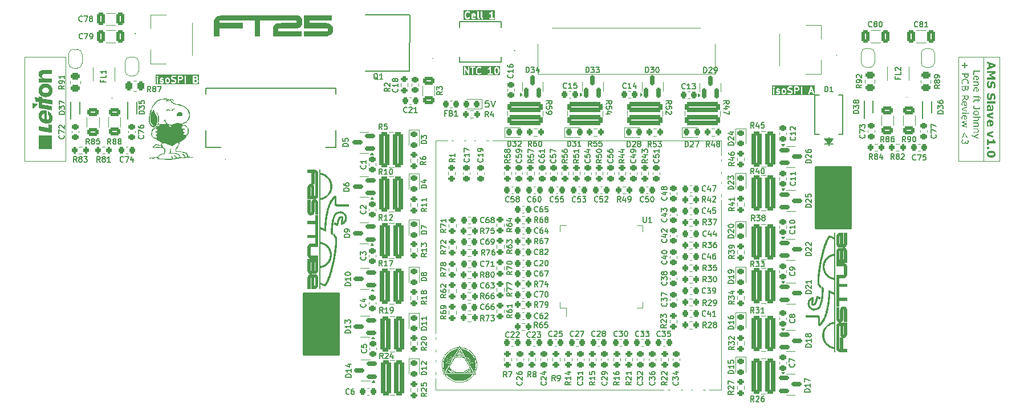
<source format=gbr>
%TF.GenerationSoftware,KiCad,Pcbnew,8.0.2*%
%TF.CreationDate,2025-02-09T16:12:03+01:00*%
%TF.ProjectId,FT25_AMS_Slave_fr,46543235-5f41-44d5-935f-536c6176655f,rev?*%
%TF.SameCoordinates,Original*%
%TF.FileFunction,Legend,Top*%
%TF.FilePolarity,Positive*%
%FSLAX46Y46*%
G04 Gerber Fmt 4.6, Leading zero omitted, Abs format (unit mm)*
G04 Created by KiCad (PCBNEW 8.0.2) date 2025-02-09 16:12:03*
%MOMM*%
%LPD*%
G01*
G04 APERTURE LIST*
G04 Aperture macros list*
%AMRoundRect*
0 Rectangle with rounded corners*
0 $1 Rounding radius*
0 $2 $3 $4 $5 $6 $7 $8 $9 X,Y pos of 4 corners*
0 Add a 4 corners polygon primitive as box body*
4,1,4,$2,$3,$4,$5,$6,$7,$8,$9,$2,$3,0*
0 Add four circle primitives for the rounded corners*
1,1,$1+$1,$2,$3*
1,1,$1+$1,$4,$5*
1,1,$1+$1,$6,$7*
1,1,$1+$1,$8,$9*
0 Add four rect primitives between the rounded corners*
20,1,$1+$1,$2,$3,$4,$5,0*
20,1,$1+$1,$4,$5,$6,$7,0*
20,1,$1+$1,$6,$7,$8,$9,0*
20,1,$1+$1,$8,$9,$2,$3,0*%
%AMFreePoly0*
4,1,19,0.500000,-0.750000,0.000000,-0.750000,0.000000,-0.744911,-0.071157,-0.744911,-0.207708,-0.704816,-0.327430,-0.627875,-0.420627,-0.520320,-0.479746,-0.390866,-0.500000,-0.250000,-0.500000,0.250000,-0.479746,0.390866,-0.420627,0.520320,-0.327430,0.627875,-0.207708,0.704816,-0.071157,0.744911,0.000000,0.744911,0.000000,0.750000,0.500000,0.750000,0.500000,-0.750000,0.500000,-0.750000,
$1*%
%AMFreePoly1*
4,1,19,0.000000,0.744911,0.071157,0.744911,0.207708,0.704816,0.327430,0.627875,0.420627,0.520320,0.479746,0.390866,0.500000,0.250000,0.500000,-0.250000,0.479746,-0.390866,0.420627,-0.520320,0.327430,-0.627875,0.207708,-0.704816,0.071157,-0.744911,0.000000,-0.744911,0.000000,-0.750000,-0.500000,-0.750000,-0.500000,0.750000,0.000000,0.750000,0.000000,0.744911,0.000000,0.744911,
$1*%
G04 Aperture macros list end*
%ADD10C,0.100000*%
%ADD11C,0.400000*%
%ADD12C,0.200000*%
%ADD13C,0.125000*%
%ADD14C,0.120000*%
%ADD15C,0.010000*%
%ADD16C,0.000000*%
%ADD17C,0.152400*%
%ADD18RoundRect,0.225000X0.225000X0.250000X-0.225000X0.250000X-0.225000X-0.250000X0.225000X-0.250000X0*%
%ADD19C,0.100000*%
%ADD20RoundRect,0.200000X0.275000X-0.200000X0.275000X0.200000X-0.275000X0.200000X-0.275000X-0.200000X0*%
%ADD21RoundRect,0.200000X-0.200000X-0.275000X0.200000X-0.275000X0.200000X0.275000X-0.200000X0.275000X0*%
%ADD22RoundRect,0.225000X0.250000X-0.225000X0.250000X0.225000X-0.250000X0.225000X-0.250000X-0.225000X0*%
%ADD23RoundRect,0.200000X0.200000X0.275000X-0.200000X0.275000X-0.200000X-0.275000X0.200000X-0.275000X0*%
%ADD24RoundRect,0.225000X-0.250000X0.225000X-0.250000X-0.225000X0.250000X-0.225000X0.250000X0.225000X0*%
%ADD25RoundRect,0.150000X0.150000X-0.587500X0.150000X0.587500X-0.150000X0.587500X-0.150000X-0.587500X0*%
%ADD26RoundRect,0.218750X-0.256250X0.218750X-0.256250X-0.218750X0.256250X-0.218750X0.256250X0.218750X0*%
%ADD27RoundRect,0.250000X0.625000X-0.312500X0.625000X0.312500X-0.625000X0.312500X-0.625000X-0.312500X0*%
%ADD28RoundRect,0.150000X0.587500X0.150000X-0.587500X0.150000X-0.587500X-0.150000X0.587500X-0.150000X0*%
%ADD29RoundRect,0.200000X-0.275000X0.200000X-0.275000X-0.200000X0.275000X-0.200000X0.275000X0.200000X0*%
%ADD30R,0.900000X1.350000*%
%ADD31RoundRect,0.326087X0.423913X2.323913X-0.423913X2.323913X-0.423913X-2.323913X0.423913X-2.323913X0*%
%ADD32RoundRect,0.225000X-0.225000X-0.250000X0.225000X-0.250000X0.225000X0.250000X-0.225000X0.250000X0*%
%ADD33RoundRect,0.250000X0.262500X0.450000X-0.262500X0.450000X-0.262500X-0.450000X0.262500X-0.450000X0*%
%ADD34FreePoly0,90.000000*%
%ADD35FreePoly1,90.000000*%
%ADD36RoundRect,0.326087X2.323913X-0.423913X2.323913X0.423913X-2.323913X0.423913X-2.323913X-0.423913X0*%
%ADD37R,0.600000X0.900000*%
%ADD38R,1.500000X0.900000*%
%ADD39R,1.200000X0.900000*%
%ADD40C,3.200000*%
%ADD41RoundRect,0.250000X0.325000X0.650000X-0.325000X0.650000X-0.325000X-0.650000X0.325000X-0.650000X0*%
%ADD42RoundRect,0.218750X-0.218750X-0.256250X0.218750X-0.256250X0.218750X0.256250X-0.218750X0.256250X0*%
%ADD43RoundRect,0.326087X-0.423913X-2.323913X0.423913X-2.323913X0.423913X2.323913X-0.423913X2.323913X0*%
%ADD44R,0.550000X2.700000*%
%ADD45R,1.200000X4.650000*%
%ADD46C,2.000000*%
%ADD47R,2.400000X1.150000*%
%ADD48R,3.300000X1.800000*%
%ADD49RoundRect,0.150000X-0.587500X-0.150000X0.587500X-0.150000X0.587500X0.150000X-0.587500X0.150000X0*%
%ADD50RoundRect,0.218750X0.218750X0.256250X-0.218750X0.256250X-0.218750X-0.256250X0.218750X-0.256250X0*%
%ADD51R,0.900000X0.600000*%
%ADD52R,0.900000X1.500000*%
%ADD53R,0.900000X1.200000*%
%ADD54RoundRect,0.250000X-0.325000X-0.650000X0.325000X-0.650000X0.325000X0.650000X-0.325000X0.650000X0*%
%ADD55RoundRect,0.250000X0.450000X-0.262500X0.450000X0.262500X-0.450000X0.262500X-0.450000X-0.262500X0*%
%ADD56O,0.250000X1.500000*%
%ADD57O,1.500000X0.250000*%
%ADD58C,0.600000*%
%ADD59R,6.000000X6.000000*%
%ADD60R,1.500000X1.500000*%
%ADD61C,1.500000*%
%ADD62R,0.500000X1.075000*%
%ADD63R,2.210000X2.180400*%
%ADD64RoundRect,0.250000X-0.625000X0.312500X-0.625000X-0.312500X0.625000X-0.312500X0.625000X0.312500X0*%
%ADD65R,2.400000X1.485000*%
%ADD66R,8.500000X8.200000*%
%ADD67R,0.650000X1.900000*%
%ADD68R,2.100000X2.800000*%
G04 APERTURE END LIST*
D10*
X71390000Y-98090000D02*
X65290000Y-98090000D01*
X210040000Y-82600000D02*
X203940000Y-82600000D01*
X71390000Y-82590000D02*
X65290000Y-82590000D01*
X207650000Y-82580000D02*
X207650000Y-98100000D01*
X210040000Y-82600000D02*
X210040000Y-98100000D01*
X65290000Y-82590000D02*
X65290000Y-98090000D01*
X203940000Y-82600000D02*
X203940000Y-98100000D01*
X210040000Y-98100000D02*
X203940000Y-98100000D01*
X71390000Y-82590000D02*
X71390000Y-98090000D01*
X126300000Y-95000000D02*
X168700000Y-95000000D01*
X168700000Y-132100000D01*
X126300000Y-132100000D01*
X126300000Y-95000000D01*
D11*
X106750000Y-117800000D02*
X111800000Y-117800000D01*
X111800000Y-126800000D01*
X106750000Y-126800000D01*
X106750000Y-117800000D01*
G36*
X106750000Y-117800000D02*
G01*
X111800000Y-117800000D01*
X111800000Y-126800000D01*
X106750000Y-126800000D01*
X106750000Y-117800000D01*
G37*
X182800000Y-99000000D02*
X187850000Y-99000000D01*
X187850000Y-108000000D01*
X182800000Y-108000000D01*
X182800000Y-99000000D01*
G36*
X182800000Y-99000000D02*
G01*
X187850000Y-99000000D01*
X187850000Y-108000000D01*
X182800000Y-108000000D01*
X182800000Y-99000000D01*
G37*
D12*
G36*
X178124935Y-87502786D02*
G01*
X178150712Y-87527448D01*
X178181709Y-87587148D01*
X178183210Y-87825569D01*
X178154342Y-87885576D01*
X178129680Y-87911354D01*
X178069748Y-87942471D01*
X177973902Y-87943605D01*
X177914407Y-87914983D01*
X177888633Y-87890324D01*
X177857635Y-87830620D01*
X177856134Y-87592200D01*
X177885002Y-87532193D01*
X177909664Y-87506416D01*
X177969595Y-87475299D01*
X178065442Y-87474165D01*
X178124935Y-87502786D01*
G37*
G36*
X182191790Y-87657036D02*
G01*
X181990484Y-87657816D01*
X182090667Y-87355465D01*
X182191790Y-87657036D01*
G37*
G36*
X180077316Y-87169453D02*
G01*
X180103093Y-87194115D01*
X180134210Y-87254046D01*
X180135344Y-87349893D01*
X180106722Y-87409388D01*
X180082064Y-87435161D01*
X180022421Y-87466129D01*
X179761446Y-87467380D01*
X179760833Y-87141747D01*
X180017169Y-87140517D01*
X180077316Y-87169453D01*
G37*
G36*
X182634760Y-88253330D02*
G01*
X176262864Y-88253330D01*
X176262864Y-87375552D01*
X176419673Y-87375552D01*
X176421594Y-88061728D01*
X176436526Y-88097776D01*
X176464116Y-88125366D01*
X176500164Y-88140298D01*
X176539182Y-88140298D01*
X176575230Y-88125366D01*
X176602820Y-88097776D01*
X176617752Y-88061728D01*
X176619673Y-88042219D01*
X176618207Y-87518409D01*
X176848244Y-87518409D01*
X176849231Y-87552913D01*
X176849029Y-87553521D01*
X176849396Y-87558698D01*
X176850165Y-87585537D01*
X176851540Y-87588857D01*
X176851795Y-87592441D01*
X176858801Y-87610749D01*
X176905838Y-87701343D01*
X176908987Y-87710789D01*
X176913361Y-87715833D01*
X176916863Y-87722577D01*
X176926333Y-87730790D01*
X176934551Y-87740266D01*
X176944424Y-87746480D01*
X176946340Y-87748142D01*
X176947878Y-87748654D01*
X176951142Y-87750709D01*
X177034159Y-87790647D01*
X177035544Y-87792032D01*
X177046293Y-87796484D01*
X177064688Y-87805334D01*
X177068271Y-87805588D01*
X177071592Y-87806964D01*
X177091101Y-87808885D01*
X177208299Y-87807498D01*
X177254567Y-87829757D01*
X177277446Y-87873823D01*
X177277486Y-87875189D01*
X177255943Y-87919970D01*
X177212717Y-87942413D01*
X177069388Y-87943724D01*
X176974657Y-87898151D01*
X176935737Y-87895385D01*
X176898721Y-87907724D01*
X176869244Y-87933288D01*
X176851795Y-87968187D01*
X176849029Y-88007107D01*
X176861368Y-88044123D01*
X176886932Y-88073600D01*
X176903523Y-88084043D01*
X176986540Y-88123981D01*
X176987925Y-88125366D01*
X176998674Y-88129818D01*
X177017069Y-88138668D01*
X177020652Y-88138922D01*
X177023973Y-88140298D01*
X177043482Y-88142219D01*
X177218989Y-88140613D01*
X177221451Y-88141434D01*
X177235066Y-88140466D01*
X177253467Y-88140298D01*
X177256787Y-88138922D01*
X177260371Y-88138668D01*
X177278679Y-88131662D01*
X177369273Y-88084624D01*
X177378719Y-88081476D01*
X177383762Y-88077101D01*
X177390507Y-88073600D01*
X177398722Y-88064126D01*
X177408196Y-88055911D01*
X177414409Y-88046039D01*
X177416072Y-88044123D01*
X177416584Y-88042584D01*
X177418639Y-88039321D01*
X177458577Y-87956302D01*
X177459962Y-87954918D01*
X177464414Y-87944169D01*
X177473264Y-87925774D01*
X177473518Y-87922190D01*
X177474894Y-87918870D01*
X177476815Y-87899361D01*
X177475827Y-87864856D01*
X177476030Y-87864249D01*
X177475662Y-87859071D01*
X177474894Y-87832233D01*
X177473518Y-87828912D01*
X177473264Y-87825329D01*
X177466258Y-87807020D01*
X177419218Y-87716422D01*
X177416072Y-87706981D01*
X177411699Y-87701938D01*
X177408196Y-87695192D01*
X177398720Y-87686974D01*
X177390507Y-87677504D01*
X177380635Y-87671290D01*
X177378719Y-87669628D01*
X177377180Y-87669114D01*
X177373917Y-87667061D01*
X177290899Y-87627122D01*
X177289515Y-87625738D01*
X177278765Y-87621285D01*
X177260371Y-87612436D01*
X177256787Y-87612181D01*
X177253467Y-87610806D01*
X177233958Y-87608885D01*
X177116759Y-87610271D01*
X177070492Y-87588013D01*
X177059077Y-87566028D01*
X177657768Y-87566028D01*
X177659470Y-87836483D01*
X177658553Y-87839235D01*
X177659578Y-87853661D01*
X177659689Y-87871251D01*
X177661064Y-87874571D01*
X177661319Y-87878155D01*
X177668325Y-87896463D01*
X177717662Y-87991487D01*
X177722239Y-88002537D01*
X177725397Y-88006385D01*
X177726387Y-88008291D01*
X177728381Y-88010020D01*
X177734676Y-88017690D01*
X177784776Y-88065623D01*
X177791694Y-88073600D01*
X177795843Y-88076211D01*
X177797448Y-88077747D01*
X177799888Y-88078757D01*
X177808285Y-88084043D01*
X177891302Y-88123981D01*
X177892687Y-88125366D01*
X177903436Y-88129818D01*
X177921831Y-88138668D01*
X177925414Y-88138922D01*
X177928735Y-88140298D01*
X177948244Y-88142219D01*
X178076400Y-88140702D01*
X178078594Y-88141434D01*
X178091376Y-88140525D01*
X178110610Y-88140298D01*
X178113930Y-88138922D01*
X178117514Y-88138668D01*
X178135822Y-88131662D01*
X178230850Y-88082322D01*
X178241897Y-88077747D01*
X178245743Y-88074589D01*
X178247650Y-88073600D01*
X178249380Y-88071605D01*
X178257050Y-88065310D01*
X178304983Y-88015207D01*
X178312958Y-88008292D01*
X178315569Y-88004142D01*
X178317106Y-88002537D01*
X178318117Y-88000095D01*
X178323401Y-87991701D01*
X178363339Y-87908683D01*
X178364724Y-87907299D01*
X178369176Y-87896549D01*
X178378026Y-87878155D01*
X178378280Y-87874571D01*
X178379656Y-87871251D01*
X178381577Y-87851742D01*
X178379874Y-87581286D01*
X178380792Y-87578535D01*
X178379766Y-87564108D01*
X178379656Y-87546519D01*
X178378280Y-87543198D01*
X178378026Y-87539615D01*
X178371020Y-87521306D01*
X178321677Y-87426272D01*
X178317105Y-87415232D01*
X178313949Y-87411386D01*
X178312958Y-87409478D01*
X178310960Y-87407745D01*
X178304668Y-87400079D01*
X178254567Y-87352147D01*
X178247650Y-87344171D01*
X178243500Y-87341558D01*
X178241896Y-87340024D01*
X178239456Y-87339013D01*
X178231060Y-87333728D01*
X178148042Y-87293789D01*
X178146658Y-87292405D01*
X178135908Y-87287952D01*
X178117514Y-87279103D01*
X178113930Y-87278848D01*
X178110610Y-87277473D01*
X178091101Y-87275552D01*
X177962944Y-87277068D01*
X177960751Y-87276337D01*
X177947968Y-87277245D01*
X177928735Y-87277473D01*
X177925414Y-87278848D01*
X177921831Y-87279103D01*
X177903522Y-87286109D01*
X177808488Y-87335451D01*
X177797448Y-87340024D01*
X177793602Y-87343179D01*
X177791694Y-87344171D01*
X177789961Y-87346168D01*
X177782295Y-87352461D01*
X177734363Y-87402561D01*
X177726387Y-87409479D01*
X177723774Y-87413628D01*
X177722240Y-87415233D01*
X177721229Y-87417672D01*
X177715944Y-87426069D01*
X177676005Y-87509086D01*
X177674621Y-87510471D01*
X177670168Y-87521220D01*
X177661319Y-87539615D01*
X177661064Y-87543198D01*
X177659689Y-87546519D01*
X177657768Y-87566028D01*
X177059077Y-87566028D01*
X177047612Y-87543945D01*
X177047573Y-87542580D01*
X177069116Y-87497799D01*
X177112452Y-87475299D01*
X177208299Y-87474165D01*
X177302783Y-87519620D01*
X177341703Y-87522386D01*
X177378719Y-87510047D01*
X177408196Y-87484482D01*
X177425645Y-87449584D01*
X177428410Y-87410664D01*
X177416072Y-87373648D01*
X177390507Y-87344171D01*
X177373917Y-87333728D01*
X177290899Y-87293789D01*
X177289515Y-87292405D01*
X177278765Y-87287952D01*
X177260371Y-87279103D01*
X177256787Y-87278848D01*
X177253467Y-87277473D01*
X177233958Y-87275552D01*
X177105801Y-87277068D01*
X177103608Y-87276337D01*
X177090825Y-87277245D01*
X177071592Y-87277473D01*
X177068271Y-87278848D01*
X177064688Y-87279103D01*
X177046379Y-87286109D01*
X176955781Y-87333148D01*
X176946340Y-87336295D01*
X176941297Y-87340667D01*
X176934551Y-87344171D01*
X176926333Y-87353646D01*
X176916863Y-87361860D01*
X176910649Y-87371731D01*
X176908987Y-87373648D01*
X176908473Y-87375186D01*
X176906420Y-87378450D01*
X176866481Y-87461467D01*
X176865097Y-87462852D01*
X176860644Y-87473601D01*
X176851795Y-87491996D01*
X176851540Y-87495579D01*
X176850165Y-87498900D01*
X176848244Y-87518409D01*
X176618207Y-87518409D01*
X176617752Y-87356043D01*
X176602820Y-87319995D01*
X176575230Y-87292405D01*
X176539182Y-87277473D01*
X176500164Y-87277473D01*
X176464116Y-87292405D01*
X176436526Y-87319995D01*
X176421594Y-87356043D01*
X176419673Y-87375552D01*
X176262864Y-87375552D01*
X176262864Y-87070329D01*
X176373975Y-87070329D01*
X176373975Y-87109347D01*
X176388907Y-87145395D01*
X176401343Y-87160549D01*
X176464115Y-87220604D01*
X176474673Y-87224977D01*
X176500164Y-87235536D01*
X176539182Y-87235536D01*
X176546041Y-87232695D01*
X178562530Y-87232695D01*
X178563886Y-87313712D01*
X178563315Y-87315426D01*
X178564099Y-87326470D01*
X178564451Y-87347442D01*
X178565826Y-87350762D01*
X178566081Y-87354346D01*
X178573087Y-87372654D01*
X178622427Y-87467683D01*
X178627002Y-87478728D01*
X178630158Y-87482574D01*
X178631149Y-87484482D01*
X178633143Y-87486211D01*
X178639438Y-87493882D01*
X178689540Y-87541815D01*
X178696456Y-87549790D01*
X178700605Y-87552401D01*
X178702210Y-87553937D01*
X178704650Y-87554947D01*
X178713047Y-87560233D01*
X178803318Y-87603661D01*
X178810292Y-87608828D01*
X178824926Y-87614056D01*
X178826593Y-87614858D01*
X178827313Y-87614909D01*
X178828752Y-87615423D01*
X179002295Y-87657171D01*
X179077316Y-87693262D01*
X179103093Y-87717924D01*
X179134318Y-87778063D01*
X179135130Y-87826528D01*
X179106723Y-87885576D01*
X179082061Y-87911354D01*
X179022312Y-87942376D01*
X178826066Y-87943840D01*
X178675037Y-87895385D01*
X178636117Y-87898151D01*
X178601218Y-87915601D01*
X178575653Y-87945077D01*
X178563315Y-87982093D01*
X178566081Y-88021013D01*
X178583531Y-88055912D01*
X178613007Y-88081477D01*
X178630907Y-88089468D01*
X178773991Y-88135374D01*
X178785878Y-88140298D01*
X178790870Y-88140789D01*
X178792879Y-88141434D01*
X178795513Y-88141246D01*
X178805387Y-88142219D01*
X179028342Y-88140556D01*
X179030975Y-88141434D01*
X179045080Y-88140431D01*
X179062991Y-88140298D01*
X179066311Y-88138922D01*
X179069895Y-88138668D01*
X179088203Y-88131662D01*
X179183231Y-88082322D01*
X179194278Y-88077747D01*
X179198124Y-88074589D01*
X179200031Y-88073600D01*
X179201761Y-88071605D01*
X179209431Y-88065310D01*
X179257364Y-88015207D01*
X179265339Y-88008292D01*
X179267950Y-88004142D01*
X179269487Y-88002537D01*
X179270498Y-88000095D01*
X179275782Y-87991701D01*
X179315720Y-87908683D01*
X179317105Y-87907299D01*
X179321557Y-87896549D01*
X179330407Y-87878155D01*
X179330661Y-87874571D01*
X179332037Y-87871251D01*
X179333958Y-87851742D01*
X179332601Y-87770724D01*
X179333173Y-87769011D01*
X179332388Y-87757966D01*
X179332037Y-87736995D01*
X179330661Y-87733674D01*
X179330407Y-87730091D01*
X179323401Y-87711782D01*
X179274058Y-87616748D01*
X179269486Y-87605708D01*
X179266330Y-87601862D01*
X179265339Y-87599954D01*
X179263341Y-87598221D01*
X179257049Y-87590555D01*
X179206948Y-87542623D01*
X179200031Y-87534647D01*
X179195881Y-87532034D01*
X179194277Y-87530500D01*
X179191837Y-87529489D01*
X179183441Y-87524204D01*
X179093169Y-87480775D01*
X179086196Y-87475609D01*
X179071563Y-87470381D01*
X179069895Y-87469579D01*
X179069172Y-87469527D01*
X179067735Y-87469014D01*
X178894192Y-87427265D01*
X178819169Y-87391173D01*
X178793396Y-87366515D01*
X178762169Y-87306372D01*
X178761357Y-87257908D01*
X178789764Y-87198860D01*
X178814426Y-87173083D01*
X178874174Y-87142061D01*
X179070420Y-87140597D01*
X179221450Y-87189053D01*
X179260370Y-87186287D01*
X179295269Y-87168837D01*
X179320834Y-87139361D01*
X179333173Y-87102345D01*
X179330406Y-87063425D01*
X179319803Y-87042219D01*
X179562530Y-87042219D01*
X179564451Y-88061728D01*
X179579383Y-88097776D01*
X179606973Y-88125366D01*
X179643021Y-88140298D01*
X179682039Y-88140298D01*
X179718087Y-88125366D01*
X179745677Y-88097776D01*
X179760609Y-88061728D01*
X179762530Y-88042219D01*
X179761820Y-87665551D01*
X180028069Y-87664274D01*
X180030975Y-87665243D01*
X180045799Y-87664189D01*
X180062991Y-87664107D01*
X180066311Y-87662731D01*
X180069895Y-87662477D01*
X180088203Y-87655471D01*
X180183232Y-87606130D01*
X180194277Y-87601556D01*
X180198123Y-87598399D01*
X180200031Y-87597409D01*
X180201760Y-87595414D01*
X180209431Y-87589120D01*
X180257364Y-87539017D01*
X180265339Y-87532102D01*
X180267950Y-87527952D01*
X180269486Y-87526348D01*
X180270496Y-87523907D01*
X180275782Y-87515511D01*
X180315720Y-87432493D01*
X180317105Y-87431109D01*
X180321557Y-87420359D01*
X180330407Y-87401965D01*
X180330661Y-87398381D01*
X180332037Y-87395061D01*
X180333958Y-87375552D01*
X180332441Y-87247395D01*
X180333173Y-87245202D01*
X180332264Y-87232419D01*
X180332037Y-87213186D01*
X180330661Y-87209865D01*
X180330407Y-87206282D01*
X180323401Y-87187973D01*
X180274058Y-87092939D01*
X180269486Y-87081899D01*
X180266330Y-87078053D01*
X180265339Y-87076145D01*
X180263341Y-87074412D01*
X180257049Y-87066746D01*
X180231412Y-87042219D01*
X180562530Y-87042219D01*
X180564451Y-88061728D01*
X180579383Y-88097776D01*
X180606973Y-88125366D01*
X180643021Y-88140298D01*
X180682039Y-88140298D01*
X180718087Y-88125366D01*
X180745677Y-88097776D01*
X180760609Y-88061728D01*
X180762530Y-88042219D01*
X180762506Y-88029712D01*
X181658553Y-88029712D01*
X181661319Y-88068632D01*
X181678769Y-88103531D01*
X181708245Y-88129096D01*
X181745261Y-88141434D01*
X181784181Y-88138668D01*
X181819080Y-88121218D01*
X181844645Y-88091742D01*
X181852636Y-88073842D01*
X181924742Y-87856225D01*
X182258150Y-87854933D01*
X182337557Y-88091742D01*
X182363122Y-88121218D01*
X182398021Y-88138667D01*
X182436941Y-88141434D01*
X182473957Y-88129095D01*
X182503433Y-88103530D01*
X182520883Y-88068631D01*
X182523649Y-88029711D01*
X182519302Y-88010596D01*
X182188040Y-87022703D01*
X182187550Y-87015807D01*
X182182017Y-87004741D01*
X182177978Y-86992696D01*
X182173293Y-86987294D01*
X182170100Y-86980908D01*
X182160631Y-86972695D01*
X182152413Y-86963220D01*
X182146021Y-86960023D01*
X182140624Y-86955343D01*
X182128730Y-86951378D01*
X182117514Y-86945770D01*
X182110386Y-86945263D01*
X182103608Y-86943004D01*
X182091103Y-86943893D01*
X182078594Y-86943004D01*
X182071812Y-86945264D01*
X182064688Y-86945771D01*
X182053479Y-86951374D01*
X182041578Y-86955342D01*
X182036177Y-86960025D01*
X182029789Y-86963220D01*
X182021573Y-86972691D01*
X182012102Y-86980907D01*
X182008907Y-86987296D01*
X182004224Y-86992696D01*
X181996233Y-87010597D01*
X181758009Y-87729554D01*
X181754927Y-87736995D01*
X181754927Y-87738856D01*
X181658553Y-88029712D01*
X180762506Y-88029712D01*
X180760609Y-87022710D01*
X180745677Y-86986662D01*
X180718087Y-86959072D01*
X180682039Y-86944140D01*
X180643021Y-86944140D01*
X180606973Y-86959072D01*
X180579383Y-86986662D01*
X180564451Y-87022710D01*
X180562530Y-87042219D01*
X180231412Y-87042219D01*
X180206948Y-87018814D01*
X180200031Y-87010838D01*
X180195881Y-87008225D01*
X180194277Y-87006691D01*
X180191837Y-87005680D01*
X180183441Y-87000395D01*
X180100423Y-86960456D01*
X180099039Y-86959072D01*
X180088289Y-86954619D01*
X180069895Y-86945770D01*
X180066311Y-86945515D01*
X180062991Y-86944140D01*
X180043482Y-86942219D01*
X179643021Y-86944140D01*
X179606973Y-86959072D01*
X179579383Y-86986662D01*
X179564451Y-87022710D01*
X179562530Y-87042219D01*
X179319803Y-87042219D01*
X179312957Y-87028526D01*
X179283481Y-87002961D01*
X179265580Y-86994970D01*
X179122500Y-86949065D01*
X179110610Y-86944140D01*
X179105616Y-86943648D01*
X179103608Y-86943004D01*
X179100974Y-86943191D01*
X179091101Y-86942219D01*
X178868145Y-86943881D01*
X178865513Y-86943004D01*
X178851407Y-86944006D01*
X178833497Y-86944140D01*
X178830176Y-86945515D01*
X178826593Y-86945770D01*
X178808284Y-86952776D01*
X178713250Y-87002118D01*
X178702210Y-87006691D01*
X178698364Y-87009846D01*
X178696456Y-87010838D01*
X178694723Y-87012835D01*
X178687057Y-87019128D01*
X178639125Y-87069228D01*
X178631149Y-87076146D01*
X178628536Y-87080295D01*
X178627002Y-87081900D01*
X178625991Y-87084339D01*
X178620706Y-87092736D01*
X178580767Y-87175753D01*
X178579383Y-87177138D01*
X178574930Y-87187887D01*
X178566081Y-87206282D01*
X178565826Y-87209865D01*
X178564451Y-87213186D01*
X178562530Y-87232695D01*
X176546041Y-87232695D01*
X176575230Y-87220604D01*
X176590384Y-87208168D01*
X176650439Y-87145396D01*
X176665370Y-87109347D01*
X176665370Y-87070329D01*
X176662510Y-87063425D01*
X176650439Y-87034280D01*
X176638002Y-87019127D01*
X176575230Y-86959072D01*
X176539182Y-86944140D01*
X176500164Y-86944140D01*
X176474673Y-86954698D01*
X176464115Y-86959072D01*
X176448962Y-86971509D01*
X176388908Y-87034280D01*
X176388907Y-87034281D01*
X176373975Y-87070329D01*
X176262864Y-87070329D01*
X176262864Y-86831108D01*
X182634760Y-86831108D01*
X182634760Y-88253330D01*
G37*
G36*
X132050996Y-76321424D02*
G01*
X132069821Y-76357682D01*
X131795563Y-76413620D01*
X131795352Y-76369721D01*
X131817926Y-76322799D01*
X131861150Y-76300357D01*
X132004480Y-76299046D01*
X132050996Y-76321424D01*
G37*
G36*
X135144340Y-77078330D02*
G01*
X130485943Y-77078330D01*
X130485943Y-76295790D01*
X130597054Y-76295790D01*
X130598681Y-76433363D01*
X130597172Y-76443508D01*
X130598943Y-76455486D01*
X130598975Y-76458156D01*
X130599539Y-76459519D01*
X130600040Y-76462901D01*
X130647544Y-76645980D01*
X130648224Y-76655536D01*
X130653815Y-76670148D01*
X130654254Y-76671837D01*
X130654684Y-76672417D01*
X130655230Y-76673844D01*
X130704566Y-76768866D01*
X130709144Y-76779918D01*
X130712302Y-76783766D01*
X130713292Y-76785672D01*
X130715286Y-76787401D01*
X130721581Y-76795071D01*
X130807526Y-76878902D01*
X130808531Y-76880912D01*
X130818055Y-76889172D01*
X130831972Y-76902747D01*
X130835291Y-76904122D01*
X130838007Y-76906477D01*
X130855907Y-76914468D01*
X130998991Y-76960374D01*
X131010878Y-76965298D01*
X131015870Y-76965789D01*
X131017879Y-76966434D01*
X131020513Y-76966246D01*
X131030387Y-76967219D01*
X131126529Y-76965609D01*
X131138132Y-76966434D01*
X131142968Y-76965334D01*
X131145134Y-76965298D01*
X131147576Y-76964286D01*
X131157248Y-76962087D01*
X131285625Y-76917678D01*
X131287992Y-76917678D01*
X131299984Y-76912710D01*
X131318005Y-76906477D01*
X131320720Y-76904122D01*
X131324040Y-76902747D01*
X131339193Y-76890310D01*
X131399249Y-76827537D01*
X131414180Y-76791488D01*
X131414179Y-76752470D01*
X131399248Y-76716422D01*
X131371657Y-76688832D01*
X131335609Y-76673901D01*
X131296591Y-76673902D01*
X131260543Y-76688833D01*
X131245389Y-76701270D01*
X131216059Y-76731927D01*
X131113448Y-76767422D01*
X131049961Y-76768485D01*
X130943221Y-76734240D01*
X130876082Y-76668752D01*
X130840461Y-76600145D01*
X130796982Y-76432580D01*
X130795927Y-76343409D01*
X131597054Y-76343409D01*
X131597946Y-76529478D01*
X131597054Y-76533990D01*
X131597990Y-76538673D01*
X131598807Y-76708947D01*
X131597839Y-76711853D01*
X131598892Y-76726677D01*
X131598975Y-76743870D01*
X131600350Y-76747190D01*
X131600605Y-76750773D01*
X131607611Y-76769082D01*
X131654648Y-76859677D01*
X131657797Y-76869123D01*
X131662171Y-76874167D01*
X131665673Y-76880911D01*
X131675144Y-76889125D01*
X131683361Y-76898600D01*
X131693231Y-76904812D01*
X131695149Y-76906476D01*
X131696689Y-76906989D01*
X131699952Y-76909043D01*
X131782969Y-76948981D01*
X131784354Y-76950366D01*
X131795103Y-76954818D01*
X131813498Y-76963668D01*
X131817081Y-76963922D01*
X131820402Y-76965298D01*
X131839911Y-76967219D01*
X132015418Y-76965613D01*
X132017880Y-76966434D01*
X132031495Y-76965466D01*
X132049896Y-76965298D01*
X132053216Y-76963922D01*
X132056800Y-76963668D01*
X132075108Y-76956662D01*
X132186936Y-76898600D01*
X132212501Y-76869123D01*
X132224839Y-76832107D01*
X132222074Y-76793187D01*
X132204625Y-76758289D01*
X132175148Y-76732724D01*
X132138132Y-76720385D01*
X132099212Y-76723151D01*
X132080903Y-76730157D01*
X132009146Y-76767413D01*
X131865817Y-76768724D01*
X131819302Y-76746346D01*
X131796952Y-76703302D01*
X131796532Y-76615653D01*
X132183510Y-76536726D01*
X132192753Y-76536726D01*
X132201718Y-76533012D01*
X132211609Y-76530995D01*
X132219749Y-76525543D01*
X132228801Y-76521794D01*
X132235802Y-76514792D01*
X132244028Y-76509284D01*
X132249462Y-76501132D01*
X132256391Y-76494204D01*
X132260180Y-76485056D01*
X132265672Y-76476819D01*
X132267573Y-76467208D01*
X132271323Y-76458156D01*
X132273244Y-76438647D01*
X132273242Y-76438550D01*
X132273244Y-76438542D01*
X132273242Y-76438532D01*
X132271887Y-76357629D01*
X132272459Y-76355916D01*
X132271674Y-76344871D01*
X132271323Y-76323900D01*
X132269947Y-76320579D01*
X132269693Y-76316996D01*
X132262687Y-76298687D01*
X132215647Y-76208089D01*
X132212501Y-76198648D01*
X132208128Y-76193605D01*
X132204625Y-76186859D01*
X132195149Y-76178641D01*
X132186936Y-76169171D01*
X132177064Y-76162957D01*
X132175148Y-76161295D01*
X132173609Y-76160781D01*
X132170346Y-76158728D01*
X132087328Y-76118789D01*
X132085944Y-76117405D01*
X132075194Y-76112952D01*
X132056800Y-76104103D01*
X132053216Y-76103848D01*
X132049896Y-76102473D01*
X132030387Y-76100552D01*
X131854879Y-76102157D01*
X131852418Y-76101337D01*
X131838802Y-76102304D01*
X131820402Y-76102473D01*
X131817081Y-76103848D01*
X131813498Y-76104103D01*
X131795189Y-76111109D01*
X131704591Y-76158148D01*
X131695150Y-76161295D01*
X131690107Y-76165667D01*
X131683361Y-76169171D01*
X131675143Y-76178646D01*
X131665673Y-76186860D01*
X131659459Y-76196731D01*
X131657797Y-76198648D01*
X131657283Y-76200186D01*
X131655230Y-76203450D01*
X131615291Y-76286467D01*
X131613907Y-76287852D01*
X131609454Y-76298601D01*
X131600605Y-76316996D01*
X131600350Y-76320579D01*
X131598975Y-76323900D01*
X131597054Y-76343409D01*
X130795927Y-76343409D01*
X130795576Y-76313773D01*
X130835816Y-76146500D01*
X130871738Y-76071830D01*
X130939045Y-76002824D01*
X131042563Y-75967015D01*
X131106049Y-75965952D01*
X131213230Y-76000339D01*
X131260543Y-76045604D01*
X131296592Y-76060535D01*
X131335610Y-76060535D01*
X131371658Y-76045604D01*
X131399248Y-76018014D01*
X131414179Y-75981966D01*
X131414179Y-75942948D01*
X131399248Y-75906899D01*
X131386811Y-75891746D01*
X131361174Y-75867219D01*
X132501816Y-75867219D01*
X132503659Y-76708676D01*
X132502601Y-76711853D01*
X132503700Y-76727327D01*
X132503737Y-76743870D01*
X132505112Y-76747190D01*
X132505367Y-76750773D01*
X132512373Y-76769082D01*
X132559410Y-76859677D01*
X132562559Y-76869123D01*
X132566933Y-76874167D01*
X132570435Y-76880911D01*
X132579906Y-76889125D01*
X132588123Y-76898600D01*
X132597993Y-76904812D01*
X132599911Y-76906476D01*
X132601451Y-76906989D01*
X132604714Y-76909043D01*
X132718260Y-76963668D01*
X132757180Y-76966434D01*
X132794196Y-76954095D01*
X132823673Y-76928530D01*
X132841122Y-76893632D01*
X132843887Y-76854712D01*
X132831549Y-76817696D01*
X132805984Y-76788219D01*
X132789394Y-76777776D01*
X132724064Y-76746346D01*
X132701770Y-76703408D01*
X132699938Y-75867219D01*
X133025626Y-75867219D01*
X133027469Y-76708676D01*
X133026411Y-76711853D01*
X133027510Y-76727327D01*
X133027547Y-76743870D01*
X133028922Y-76747190D01*
X133029177Y-76750773D01*
X133036183Y-76769082D01*
X133083220Y-76859677D01*
X133086369Y-76869123D01*
X133090743Y-76874167D01*
X133094245Y-76880911D01*
X133103716Y-76889125D01*
X133111933Y-76898600D01*
X133121803Y-76904812D01*
X133123721Y-76906476D01*
X133125261Y-76906989D01*
X133128524Y-76909043D01*
X133242070Y-76963668D01*
X133280990Y-76966434D01*
X133318006Y-76954095D01*
X133347483Y-76928530D01*
X133364932Y-76893632D01*
X133367697Y-76854712D01*
X133355359Y-76817696D01*
X133329794Y-76788219D01*
X133313204Y-76777776D01*
X133247874Y-76746346D01*
X133225580Y-76703408D01*
X133224346Y-76140426D01*
X134264507Y-76140426D01*
X134267273Y-76179346D01*
X134284722Y-76214245D01*
X134314199Y-76239809D01*
X134351215Y-76252148D01*
X134390135Y-76249382D01*
X134408443Y-76242376D01*
X134503472Y-76193035D01*
X134514517Y-76188461D01*
X134518363Y-76185304D01*
X134520271Y-76184314D01*
X134522000Y-76182319D01*
X134529671Y-76176025D01*
X134549978Y-76155204D01*
X134551134Y-76768467D01*
X134344213Y-76769140D01*
X134308165Y-76784072D01*
X134280575Y-76811662D01*
X134265643Y-76847710D01*
X134265643Y-76886728D01*
X134280575Y-76922776D01*
X134308165Y-76950366D01*
X134344213Y-76965298D01*
X134363722Y-76967219D01*
X134954659Y-76965298D01*
X134990707Y-76950366D01*
X135018297Y-76922776D01*
X135033229Y-76886728D01*
X135033229Y-76847710D01*
X135018297Y-76811662D01*
X134990707Y-76784072D01*
X134954659Y-76769140D01*
X134935150Y-76767219D01*
X134749248Y-76767823D01*
X134747569Y-75876550D01*
X134749436Y-75867114D01*
X134747533Y-75857602D01*
X134747515Y-75847710D01*
X134743725Y-75838561D01*
X134741784Y-75828854D01*
X134736332Y-75820713D01*
X134732583Y-75811662D01*
X134725583Y-75804662D01*
X134720073Y-75796434D01*
X134711918Y-75790997D01*
X134704993Y-75784072D01*
X134695849Y-75780284D01*
X134687608Y-75774790D01*
X134677994Y-75772888D01*
X134668945Y-75769140D01*
X134659044Y-75769140D01*
X134649332Y-75767219D01*
X134639727Y-75769140D01*
X134629927Y-75769140D01*
X134620778Y-75772929D01*
X134611071Y-75774871D01*
X134602930Y-75780322D01*
X134593879Y-75784072D01*
X134586879Y-75791071D01*
X134578651Y-75796582D01*
X134566362Y-75811588D01*
X134566289Y-75811662D01*
X134566275Y-75811694D01*
X134566231Y-75811749D01*
X134481997Y-75940892D01*
X134403351Y-76021523D01*
X134302410Y-76073933D01*
X134276846Y-76103410D01*
X134264507Y-76140426D01*
X133224346Y-76140426D01*
X133223705Y-75847710D01*
X133208773Y-75811662D01*
X133181183Y-75784072D01*
X133145135Y-75769140D01*
X133106117Y-75769140D01*
X133070069Y-75784072D01*
X133042479Y-75811662D01*
X133027547Y-75847710D01*
X133025626Y-75867219D01*
X132699938Y-75867219D01*
X132699895Y-75847710D01*
X132684963Y-75811662D01*
X132657373Y-75784072D01*
X132621325Y-75769140D01*
X132582307Y-75769140D01*
X132546259Y-75784072D01*
X132518669Y-75811662D01*
X132503737Y-75847710D01*
X132501816Y-75867219D01*
X131361174Y-75867219D01*
X131348048Y-75854661D01*
X131347481Y-75853526D01*
X131340855Y-75847779D01*
X131324039Y-75831691D01*
X131320720Y-75830316D01*
X131318005Y-75827961D01*
X131300104Y-75819970D01*
X131157024Y-75774065D01*
X131145134Y-75769140D01*
X131140140Y-75768648D01*
X131138132Y-75768004D01*
X131135498Y-75768191D01*
X131125625Y-75767219D01*
X131029481Y-75768828D01*
X131017879Y-75768004D01*
X131013043Y-75769103D01*
X131010878Y-75769140D01*
X131008436Y-75770151D01*
X130998764Y-75772351D01*
X130870390Y-75816759D01*
X130868021Y-75816759D01*
X130856024Y-75821728D01*
X130838007Y-75827961D01*
X130835291Y-75830316D01*
X130831973Y-75831691D01*
X130816819Y-75844127D01*
X130722802Y-75940516D01*
X130713292Y-75948765D01*
X130710625Y-75953001D01*
X130709145Y-75954519D01*
X130708134Y-75956958D01*
X130702849Y-75965355D01*
X130659420Y-76055626D01*
X130654254Y-76062600D01*
X130649026Y-76077232D01*
X130648224Y-76078901D01*
X130648172Y-76079623D01*
X130647659Y-76081061D01*
X130603079Y-76266371D01*
X130598975Y-76276281D01*
X130597782Y-76288390D01*
X130597172Y-76290929D01*
X130597389Y-76292387D01*
X130597054Y-76295790D01*
X130485943Y-76295790D01*
X130485943Y-75656108D01*
X135144340Y-75656108D01*
X135144340Y-77078330D01*
G37*
D10*
G36*
X204810788Y-84277013D02*
G01*
X204810788Y-83902588D01*
X204435631Y-83902588D01*
X204435631Y-83788527D01*
X204810788Y-83788527D01*
X204810788Y-83414347D01*
X204920209Y-83414347D01*
X204920209Y-83788527D01*
X205295366Y-83788527D01*
X205295366Y-83902588D01*
X204920209Y-83902588D01*
X204920209Y-84277013D01*
X204810788Y-84277013D01*
G37*
G36*
X205436050Y-85321395D02*
G01*
X205434833Y-85370949D01*
X205430625Y-85420751D01*
X205422526Y-85469143D01*
X205420662Y-85477222D01*
X205405258Y-85526797D01*
X205384049Y-85571534D01*
X205372302Y-85590551D01*
X205340280Y-85630622D01*
X205302831Y-85663274D01*
X205274849Y-85680921D01*
X205226741Y-85700418D01*
X205175039Y-85710386D01*
X205127327Y-85712916D01*
X205077776Y-85709585D01*
X205027197Y-85698456D01*
X205001297Y-85689225D01*
X204956805Y-85666831D01*
X204914570Y-85635683D01*
X204900914Y-85622791D01*
X204867622Y-85584212D01*
X204840621Y-85541015D01*
X204821535Y-85497739D01*
X204807624Y-85449009D01*
X204799510Y-85398831D01*
X204795801Y-85349200D01*
X204795157Y-85315778D01*
X204795157Y-85294528D01*
X204920209Y-85294528D01*
X204921883Y-85347619D01*
X204927527Y-85397176D01*
X204934375Y-85428618D01*
X204952693Y-85475329D01*
X204979316Y-85512393D01*
X205017850Y-85544048D01*
X205045505Y-85558066D01*
X205095028Y-85569913D01*
X205123907Y-85571500D01*
X205173903Y-85566261D01*
X205211835Y-85552937D01*
X205251389Y-85524092D01*
X205272896Y-85496517D01*
X205293752Y-85451676D01*
X205301960Y-85421290D01*
X205309012Y-85370123D01*
X205310989Y-85318565D01*
X205310997Y-85314556D01*
X205310997Y-85179734D01*
X204920209Y-85179734D01*
X204920209Y-85294528D01*
X204795157Y-85294528D01*
X204795157Y-85179734D01*
X204420000Y-85179734D01*
X204420000Y-85043935D01*
X205436050Y-85043935D01*
X205436050Y-85321395D01*
G37*
G36*
X204496448Y-86677920D02*
G01*
X204475811Y-86631387D01*
X204465673Y-86609532D01*
X204447297Y-86563927D01*
X204435631Y-86529420D01*
X204422305Y-86480116D01*
X204413649Y-86438562D01*
X204406688Y-86386966D01*
X204404404Y-86337712D01*
X204404368Y-86330362D01*
X204406291Y-86275942D01*
X204412062Y-86224056D01*
X204421679Y-86174703D01*
X204435143Y-86127885D01*
X204455334Y-86078632D01*
X204481013Y-86033088D01*
X204512178Y-85991254D01*
X204531863Y-85969616D01*
X204570896Y-85934801D01*
X204615454Y-85904546D01*
X204659700Y-85881480D01*
X204695750Y-85866545D01*
X204747575Y-85850303D01*
X204796203Y-85839898D01*
X204847893Y-85833046D01*
X204902645Y-85829747D01*
X204927048Y-85829420D01*
X204980389Y-85831127D01*
X205031206Y-85836246D01*
X205079498Y-85844778D01*
X205131598Y-85858707D01*
X205150286Y-85865080D01*
X205197592Y-85884986D01*
X205241083Y-85908799D01*
X205285448Y-85940261D01*
X205316615Y-85968150D01*
X205351217Y-86006977D01*
X205380835Y-86050093D01*
X205405468Y-86097498D01*
X205416999Y-86125687D01*
X205432172Y-86173223D01*
X205443011Y-86223262D01*
X205449514Y-86275805D01*
X205451681Y-86330851D01*
X205449749Y-86382399D01*
X205443953Y-86433853D01*
X205434293Y-86485210D01*
X205431898Y-86495471D01*
X205418374Y-86543081D01*
X205400058Y-86593590D01*
X205379756Y-86640920D01*
X205362044Y-86677920D01*
X205201577Y-86677920D01*
X205201577Y-86667662D01*
X205232076Y-86625484D01*
X205258119Y-86583459D01*
X205282088Y-86536363D01*
X205296831Y-86499867D01*
X205311235Y-86452228D01*
X205320925Y-86402735D01*
X205325901Y-86351386D01*
X205326629Y-86322058D01*
X205323772Y-86270479D01*
X205314138Y-86218358D01*
X205302449Y-86182107D01*
X205280536Y-86137468D01*
X205251066Y-86096607D01*
X205227222Y-86071465D01*
X205186327Y-86038847D01*
X205142322Y-86014077D01*
X205101681Y-85997459D01*
X205051917Y-85983549D01*
X205003213Y-85975435D01*
X204950800Y-85971493D01*
X204926315Y-85971081D01*
X204876108Y-85972898D01*
X204823967Y-85979284D01*
X204771427Y-85991773D01*
X204747285Y-86000146D01*
X204699164Y-86022259D01*
X204657565Y-86048296D01*
X204625408Y-86075373D01*
X204592309Y-86113727D01*
X204566286Y-86156614D01*
X204552868Y-86187725D01*
X204538579Y-86236932D01*
X204530886Y-86288200D01*
X204529420Y-86323524D01*
X204531893Y-86377768D01*
X204539312Y-86430041D01*
X204551677Y-86480344D01*
X204560683Y-86507438D01*
X204580742Y-86554929D01*
X204605746Y-86600681D01*
X204635696Y-86644694D01*
X204654473Y-86668394D01*
X204654473Y-86677920D01*
X204496448Y-86677920D01*
G37*
G36*
X205436050Y-87167871D02*
G01*
X205435531Y-87220383D01*
X205433706Y-87270993D01*
X205429692Y-87320676D01*
X205427745Y-87335422D01*
X205417327Y-87383213D01*
X205400177Y-87429135D01*
X205394040Y-87441912D01*
X205365429Y-87485342D01*
X205327719Y-87518698D01*
X205319302Y-87523733D01*
X205272512Y-87541965D01*
X205221675Y-87548911D01*
X205209881Y-87549134D01*
X205159013Y-87543913D01*
X205110651Y-87526475D01*
X205087515Y-87512009D01*
X205049376Y-87477774D01*
X205019037Y-87438945D01*
X205003496Y-87413091D01*
X204998122Y-87413091D01*
X204984491Y-87462230D01*
X204961966Y-87510905D01*
X204931829Y-87552587D01*
X204907508Y-87576489D01*
X204865730Y-87605416D01*
X204818155Y-87624875D01*
X204764785Y-87634868D01*
X204732630Y-87636329D01*
X204682654Y-87632923D01*
X204632874Y-87621440D01*
X204598785Y-87607508D01*
X204555099Y-87580786D01*
X204518104Y-87547453D01*
X204503286Y-87529839D01*
X204475310Y-87488854D01*
X204451834Y-87441049D01*
X204439050Y-87403077D01*
X204428204Y-87351280D01*
X204422679Y-87302289D01*
X204420167Y-87247347D01*
X204420000Y-87227711D01*
X204420000Y-87180816D01*
X204545052Y-87180816D01*
X204545911Y-87233514D01*
X204548839Y-87284154D01*
X204553845Y-87327117D01*
X204565254Y-87376137D01*
X204585840Y-87420662D01*
X204618501Y-87459170D01*
X204643726Y-87477083D01*
X204691678Y-87492405D01*
X204727501Y-87494912D01*
X204776914Y-87490834D01*
X204820069Y-87476350D01*
X204857348Y-87443630D01*
X204878688Y-87408939D01*
X204894449Y-87362189D01*
X204899692Y-87328827D01*
X204903356Y-87276803D01*
X204904534Y-87226981D01*
X204904577Y-87214521D01*
X204904577Y-87176664D01*
X205029630Y-87176664D01*
X205030798Y-87227608D01*
X205035736Y-87278269D01*
X205049751Y-87325538D01*
X205061625Y-87348367D01*
X205095869Y-87384996D01*
X205112428Y-87394040D01*
X205160505Y-87406161D01*
X205185945Y-87407473D01*
X205234424Y-87399871D01*
X205245540Y-87395017D01*
X205281945Y-87360245D01*
X205284863Y-87355205D01*
X205302159Y-87306895D01*
X205306601Y-87276803D01*
X205309898Y-87225390D01*
X205310959Y-87175524D01*
X205310997Y-87162986D01*
X205310997Y-87000809D01*
X205029630Y-87000809D01*
X205029630Y-87176664D01*
X204904577Y-87176664D01*
X204904577Y-87000809D01*
X204545052Y-87000809D01*
X204545052Y-87180816D01*
X204420000Y-87180816D01*
X204420000Y-86865010D01*
X205436050Y-86865010D01*
X205436050Y-87167871D01*
G37*
G36*
X205436050Y-88602309D02*
G01*
X205435103Y-88652063D01*
X205431831Y-88701589D01*
X205424818Y-88753023D01*
X205424082Y-88756915D01*
X205411412Y-88805066D01*
X205390736Y-88852324D01*
X205381584Y-88868046D01*
X205350421Y-88909261D01*
X205313293Y-88942414D01*
X205294145Y-88954996D01*
X205246803Y-88975238D01*
X205194802Y-88984763D01*
X205160788Y-88986259D01*
X205108306Y-88982779D01*
X205060282Y-88972337D01*
X205011583Y-88952270D01*
X204977606Y-88930572D01*
X204938994Y-88895944D01*
X204906139Y-88854709D01*
X204879042Y-88806866D01*
X204866475Y-88777431D01*
X204420000Y-89162114D01*
X204420000Y-88985526D01*
X204826420Y-88643342D01*
X204826420Y-88589120D01*
X204951472Y-88589120D01*
X204953205Y-88638810D01*
X204959513Y-88689432D01*
X204961974Y-88701716D01*
X204978303Y-88748703D01*
X205001297Y-88783293D01*
X205038029Y-88815675D01*
X205063091Y-88828967D01*
X205111197Y-88841407D01*
X205151751Y-88843866D01*
X205201394Y-88837134D01*
X205224291Y-88828234D01*
X205263216Y-88797495D01*
X205277780Y-88777187D01*
X205297993Y-88731356D01*
X205303670Y-88707090D01*
X205309595Y-88656918D01*
X205310997Y-88611591D01*
X205310997Y-88451612D01*
X204951472Y-88451612D01*
X204951472Y-88589120D01*
X204826420Y-88589120D01*
X204826420Y-88451612D01*
X204420000Y-88451612D01*
X204420000Y-88315812D01*
X205436050Y-88315812D01*
X205436050Y-88602309D01*
G37*
G36*
X204853148Y-89192462D02*
G01*
X204905674Y-89199975D01*
X204954442Y-89212498D01*
X205008006Y-89234136D01*
X205056160Y-89262987D01*
X205092156Y-89292540D01*
X205129342Y-89333375D01*
X205158834Y-89378761D01*
X205180633Y-89428698D01*
X205194738Y-89483186D01*
X205200615Y-89532070D01*
X205201577Y-89562916D01*
X205198477Y-89618661D01*
X205189177Y-89669391D01*
X205170493Y-89722238D01*
X205143370Y-89768260D01*
X205113405Y-89802274D01*
X205071384Y-89835108D01*
X205022257Y-89859877D01*
X204974492Y-89874689D01*
X204921506Y-89883576D01*
X204863300Y-89886538D01*
X204795157Y-89886538D01*
X204795157Y-89760753D01*
X204888946Y-89760753D01*
X204940011Y-89756400D01*
X204988592Y-89742318D01*
X205032114Y-89715587D01*
X205038911Y-89709462D01*
X205069225Y-89668637D01*
X205085864Y-89620705D01*
X205091948Y-89568755D01*
X205092156Y-89556078D01*
X205088507Y-89506817D01*
X205075681Y-89457712D01*
X205050599Y-89410991D01*
X205033782Y-89390725D01*
X204994555Y-89357586D01*
X204949842Y-89334797D01*
X204899644Y-89322361D01*
X204888946Y-89321116D01*
X204888946Y-89760753D01*
X204795157Y-89760753D01*
X204795157Y-89321116D01*
X204743545Y-89324104D01*
X204693524Y-89334085D01*
X204669127Y-89342365D01*
X204623167Y-89365775D01*
X204583371Y-89398434D01*
X204581200Y-89400739D01*
X204551707Y-89439940D01*
X204530642Y-89485736D01*
X204518545Y-89533961D01*
X204513937Y-89582941D01*
X204513789Y-89593935D01*
X204516866Y-89642903D01*
X204526096Y-89692109D01*
X204541481Y-89741554D01*
X204545296Y-89751472D01*
X204565022Y-89796623D01*
X204590308Y-89841984D01*
X204607578Y-89864556D01*
X204607578Y-89871395D01*
X204468360Y-89871395D01*
X204449114Y-89822073D01*
X204432410Y-89771927D01*
X204422686Y-89738039D01*
X204411524Y-89686118D01*
X204405817Y-89636774D01*
X204404368Y-89595157D01*
X204406860Y-89537585D01*
X204414338Y-89484093D01*
X204426801Y-89434679D01*
X204448336Y-89380766D01*
X204477050Y-89332727D01*
X204506461Y-89297180D01*
X204547852Y-89260741D01*
X204595270Y-89231841D01*
X204648717Y-89210481D01*
X204697860Y-89198439D01*
X204751189Y-89191633D01*
X204796866Y-89189958D01*
X204853148Y-89192462D01*
G37*
G36*
X205185945Y-90741144D02*
G01*
X204420000Y-90430711D01*
X204420000Y-90300774D01*
X205185945Y-89992540D01*
X205185945Y-90132735D01*
X204576315Y-90370383D01*
X205185945Y-90605833D01*
X205185945Y-90741144D01*
G37*
G36*
X205295366Y-91044738D02*
G01*
X205295366Y-90899169D01*
X205436050Y-90899169D01*
X205436050Y-91044738D01*
X205295366Y-91044738D01*
G37*
G36*
X204420000Y-91036678D02*
G01*
X204420000Y-90907473D01*
X205185945Y-90907473D01*
X205185945Y-91036678D01*
X204420000Y-91036678D01*
G37*
G36*
X204853148Y-91238240D02*
G01*
X204905674Y-91245753D01*
X204954442Y-91258276D01*
X205008006Y-91279914D01*
X205056160Y-91308765D01*
X205092156Y-91338318D01*
X205129342Y-91379153D01*
X205158834Y-91424539D01*
X205180633Y-91474476D01*
X205194738Y-91528965D01*
X205200615Y-91577848D01*
X205201577Y-91608695D01*
X205198477Y-91664439D01*
X205189177Y-91715169D01*
X205170493Y-91768016D01*
X205143370Y-91814038D01*
X205113405Y-91848053D01*
X205071384Y-91880886D01*
X205022257Y-91905655D01*
X204974492Y-91920467D01*
X204921506Y-91929354D01*
X204863300Y-91932316D01*
X204795157Y-91932316D01*
X204795157Y-91806531D01*
X204888946Y-91806531D01*
X204940011Y-91802178D01*
X204988592Y-91788096D01*
X205032114Y-91761365D01*
X205038911Y-91755240D01*
X205069225Y-91714415D01*
X205085864Y-91666483D01*
X205091948Y-91614533D01*
X205092156Y-91601856D01*
X205088507Y-91552595D01*
X205075681Y-91503490D01*
X205050599Y-91456769D01*
X205033782Y-91436503D01*
X204994555Y-91403364D01*
X204949842Y-91380576D01*
X204899644Y-91368139D01*
X204888946Y-91366894D01*
X204888946Y-91806531D01*
X204795157Y-91806531D01*
X204795157Y-91366894D01*
X204743545Y-91369882D01*
X204693524Y-91379864D01*
X204669127Y-91388143D01*
X204623167Y-91411553D01*
X204583371Y-91444212D01*
X204581200Y-91446517D01*
X204551707Y-91485718D01*
X204530642Y-91531514D01*
X204518545Y-91579739D01*
X204513937Y-91628719D01*
X204513789Y-91639713D01*
X204516866Y-91688681D01*
X204526096Y-91737888D01*
X204541481Y-91787332D01*
X204545296Y-91797250D01*
X204565022Y-91842402D01*
X204590308Y-91887762D01*
X204607578Y-91910334D01*
X204607578Y-91917173D01*
X204468360Y-91917173D01*
X204449114Y-91867851D01*
X204432410Y-91817705D01*
X204422686Y-91783817D01*
X204411524Y-91731896D01*
X204405817Y-91682552D01*
X204404368Y-91640935D01*
X204406860Y-91583363D01*
X204414338Y-91529871D01*
X204426801Y-91480457D01*
X204448336Y-91426544D01*
X204477050Y-91378505D01*
X204506461Y-91342958D01*
X204547852Y-91306519D01*
X204595270Y-91277620D01*
X204648717Y-91256259D01*
X204697860Y-91244217D01*
X204751189Y-91237411D01*
X204796866Y-91235736D01*
X204853148Y-91238240D01*
G37*
G36*
X205185945Y-93088562D02*
G01*
X204420000Y-92888771D01*
X204420000Y-92769092D01*
X205010334Y-92571988D01*
X204420000Y-92376106D01*
X204420000Y-92257404D01*
X205185945Y-92055415D01*
X205185945Y-92189993D01*
X204592679Y-92330921D01*
X205185945Y-92522651D01*
X205185945Y-92628897D01*
X204592679Y-92825512D01*
X205185945Y-92958625D01*
X205185945Y-93088562D01*
G37*
G36*
X204466894Y-94599937D02*
G01*
X204822512Y-93807124D01*
X204908485Y-93807124D01*
X205264103Y-94599937D01*
X205139295Y-94599937D01*
X204865498Y-93974919D01*
X204591702Y-94599937D01*
X204466894Y-94599937D01*
G37*
G36*
X204912882Y-95490935D02*
G01*
X204875195Y-95524320D01*
X204839364Y-95545157D01*
X204792285Y-95560409D01*
X204742366Y-95566074D01*
X204725303Y-95566406D01*
X204674894Y-95562834D01*
X204623927Y-95550902D01*
X204598053Y-95541004D01*
X204553638Y-95516940D01*
X204514060Y-95486022D01*
X204497424Y-95469441D01*
X204465207Y-95428363D01*
X204439997Y-95382063D01*
X204427083Y-95348297D01*
X204414150Y-95298824D01*
X204406586Y-95246119D01*
X204404368Y-95195401D01*
X204406300Y-95142516D01*
X204412096Y-95090109D01*
X204421756Y-95038179D01*
X204424152Y-95027850D01*
X204436874Y-94979269D01*
X204451695Y-94932441D01*
X204467383Y-94892540D01*
X204607578Y-94892540D01*
X204607578Y-94902798D01*
X204583913Y-94949463D01*
X204565057Y-94997309D01*
X204551646Y-95040062D01*
X204539926Y-95088973D01*
X204532047Y-95141507D01*
X204529420Y-95192714D01*
X204533825Y-95243049D01*
X204543342Y-95284549D01*
X204562185Y-95331212D01*
X204585108Y-95363684D01*
X204622269Y-95395416D01*
X204650076Y-95410579D01*
X204698848Y-95423630D01*
X204739958Y-95426210D01*
X204788867Y-95421814D01*
X204828618Y-95408625D01*
X204868363Y-95379974D01*
X204884061Y-95360265D01*
X204905629Y-95313978D01*
X204912393Y-95285282D01*
X204918492Y-95236641D01*
X204920209Y-95190516D01*
X204920209Y-95128722D01*
X205029630Y-95128722D01*
X205029630Y-95176838D01*
X205032209Y-95226450D01*
X205041279Y-95275914D01*
X205059015Y-95322988D01*
X205070907Y-95343412D01*
X205107371Y-95381365D01*
X205154484Y-95401801D01*
X205191807Y-95405694D01*
X205241395Y-95396004D01*
X205253356Y-95389818D01*
X205289932Y-95356032D01*
X205296587Y-95345854D01*
X205316188Y-95299189D01*
X205320034Y-95282595D01*
X205325985Y-95232199D01*
X205326629Y-95206392D01*
X205323744Y-95156314D01*
X205315088Y-95103901D01*
X205306113Y-95067662D01*
X205290155Y-95018100D01*
X205270157Y-94970501D01*
X205248471Y-94928932D01*
X205248471Y-94922093D01*
X205388667Y-94922093D01*
X205408482Y-94971053D01*
X205423067Y-95018246D01*
X205431898Y-95052274D01*
X205442330Y-95102607D01*
X205448899Y-95151937D01*
X205451662Y-95205043D01*
X205451681Y-95209811D01*
X205450094Y-95259226D01*
X205444742Y-95308261D01*
X205438248Y-95341702D01*
X205423455Y-95389560D01*
X205400861Y-95436064D01*
X205395505Y-95444773D01*
X205364724Y-95483528D01*
X205326038Y-95514780D01*
X205317592Y-95519755D01*
X205271567Y-95537988D01*
X205222414Y-95544933D01*
X205211102Y-95545157D01*
X205161252Y-95539289D01*
X205115504Y-95521686D01*
X205073859Y-95492349D01*
X205066022Y-95485073D01*
X205031861Y-95445398D01*
X205006621Y-95401477D01*
X204990302Y-95353310D01*
X204988108Y-95343168D01*
X204978827Y-95343168D01*
X204966620Y-95390547D01*
X204956113Y-95418639D01*
X204933899Y-95462551D01*
X204912882Y-95490935D01*
G37*
D13*
G36*
X206180000Y-85294508D02*
G01*
X206180000Y-84647508D01*
X207196050Y-84647508D01*
X207196050Y-84783307D01*
X206305052Y-84783307D01*
X206305052Y-85294508D01*
X206180000Y-85294508D01*
G37*
G36*
X206613148Y-85363935D02*
G01*
X206665674Y-85371448D01*
X206714442Y-85383970D01*
X206768006Y-85405608D01*
X206816160Y-85434460D01*
X206852156Y-85464012D01*
X206889342Y-85504847D01*
X206918834Y-85550234D01*
X206940633Y-85600171D01*
X206954738Y-85654659D01*
X206960615Y-85703542D01*
X206961577Y-85734389D01*
X206958477Y-85790134D01*
X206949177Y-85840864D01*
X206930493Y-85893711D01*
X206903370Y-85939732D01*
X206873405Y-85973747D01*
X206831384Y-86006580D01*
X206782257Y-86031349D01*
X206734492Y-86046161D01*
X206681506Y-86055048D01*
X206623300Y-86058011D01*
X206555157Y-86058011D01*
X206555157Y-85932226D01*
X206648946Y-85932226D01*
X206700011Y-85927872D01*
X206748592Y-85913790D01*
X206792114Y-85887060D01*
X206798911Y-85880935D01*
X206829225Y-85840110D01*
X206845864Y-85792177D01*
X206851948Y-85740228D01*
X206852156Y-85727550D01*
X206848507Y-85678289D01*
X206835681Y-85629184D01*
X206810599Y-85582463D01*
X206793782Y-85562198D01*
X206754555Y-85529058D01*
X206709842Y-85506270D01*
X206659644Y-85493834D01*
X206648946Y-85492588D01*
X206648946Y-85932226D01*
X206555157Y-85932226D01*
X206555157Y-85492588D01*
X206503545Y-85495577D01*
X206453524Y-85505558D01*
X206429127Y-85513838D01*
X206383167Y-85537247D01*
X206343371Y-85569907D01*
X206341200Y-85572212D01*
X206311707Y-85611413D01*
X206290642Y-85657208D01*
X206278545Y-85705433D01*
X206273937Y-85754413D01*
X206273789Y-85765408D01*
X206276866Y-85814376D01*
X206286096Y-85863582D01*
X206301481Y-85913027D01*
X206305296Y-85922944D01*
X206325022Y-85968096D01*
X206350308Y-86013457D01*
X206367578Y-86036029D01*
X206367578Y-86042868D01*
X206228360Y-86042868D01*
X206209114Y-85993546D01*
X206192410Y-85943400D01*
X206182686Y-85909511D01*
X206171524Y-85857590D01*
X206165817Y-85808246D01*
X206164368Y-85766629D01*
X206166860Y-85709058D01*
X206174338Y-85655565D01*
X206186801Y-85606151D01*
X206208336Y-85552239D01*
X206237050Y-85504199D01*
X206266461Y-85468653D01*
X206307852Y-85432214D01*
X206355270Y-85403314D01*
X206408717Y-85381953D01*
X206457860Y-85369912D01*
X206511189Y-85363105D01*
X206556866Y-85361430D01*
X206613148Y-85363935D01*
G37*
G36*
X206180000Y-86890635D02*
G01*
X206180000Y-86761430D01*
X206610844Y-86761430D01*
X206661463Y-86759842D01*
X206708785Y-86755080D01*
X206758149Y-86743440D01*
X206780348Y-86732609D01*
X206815822Y-86696504D01*
X206822602Y-86683028D01*
X206834567Y-86635191D01*
X206836524Y-86599253D01*
X206830836Y-86548720D01*
X206815261Y-86499620D01*
X206810635Y-86488855D01*
X206787460Y-86442787D01*
X206759609Y-86398251D01*
X206745177Y-86378213D01*
X206180000Y-86378213D01*
X206180000Y-86249009D01*
X206945945Y-86249009D01*
X206945945Y-86378213D01*
X206856064Y-86378213D01*
X206887582Y-86420179D01*
X206913964Y-86463127D01*
X206933489Y-86503021D01*
X206950605Y-86552045D01*
X206959821Y-86602031D01*
X206961577Y-86635889D01*
X206958024Y-86687451D01*
X206945262Y-86739452D01*
X206923219Y-86784064D01*
X206887327Y-86825422D01*
X206846126Y-86853952D01*
X206796774Y-86874331D01*
X206746904Y-86885476D01*
X206690792Y-86890380D01*
X206673614Y-86890635D01*
X206180000Y-86890635D01*
G37*
G36*
X206613148Y-87082427D02*
G01*
X206665674Y-87089941D01*
X206714442Y-87102463D01*
X206768006Y-87124101D01*
X206816160Y-87152952D01*
X206852156Y-87182505D01*
X206889342Y-87223340D01*
X206918834Y-87268726D01*
X206940633Y-87318663D01*
X206954738Y-87373152D01*
X206960615Y-87422035D01*
X206961577Y-87452882D01*
X206958477Y-87508626D01*
X206949177Y-87559356D01*
X206930493Y-87612203D01*
X206903370Y-87658225D01*
X206873405Y-87692240D01*
X206831384Y-87725073D01*
X206782257Y-87749842D01*
X206734492Y-87764654D01*
X206681506Y-87773541D01*
X206623300Y-87776503D01*
X206555157Y-87776503D01*
X206555157Y-87650718D01*
X206648946Y-87650718D01*
X206700011Y-87646365D01*
X206748592Y-87632283D01*
X206792114Y-87605552D01*
X206798911Y-87599427D01*
X206829225Y-87558602D01*
X206845864Y-87510670D01*
X206851948Y-87458720D01*
X206852156Y-87446043D01*
X206848507Y-87396782D01*
X206835681Y-87347677D01*
X206810599Y-87300956D01*
X206793782Y-87280690D01*
X206754555Y-87247551D01*
X206709842Y-87224763D01*
X206659644Y-87212326D01*
X206648946Y-87211081D01*
X206648946Y-87650718D01*
X206555157Y-87650718D01*
X206555157Y-87211081D01*
X206503545Y-87214069D01*
X206453524Y-87224051D01*
X206429127Y-87232330D01*
X206383167Y-87255740D01*
X206343371Y-87288400D01*
X206341200Y-87290704D01*
X206311707Y-87329905D01*
X206290642Y-87375701D01*
X206278545Y-87423926D01*
X206273937Y-87472906D01*
X206273789Y-87483900D01*
X206276866Y-87532868D01*
X206286096Y-87582075D01*
X206301481Y-87631519D01*
X206305296Y-87641437D01*
X206325022Y-87686589D01*
X206350308Y-87731949D01*
X206367578Y-87754521D01*
X206367578Y-87761360D01*
X206228360Y-87761360D01*
X206209114Y-87712038D01*
X206192410Y-87661892D01*
X206182686Y-87628004D01*
X206171524Y-87576083D01*
X206165817Y-87526739D01*
X206164368Y-87485122D01*
X206166860Y-87427550D01*
X206174338Y-87374058D01*
X206186801Y-87324644D01*
X206208336Y-87270731D01*
X206237050Y-87222692D01*
X206266461Y-87187145D01*
X206307852Y-87150706D01*
X206355270Y-87121807D01*
X206408717Y-87100446D01*
X206457860Y-87088404D01*
X206511189Y-87081598D01*
X206556866Y-87079923D01*
X206613148Y-87082427D01*
G37*
G36*
X207117892Y-88871933D02*
G01*
X207117892Y-88865094D01*
X207127189Y-88815748D01*
X207128150Y-88809406D01*
X207133266Y-88760665D01*
X207133524Y-88748834D01*
X207129368Y-88697110D01*
X207113740Y-88649824D01*
X207098353Y-88628178D01*
X207056639Y-88602633D01*
X207008515Y-88592597D01*
X206970858Y-88590809D01*
X206945945Y-88590809D01*
X206945945Y-88823817D01*
X206836524Y-88823817D01*
X206836524Y-88594961D01*
X206180000Y-88594961D01*
X206180000Y-88465757D01*
X206836524Y-88465757D01*
X206836524Y-88378562D01*
X206945945Y-88378562D01*
X206945945Y-88465757D01*
X206970369Y-88465757D01*
X207025031Y-88469006D01*
X207073826Y-88478753D01*
X207122408Y-88497850D01*
X207163326Y-88525434D01*
X207172358Y-88533656D01*
X207206479Y-88576759D01*
X207227435Y-88623085D01*
X207239567Y-88676952D01*
X207242944Y-88730272D01*
X207241418Y-88781181D01*
X207239036Y-88808429D01*
X207232488Y-88857156D01*
X207230000Y-88871933D01*
X207117892Y-88871933D01*
G37*
G36*
X206186838Y-89348939D02*
G01*
X206175962Y-89300873D01*
X206170718Y-89269560D01*
X206165261Y-89219547D01*
X206164368Y-89193112D01*
X206168306Y-89137882D01*
X206180122Y-89089675D01*
X206202829Y-89043835D01*
X206227383Y-89014326D01*
X206268856Y-88984809D01*
X206315842Y-88966682D01*
X206364769Y-88957082D01*
X206420989Y-88953325D01*
X206429616Y-88953265D01*
X206836524Y-88953265D01*
X206836524Y-88865826D01*
X206945945Y-88865826D01*
X206945945Y-88953265D01*
X207164787Y-88953265D01*
X207164787Y-89082226D01*
X206945945Y-89082226D01*
X206945945Y-89348939D01*
X206836524Y-89348939D01*
X206836524Y-89082226D01*
X206485547Y-89082226D01*
X206434382Y-89082816D01*
X206390537Y-89084912D01*
X206341948Y-89096865D01*
X206326789Y-89104207D01*
X206290822Y-89137760D01*
X206286489Y-89145729D01*
X206275029Y-89195380D01*
X206273789Y-89226573D01*
X206280383Y-89275483D01*
X206285512Y-89292519D01*
X206303552Y-89339091D01*
X206305052Y-89342100D01*
X206305052Y-89348939D01*
X206186838Y-89348939D01*
G37*
G36*
X206443049Y-90378178D02*
G01*
X206387425Y-90374251D01*
X206337669Y-90362470D01*
X206287988Y-90339389D01*
X206245971Y-90306050D01*
X206236664Y-90296113D01*
X206205034Y-90251584D01*
X206184772Y-90206886D01*
X206171428Y-90156836D01*
X206165003Y-90101433D01*
X206164368Y-90076050D01*
X206166849Y-90026247D01*
X206170718Y-89988122D01*
X206177496Y-89937625D01*
X206185617Y-89896043D01*
X206320683Y-89896043D01*
X206320683Y-89903614D01*
X206305910Y-89950804D01*
X206299923Y-89972979D01*
X206291154Y-90022685D01*
X206289420Y-90057487D01*
X206292132Y-90107716D01*
X206302715Y-90155510D01*
X206303586Y-90157871D01*
X206328837Y-90200239D01*
X206344131Y-90213314D01*
X206389060Y-90233058D01*
X206410076Y-90237006D01*
X206460788Y-90241288D01*
X206500446Y-90242135D01*
X207086629Y-90242135D01*
X207086629Y-90025736D01*
X207196050Y-90025736D01*
X207196050Y-90378178D01*
X206443049Y-90378178D01*
G37*
G36*
X206618470Y-90576887D02*
G01*
X206670443Y-90583899D01*
X206718648Y-90595587D01*
X206771518Y-90615783D01*
X206818963Y-90642710D01*
X206854354Y-90670293D01*
X206890793Y-90708632D01*
X206919693Y-90751660D01*
X206941054Y-90799376D01*
X206954875Y-90851780D01*
X206961158Y-90908873D01*
X206961577Y-90928946D01*
X206958959Y-90977805D01*
X206948907Y-91032233D01*
X206931316Y-91082076D01*
X206906185Y-91127333D01*
X206873516Y-91168005D01*
X206854354Y-91186622D01*
X206811432Y-91219326D01*
X206763084Y-91245263D01*
X206709308Y-91264434D01*
X206660350Y-91275242D01*
X206607623Y-91281350D01*
X206562728Y-91282854D01*
X206506922Y-91280504D01*
X206454908Y-91273456D01*
X206406687Y-91261709D01*
X206353827Y-91241410D01*
X206306429Y-91214345D01*
X206271102Y-91186622D01*
X206234829Y-91148242D01*
X206206061Y-91105278D01*
X206184798Y-91057728D01*
X206171039Y-91005592D01*
X206164785Y-90948872D01*
X206164368Y-90928946D01*
X206273789Y-90928946D01*
X206278323Y-90977703D01*
X206294262Y-91025913D01*
X206321677Y-91067090D01*
X206346329Y-91090635D01*
X206392873Y-91119089D01*
X206443652Y-91136563D01*
X206495348Y-91145818D01*
X206545053Y-91149267D01*
X206562728Y-91149497D01*
X206615121Y-91147445D01*
X206669539Y-91139863D01*
X206716735Y-91126695D01*
X206761828Y-91104804D01*
X206780837Y-91091123D01*
X206815312Y-91054694D01*
X206838505Y-91011078D01*
X206850415Y-90960275D01*
X206852156Y-90928946D01*
X206847698Y-90879364D01*
X206832028Y-90830592D01*
X206805074Y-90789239D01*
X206780837Y-90765792D01*
X206734750Y-90737810D01*
X206683761Y-90720625D01*
X206631406Y-90711524D01*
X206580782Y-90708132D01*
X206562728Y-90707906D01*
X206511835Y-90709958D01*
X206458559Y-90717540D01*
X206405714Y-90733046D01*
X206361449Y-90755848D01*
X206347062Y-90766280D01*
X206311642Y-90802748D01*
X206287814Y-90846479D01*
X206275578Y-90897476D01*
X206273789Y-90928946D01*
X206164368Y-90928946D01*
X206166974Y-90879741D01*
X206176980Y-90824992D01*
X206194491Y-90774932D01*
X206219507Y-90729560D01*
X206252028Y-90688876D01*
X206271102Y-90670293D01*
X206313950Y-90637755D01*
X206362258Y-90611949D01*
X206416028Y-90592875D01*
X206465008Y-90582123D01*
X206517780Y-90576045D01*
X206562728Y-90574549D01*
X206618470Y-90576887D01*
G37*
G36*
X206180000Y-92119385D02*
G01*
X206180000Y-91990181D01*
X206610844Y-91990181D01*
X206661463Y-91988593D01*
X206708785Y-91983831D01*
X206758149Y-91972191D01*
X206780348Y-91961360D01*
X206815822Y-91925255D01*
X206822602Y-91911779D01*
X206834567Y-91863942D01*
X206836524Y-91828004D01*
X206830836Y-91777471D01*
X206815261Y-91728371D01*
X206810635Y-91717606D01*
X206787460Y-91671538D01*
X206759609Y-91627002D01*
X206745177Y-91606964D01*
X206180000Y-91606964D01*
X206180000Y-91477759D01*
X207242944Y-91477759D01*
X207242944Y-91606964D01*
X206856064Y-91606964D01*
X206887582Y-91648930D01*
X206913964Y-91691877D01*
X206933489Y-91731772D01*
X206950605Y-91780796D01*
X206959821Y-91830782D01*
X206961577Y-91864640D01*
X206958024Y-91916202D01*
X206945262Y-91968202D01*
X206923219Y-92012815D01*
X206887327Y-92054173D01*
X206846126Y-92082703D01*
X206796774Y-92103082D01*
X206746904Y-92114227D01*
X206690792Y-92119131D01*
X206673614Y-92119385D01*
X206180000Y-92119385D01*
G37*
G36*
X206180000Y-93004521D02*
G01*
X206180000Y-92875317D01*
X206610844Y-92875317D01*
X206661463Y-92873729D01*
X206708785Y-92868967D01*
X206758149Y-92857327D01*
X206780348Y-92846496D01*
X206815822Y-92810391D01*
X206822602Y-92796915D01*
X206834567Y-92749078D01*
X206836524Y-92713140D01*
X206830836Y-92662607D01*
X206815261Y-92613507D01*
X206810635Y-92602742D01*
X206787460Y-92556674D01*
X206759609Y-92512138D01*
X206745177Y-92492100D01*
X206180000Y-92492100D01*
X206180000Y-92362896D01*
X206945945Y-92362896D01*
X206945945Y-92492100D01*
X206856064Y-92492100D01*
X206887582Y-92534066D01*
X206913964Y-92577013D01*
X206933489Y-92616908D01*
X206950605Y-92665932D01*
X206959821Y-92715918D01*
X206961577Y-92749776D01*
X206958024Y-92801338D01*
X206945262Y-92853338D01*
X206923219Y-92897951D01*
X206887327Y-92939309D01*
X206846126Y-92967839D01*
X206796774Y-92988218D01*
X206746904Y-92999363D01*
X206690792Y-93004267D01*
X206673614Y-93004521D01*
X206180000Y-93004521D01*
G37*
G36*
X206180000Y-93889658D02*
G01*
X206180000Y-93760453D01*
X206610844Y-93760453D01*
X206661463Y-93758866D01*
X206708785Y-93754103D01*
X206758149Y-93742463D01*
X206780348Y-93731632D01*
X206815822Y-93695527D01*
X206822602Y-93682051D01*
X206834567Y-93634214D01*
X206836524Y-93598276D01*
X206830836Y-93547743D01*
X206815261Y-93498643D01*
X206810635Y-93487878D01*
X206787460Y-93441810D01*
X206759609Y-93397274D01*
X206745177Y-93377236D01*
X206180000Y-93377236D01*
X206180000Y-93248032D01*
X206945945Y-93248032D01*
X206945945Y-93377236D01*
X206856064Y-93377236D01*
X206887582Y-93419202D01*
X206913964Y-93462150D01*
X206933489Y-93502044D01*
X206950605Y-93551068D01*
X206959821Y-93601054D01*
X206961577Y-93634912D01*
X206958024Y-93686474D01*
X206945262Y-93738475D01*
X206923219Y-93783087D01*
X206887327Y-93824445D01*
X206846126Y-93852975D01*
X206796774Y-93873354D01*
X206746904Y-93884499D01*
X206690792Y-93889403D01*
X206673614Y-93889658D01*
X206180000Y-93889658D01*
G37*
G36*
X206945945Y-94783098D02*
G01*
X205898632Y-94335157D01*
X205898632Y-94197159D01*
X206217857Y-94340041D01*
X206945945Y-94034494D01*
X206945945Y-94174689D01*
X206377103Y-94410139D01*
X206945945Y-94647787D01*
X206945945Y-94783098D01*
G37*
D12*
X134209523Y-89067219D02*
X133733333Y-89067219D01*
X133733333Y-89067219D02*
X133685714Y-89543409D01*
X133685714Y-89543409D02*
X133733333Y-89495790D01*
X133733333Y-89495790D02*
X133828571Y-89448171D01*
X133828571Y-89448171D02*
X134066666Y-89448171D01*
X134066666Y-89448171D02*
X134161904Y-89495790D01*
X134161904Y-89495790D02*
X134209523Y-89543409D01*
X134209523Y-89543409D02*
X134257142Y-89638647D01*
X134257142Y-89638647D02*
X134257142Y-89876742D01*
X134257142Y-89876742D02*
X134209523Y-89971980D01*
X134209523Y-89971980D02*
X134161904Y-90019600D01*
X134161904Y-90019600D02*
X134066666Y-90067219D01*
X134066666Y-90067219D02*
X133828571Y-90067219D01*
X133828571Y-90067219D02*
X133733333Y-90019600D01*
X133733333Y-90019600D02*
X133685714Y-89971980D01*
X134542857Y-89067219D02*
X134876190Y-90067219D01*
X134876190Y-90067219D02*
X135209523Y-89067219D01*
G36*
X135463031Y-84244453D02*
G01*
X135488808Y-84269115D01*
X135523884Y-84336670D01*
X135567336Y-84504131D01*
X135568928Y-84717622D01*
X135528529Y-84885555D01*
X135492438Y-84960576D01*
X135467776Y-84986354D01*
X135407636Y-85017579D01*
X135359172Y-85018391D01*
X135300122Y-84989983D01*
X135274348Y-84965324D01*
X135239271Y-84897764D01*
X135195819Y-84730305D01*
X135194227Y-84516815D01*
X135234626Y-84348881D01*
X135270717Y-84273860D01*
X135295379Y-84248083D01*
X135355518Y-84216858D01*
X135403983Y-84216046D01*
X135463031Y-84244453D01*
G37*
G36*
X135878403Y-85328330D02*
G01*
X130408562Y-85328330D01*
X130408562Y-84117219D01*
X130519673Y-84117219D01*
X130521594Y-85136728D01*
X130536526Y-85172776D01*
X130564116Y-85200366D01*
X130600164Y-85215298D01*
X130639182Y-85215298D01*
X130675230Y-85200366D01*
X130702820Y-85172776D01*
X130717752Y-85136728D01*
X130719673Y-85117219D01*
X130718492Y-84490475D01*
X131102990Y-85160793D01*
X131107954Y-85172776D01*
X131112433Y-85177255D01*
X131115624Y-85182818D01*
X131126140Y-85190962D01*
X131135544Y-85200366D01*
X131141431Y-85202804D01*
X131146473Y-85206709D01*
X131159305Y-85210208D01*
X131171592Y-85215298D01*
X131177968Y-85215298D01*
X131184117Y-85216975D01*
X131197310Y-85215298D01*
X131210610Y-85215298D01*
X131216498Y-85212858D01*
X131222823Y-85212055D01*
X131234372Y-85205454D01*
X131246658Y-85200366D01*
X131251165Y-85195858D01*
X131256700Y-85192696D01*
X131264844Y-85182179D01*
X131274248Y-85172776D01*
X131276686Y-85166888D01*
X131280591Y-85161847D01*
X131284090Y-85149014D01*
X131289180Y-85136728D01*
X131290162Y-85126750D01*
X131290857Y-85124204D01*
X131290606Y-85122236D01*
X131291101Y-85117219D01*
X131289180Y-84097710D01*
X131426356Y-84097710D01*
X131426356Y-84136728D01*
X131441288Y-84172776D01*
X131468878Y-84200366D01*
X131504926Y-84215298D01*
X131524435Y-84217219D01*
X131710336Y-84216614D01*
X131712070Y-85136728D01*
X131727002Y-85172776D01*
X131754592Y-85200366D01*
X131790640Y-85215298D01*
X131829658Y-85215298D01*
X131865706Y-85200366D01*
X131893296Y-85172776D01*
X131908228Y-85136728D01*
X131910149Y-85117219D01*
X131909072Y-84545790D01*
X132281578Y-84545790D01*
X132283205Y-84683363D01*
X132281696Y-84693508D01*
X132283467Y-84705486D01*
X132283499Y-84708156D01*
X132284063Y-84709519D01*
X132284564Y-84712901D01*
X132332068Y-84895980D01*
X132332748Y-84905536D01*
X132338339Y-84920148D01*
X132338778Y-84921837D01*
X132339208Y-84922417D01*
X132339754Y-84923844D01*
X132389090Y-85018866D01*
X132393668Y-85029918D01*
X132396826Y-85033766D01*
X132397816Y-85035672D01*
X132399810Y-85037401D01*
X132406105Y-85045071D01*
X132492050Y-85128902D01*
X132493055Y-85130912D01*
X132502579Y-85139172D01*
X132516496Y-85152747D01*
X132519815Y-85154122D01*
X132522531Y-85156477D01*
X132540431Y-85164468D01*
X132683515Y-85210374D01*
X132695402Y-85215298D01*
X132700394Y-85215789D01*
X132702403Y-85216434D01*
X132705037Y-85216246D01*
X132714911Y-85217219D01*
X132811053Y-85215609D01*
X132822656Y-85216434D01*
X132827492Y-85215334D01*
X132829658Y-85215298D01*
X132832100Y-85214286D01*
X132841772Y-85212087D01*
X132970149Y-85167678D01*
X132972516Y-85167678D01*
X132984508Y-85162710D01*
X133002529Y-85156477D01*
X133005244Y-85154122D01*
X133008564Y-85152747D01*
X133023717Y-85140310D01*
X133083773Y-85077537D01*
X133098704Y-85041488D01*
X133098703Y-85002470D01*
X133083772Y-84966422D01*
X133056181Y-84938832D01*
X133020133Y-84923901D01*
X132981115Y-84923902D01*
X132945067Y-84938833D01*
X132929913Y-84951270D01*
X132900583Y-84981927D01*
X132797972Y-85017422D01*
X132734485Y-85018485D01*
X132627745Y-84984240D01*
X132560606Y-84918752D01*
X132524985Y-84850145D01*
X132481506Y-84682580D01*
X132480100Y-84563773D01*
X132520340Y-84396500D01*
X132523262Y-84390426D01*
X134044268Y-84390426D01*
X134047034Y-84429346D01*
X134064483Y-84464245D01*
X134093960Y-84489809D01*
X134130976Y-84502148D01*
X134169896Y-84499382D01*
X134188204Y-84492376D01*
X134283233Y-84443035D01*
X134294278Y-84438461D01*
X134298124Y-84435304D01*
X134300032Y-84434314D01*
X134301761Y-84432319D01*
X134309432Y-84426025D01*
X134329739Y-84405204D01*
X134330895Y-85018467D01*
X134123974Y-85019140D01*
X134087926Y-85034072D01*
X134060336Y-85061662D01*
X134045404Y-85097710D01*
X134045404Y-85136728D01*
X134060336Y-85172776D01*
X134087926Y-85200366D01*
X134123974Y-85215298D01*
X134143483Y-85217219D01*
X134734420Y-85215298D01*
X134770468Y-85200366D01*
X134798058Y-85172776D01*
X134812990Y-85136728D01*
X134812990Y-85097710D01*
X134798058Y-85061662D01*
X134770468Y-85034072D01*
X134734420Y-85019140D01*
X134714911Y-85017219D01*
X134529009Y-85017823D01*
X134528030Y-84498171D01*
X134995864Y-84498171D01*
X134997594Y-84730288D01*
X134995982Y-84741127D01*
X134997765Y-84753188D01*
X134997785Y-84755775D01*
X134998349Y-84757138D01*
X134998850Y-84760520D01*
X135046354Y-84943599D01*
X135047034Y-84953155D01*
X135052625Y-84967767D01*
X135053064Y-84969456D01*
X135053494Y-84970036D01*
X135054040Y-84971463D01*
X135103377Y-85066487D01*
X135107954Y-85077537D01*
X135111112Y-85081385D01*
X135112102Y-85083291D01*
X135114096Y-85085020D01*
X135120391Y-85092690D01*
X135170491Y-85140623D01*
X135177409Y-85148600D01*
X135181558Y-85151211D01*
X135183163Y-85152747D01*
X135185603Y-85153757D01*
X135194000Y-85159043D01*
X135277017Y-85198981D01*
X135278402Y-85200366D01*
X135289151Y-85204818D01*
X135307546Y-85213668D01*
X135311129Y-85213922D01*
X135314450Y-85215298D01*
X135333959Y-85217219D01*
X135414976Y-85215862D01*
X135416690Y-85216434D01*
X135427734Y-85215649D01*
X135448706Y-85215298D01*
X135452026Y-85213922D01*
X135455610Y-85213668D01*
X135473918Y-85206662D01*
X135568946Y-85157322D01*
X135579993Y-85152747D01*
X135583839Y-85149589D01*
X135585746Y-85148600D01*
X135587476Y-85146605D01*
X135595146Y-85140310D01*
X135643079Y-85090207D01*
X135651054Y-85083292D01*
X135653665Y-85079142D01*
X135655202Y-85077537D01*
X135656213Y-85075095D01*
X135661497Y-85066701D01*
X135704925Y-84976429D01*
X135710092Y-84969456D01*
X135715320Y-84954821D01*
X135716122Y-84953155D01*
X135716173Y-84952434D01*
X135716687Y-84950996D01*
X135761266Y-84765683D01*
X135765371Y-84755775D01*
X135766563Y-84743665D01*
X135767174Y-84741127D01*
X135766956Y-84739668D01*
X135767292Y-84736266D01*
X135765561Y-84504148D01*
X135767174Y-84493310D01*
X135765390Y-84481248D01*
X135765371Y-84478662D01*
X135764806Y-84477298D01*
X135764306Y-84473917D01*
X135716801Y-84290837D01*
X135716122Y-84281282D01*
X135710529Y-84266666D01*
X135710092Y-84264981D01*
X135709662Y-84264401D01*
X135709116Y-84262973D01*
X135659773Y-84167939D01*
X135655201Y-84156899D01*
X135652045Y-84153053D01*
X135651054Y-84151145D01*
X135649056Y-84149412D01*
X135642764Y-84141746D01*
X135592663Y-84093814D01*
X135585746Y-84085838D01*
X135581596Y-84083225D01*
X135579992Y-84081691D01*
X135577552Y-84080680D01*
X135569156Y-84075395D01*
X135486138Y-84035456D01*
X135484754Y-84034072D01*
X135474004Y-84029619D01*
X135455610Y-84020770D01*
X135452026Y-84020515D01*
X135448706Y-84019140D01*
X135429197Y-84017219D01*
X135348179Y-84018575D01*
X135346466Y-84018004D01*
X135335421Y-84018788D01*
X135314450Y-84019140D01*
X135311129Y-84020515D01*
X135307546Y-84020770D01*
X135289237Y-84027776D01*
X135194203Y-84077118D01*
X135183163Y-84081691D01*
X135179317Y-84084846D01*
X135177409Y-84085838D01*
X135175676Y-84087835D01*
X135168010Y-84094128D01*
X135120078Y-84144228D01*
X135112102Y-84151146D01*
X135109489Y-84155295D01*
X135107955Y-84156900D01*
X135106944Y-84159339D01*
X135101659Y-84167736D01*
X135058230Y-84258007D01*
X135053064Y-84264981D01*
X135047836Y-84279613D01*
X135047034Y-84281282D01*
X135046982Y-84282004D01*
X135046469Y-84283442D01*
X135001889Y-84468752D01*
X134997785Y-84478662D01*
X134996592Y-84490771D01*
X134995982Y-84493310D01*
X134996199Y-84494768D01*
X134995864Y-84498171D01*
X134528030Y-84498171D01*
X134527330Y-84126550D01*
X134529197Y-84117114D01*
X134527294Y-84107602D01*
X134527276Y-84097710D01*
X134523486Y-84088561D01*
X134521545Y-84078854D01*
X134516093Y-84070713D01*
X134512344Y-84061662D01*
X134505344Y-84054662D01*
X134499834Y-84046434D01*
X134491679Y-84040997D01*
X134484754Y-84034072D01*
X134475610Y-84030284D01*
X134467369Y-84024790D01*
X134457755Y-84022888D01*
X134448706Y-84019140D01*
X134438805Y-84019140D01*
X134429093Y-84017219D01*
X134419488Y-84019140D01*
X134409688Y-84019140D01*
X134400539Y-84022929D01*
X134390832Y-84024871D01*
X134382691Y-84030322D01*
X134373640Y-84034072D01*
X134366640Y-84041071D01*
X134358412Y-84046582D01*
X134346123Y-84061588D01*
X134346050Y-84061662D01*
X134346036Y-84061694D01*
X134345992Y-84061749D01*
X134261758Y-84190892D01*
X134183112Y-84271523D01*
X134082171Y-84323933D01*
X134056607Y-84353410D01*
X134044268Y-84390426D01*
X132523262Y-84390426D01*
X132556262Y-84321830D01*
X132623569Y-84252824D01*
X132727087Y-84217015D01*
X132790573Y-84215952D01*
X132897754Y-84250339D01*
X132945067Y-84295604D01*
X132981116Y-84310535D01*
X133020134Y-84310535D01*
X133056182Y-84295604D01*
X133083772Y-84268014D01*
X133098703Y-84231966D01*
X133098703Y-84192948D01*
X133083772Y-84156899D01*
X133071335Y-84141746D01*
X133032572Y-84104661D01*
X133032005Y-84103526D01*
X133025379Y-84097779D01*
X133008563Y-84081691D01*
X133005244Y-84080316D01*
X133002529Y-84077961D01*
X132984628Y-84069970D01*
X132841548Y-84024065D01*
X132829658Y-84019140D01*
X132824664Y-84018648D01*
X132822656Y-84018004D01*
X132820022Y-84018191D01*
X132810149Y-84017219D01*
X132714005Y-84018828D01*
X132702403Y-84018004D01*
X132697567Y-84019103D01*
X132695402Y-84019140D01*
X132692960Y-84020151D01*
X132683288Y-84022351D01*
X132554914Y-84066759D01*
X132552545Y-84066759D01*
X132540548Y-84071728D01*
X132522531Y-84077961D01*
X132519815Y-84080316D01*
X132516497Y-84081691D01*
X132501343Y-84094127D01*
X132407326Y-84190516D01*
X132397816Y-84198765D01*
X132395149Y-84203001D01*
X132393669Y-84204519D01*
X132392658Y-84206958D01*
X132387373Y-84215355D01*
X132343944Y-84305626D01*
X132338778Y-84312600D01*
X132333550Y-84327232D01*
X132332748Y-84328901D01*
X132332696Y-84329623D01*
X132332183Y-84331061D01*
X132287603Y-84516371D01*
X132283499Y-84526281D01*
X132282306Y-84538390D01*
X132281696Y-84540929D01*
X132281913Y-84542387D01*
X132281578Y-84545790D01*
X131909072Y-84545790D01*
X131908450Y-84215970D01*
X132115372Y-84215298D01*
X132151420Y-84200366D01*
X132179010Y-84172776D01*
X132193942Y-84136728D01*
X132193942Y-84097710D01*
X132179010Y-84061662D01*
X132151420Y-84034072D01*
X132115372Y-84019140D01*
X132095863Y-84017219D01*
X131504926Y-84019140D01*
X131468878Y-84034072D01*
X131441288Y-84061662D01*
X131426356Y-84097710D01*
X131289180Y-84097710D01*
X131274248Y-84061662D01*
X131246658Y-84034072D01*
X131210610Y-84019140D01*
X131171592Y-84019140D01*
X131135544Y-84034072D01*
X131107954Y-84061662D01*
X131093022Y-84097710D01*
X131091101Y-84117219D01*
X131092281Y-84743962D01*
X130707783Y-84073644D01*
X130702820Y-84061662D01*
X130698340Y-84057182D01*
X130695150Y-84051620D01*
X130684635Y-84043477D01*
X130675230Y-84034072D01*
X130669339Y-84031632D01*
X130664301Y-84027730D01*
X130651472Y-84024231D01*
X130639182Y-84019140D01*
X130632807Y-84019140D01*
X130626658Y-84017463D01*
X130613465Y-84019140D01*
X130600164Y-84019140D01*
X130594275Y-84021579D01*
X130587951Y-84022383D01*
X130576401Y-84028983D01*
X130564116Y-84034072D01*
X130559608Y-84038579D01*
X130554074Y-84041742D01*
X130545931Y-84052256D01*
X130536526Y-84061662D01*
X130534086Y-84067552D01*
X130530184Y-84072591D01*
X130526685Y-84085419D01*
X130521594Y-84097710D01*
X130520611Y-84107687D01*
X130519917Y-84110234D01*
X130520167Y-84112201D01*
X130519673Y-84117219D01*
X130408562Y-84117219D01*
X130408562Y-83906108D01*
X135878403Y-83906108D01*
X135878403Y-85328330D01*
G37*
G36*
X86599935Y-85902786D02*
G01*
X86625712Y-85927448D01*
X86656709Y-85987148D01*
X86658210Y-86225569D01*
X86629342Y-86285576D01*
X86604680Y-86311354D01*
X86544748Y-86342471D01*
X86448902Y-86343605D01*
X86389407Y-86314983D01*
X86363633Y-86290324D01*
X86332635Y-86230620D01*
X86331134Y-85992200D01*
X86360002Y-85932193D01*
X86384664Y-85906416D01*
X86444595Y-85875299D01*
X86540442Y-85874165D01*
X86599935Y-85902786D01*
G37*
G36*
X90796563Y-86051529D02*
G01*
X90816188Y-86070305D01*
X90847305Y-86130236D01*
X90848439Y-86226083D01*
X90819818Y-86285576D01*
X90795156Y-86311354D01*
X90735516Y-86342320D01*
X90475439Y-86343567D01*
X90474825Y-86017868D01*
X90688029Y-86016708D01*
X90796563Y-86051529D01*
G37*
G36*
X90742792Y-85569453D02*
G01*
X90768569Y-85594115D01*
X90799794Y-85654254D01*
X90800606Y-85702719D01*
X90772198Y-85761769D01*
X90747540Y-85787542D01*
X90687871Y-85818523D01*
X90474451Y-85819685D01*
X90473928Y-85541683D01*
X90682706Y-85540547D01*
X90742792Y-85569453D01*
G37*
G36*
X88552316Y-85569453D02*
G01*
X88578093Y-85594115D01*
X88609210Y-85654046D01*
X88610344Y-85749893D01*
X88581722Y-85809388D01*
X88557064Y-85835161D01*
X88497421Y-85866129D01*
X88236446Y-85867380D01*
X88235833Y-85541747D01*
X88492169Y-85540517D01*
X88552316Y-85569453D01*
G37*
G36*
X91158164Y-86653330D02*
G01*
X84737864Y-86653330D01*
X84737864Y-85775552D01*
X84894673Y-85775552D01*
X84896594Y-86461728D01*
X84911526Y-86497776D01*
X84939116Y-86525366D01*
X84975164Y-86540298D01*
X85014182Y-86540298D01*
X85050230Y-86525366D01*
X85077820Y-86497776D01*
X85092752Y-86461728D01*
X85094673Y-86442219D01*
X85093207Y-85918409D01*
X85323244Y-85918409D01*
X85324231Y-85952913D01*
X85324029Y-85953521D01*
X85324396Y-85958698D01*
X85325165Y-85985537D01*
X85326540Y-85988857D01*
X85326795Y-85992441D01*
X85333801Y-86010749D01*
X85380838Y-86101343D01*
X85383987Y-86110789D01*
X85388361Y-86115833D01*
X85391863Y-86122577D01*
X85401333Y-86130790D01*
X85409551Y-86140266D01*
X85419424Y-86146480D01*
X85421340Y-86148142D01*
X85422878Y-86148654D01*
X85426142Y-86150709D01*
X85509159Y-86190647D01*
X85510544Y-86192032D01*
X85521293Y-86196484D01*
X85539688Y-86205334D01*
X85543271Y-86205588D01*
X85546592Y-86206964D01*
X85566101Y-86208885D01*
X85683299Y-86207498D01*
X85729567Y-86229757D01*
X85752446Y-86273823D01*
X85752486Y-86275189D01*
X85730943Y-86319970D01*
X85687717Y-86342413D01*
X85544388Y-86343724D01*
X85449657Y-86298151D01*
X85410737Y-86295385D01*
X85373721Y-86307724D01*
X85344244Y-86333288D01*
X85326795Y-86368187D01*
X85324029Y-86407107D01*
X85336368Y-86444123D01*
X85361932Y-86473600D01*
X85378523Y-86484043D01*
X85461540Y-86523981D01*
X85462925Y-86525366D01*
X85473674Y-86529818D01*
X85492069Y-86538668D01*
X85495652Y-86538922D01*
X85498973Y-86540298D01*
X85518482Y-86542219D01*
X85693989Y-86540613D01*
X85696451Y-86541434D01*
X85710066Y-86540466D01*
X85728467Y-86540298D01*
X85731787Y-86538922D01*
X85735371Y-86538668D01*
X85753679Y-86531662D01*
X85844273Y-86484624D01*
X85853719Y-86481476D01*
X85858762Y-86477101D01*
X85865507Y-86473600D01*
X85873722Y-86464126D01*
X85883196Y-86455911D01*
X85889409Y-86446039D01*
X85891072Y-86444123D01*
X85891584Y-86442584D01*
X85893639Y-86439321D01*
X85933577Y-86356302D01*
X85934962Y-86354918D01*
X85939414Y-86344169D01*
X85948264Y-86325774D01*
X85948518Y-86322190D01*
X85949894Y-86318870D01*
X85951815Y-86299361D01*
X85950827Y-86264856D01*
X85951030Y-86264249D01*
X85950662Y-86259071D01*
X85949894Y-86232233D01*
X85948518Y-86228912D01*
X85948264Y-86225329D01*
X85941258Y-86207020D01*
X85894218Y-86116422D01*
X85891072Y-86106981D01*
X85886699Y-86101938D01*
X85883196Y-86095192D01*
X85873720Y-86086974D01*
X85865507Y-86077504D01*
X85855635Y-86071290D01*
X85853719Y-86069628D01*
X85852180Y-86069114D01*
X85848917Y-86067061D01*
X85765899Y-86027122D01*
X85764515Y-86025738D01*
X85753765Y-86021285D01*
X85735371Y-86012436D01*
X85731787Y-86012181D01*
X85728467Y-86010806D01*
X85708958Y-86008885D01*
X85591759Y-86010271D01*
X85545492Y-85988013D01*
X85534077Y-85966028D01*
X86132768Y-85966028D01*
X86134470Y-86236483D01*
X86133553Y-86239235D01*
X86134578Y-86253661D01*
X86134689Y-86271251D01*
X86136064Y-86274571D01*
X86136319Y-86278155D01*
X86143325Y-86296463D01*
X86192662Y-86391487D01*
X86197239Y-86402537D01*
X86200397Y-86406385D01*
X86201387Y-86408291D01*
X86203381Y-86410020D01*
X86209676Y-86417690D01*
X86259776Y-86465623D01*
X86266694Y-86473600D01*
X86270843Y-86476211D01*
X86272448Y-86477747D01*
X86274888Y-86478757D01*
X86283285Y-86484043D01*
X86366302Y-86523981D01*
X86367687Y-86525366D01*
X86378436Y-86529818D01*
X86396831Y-86538668D01*
X86400414Y-86538922D01*
X86403735Y-86540298D01*
X86423244Y-86542219D01*
X86551400Y-86540702D01*
X86553594Y-86541434D01*
X86566376Y-86540525D01*
X86585610Y-86540298D01*
X86588930Y-86538922D01*
X86592514Y-86538668D01*
X86610822Y-86531662D01*
X86705850Y-86482322D01*
X86716897Y-86477747D01*
X86720743Y-86474589D01*
X86722650Y-86473600D01*
X86724380Y-86471605D01*
X86732050Y-86465310D01*
X86779983Y-86415207D01*
X86787958Y-86408292D01*
X86790569Y-86404142D01*
X86792106Y-86402537D01*
X86793117Y-86400095D01*
X86798401Y-86391701D01*
X86838339Y-86308683D01*
X86839724Y-86307299D01*
X86844176Y-86296549D01*
X86853026Y-86278155D01*
X86853280Y-86274571D01*
X86854656Y-86271251D01*
X86856577Y-86251742D01*
X86854874Y-85981286D01*
X86855792Y-85978535D01*
X86854766Y-85964108D01*
X86854656Y-85946519D01*
X86853280Y-85943198D01*
X86853026Y-85939615D01*
X86846020Y-85921306D01*
X86796677Y-85826272D01*
X86792105Y-85815232D01*
X86788949Y-85811386D01*
X86787958Y-85809478D01*
X86785960Y-85807745D01*
X86779668Y-85800079D01*
X86729567Y-85752147D01*
X86722650Y-85744171D01*
X86718500Y-85741558D01*
X86716896Y-85740024D01*
X86714456Y-85739013D01*
X86706060Y-85733728D01*
X86623042Y-85693789D01*
X86621658Y-85692405D01*
X86610908Y-85687952D01*
X86592514Y-85679103D01*
X86588930Y-85678848D01*
X86585610Y-85677473D01*
X86566101Y-85675552D01*
X86437944Y-85677068D01*
X86435751Y-85676337D01*
X86422968Y-85677245D01*
X86403735Y-85677473D01*
X86400414Y-85678848D01*
X86396831Y-85679103D01*
X86378522Y-85686109D01*
X86283488Y-85735451D01*
X86272448Y-85740024D01*
X86268602Y-85743179D01*
X86266694Y-85744171D01*
X86264961Y-85746168D01*
X86257295Y-85752461D01*
X86209363Y-85802561D01*
X86201387Y-85809479D01*
X86198774Y-85813628D01*
X86197240Y-85815233D01*
X86196229Y-85817672D01*
X86190944Y-85826069D01*
X86151005Y-85909086D01*
X86149621Y-85910471D01*
X86145168Y-85921220D01*
X86136319Y-85939615D01*
X86136064Y-85943198D01*
X86134689Y-85946519D01*
X86132768Y-85966028D01*
X85534077Y-85966028D01*
X85522612Y-85943945D01*
X85522573Y-85942580D01*
X85544116Y-85897799D01*
X85587452Y-85875299D01*
X85683299Y-85874165D01*
X85777783Y-85919620D01*
X85816703Y-85922386D01*
X85853719Y-85910047D01*
X85883196Y-85884482D01*
X85900645Y-85849584D01*
X85903410Y-85810664D01*
X85891072Y-85773648D01*
X85865507Y-85744171D01*
X85848917Y-85733728D01*
X85765899Y-85693789D01*
X85764515Y-85692405D01*
X85753765Y-85687952D01*
X85735371Y-85679103D01*
X85731787Y-85678848D01*
X85728467Y-85677473D01*
X85708958Y-85675552D01*
X85580801Y-85677068D01*
X85578608Y-85676337D01*
X85565825Y-85677245D01*
X85546592Y-85677473D01*
X85543271Y-85678848D01*
X85539688Y-85679103D01*
X85521379Y-85686109D01*
X85430781Y-85733148D01*
X85421340Y-85736295D01*
X85416297Y-85740667D01*
X85409551Y-85744171D01*
X85401333Y-85753646D01*
X85391863Y-85761860D01*
X85385649Y-85771731D01*
X85383987Y-85773648D01*
X85383473Y-85775186D01*
X85381420Y-85778450D01*
X85341481Y-85861467D01*
X85340097Y-85862852D01*
X85335644Y-85873601D01*
X85326795Y-85891996D01*
X85326540Y-85895579D01*
X85325165Y-85898900D01*
X85323244Y-85918409D01*
X85093207Y-85918409D01*
X85092752Y-85756043D01*
X85077820Y-85719995D01*
X85050230Y-85692405D01*
X85014182Y-85677473D01*
X84975164Y-85677473D01*
X84939116Y-85692405D01*
X84911526Y-85719995D01*
X84896594Y-85756043D01*
X84894673Y-85775552D01*
X84737864Y-85775552D01*
X84737864Y-85470329D01*
X84848975Y-85470329D01*
X84848975Y-85509347D01*
X84863907Y-85545395D01*
X84876343Y-85560549D01*
X84939115Y-85620604D01*
X84949673Y-85624977D01*
X84975164Y-85635536D01*
X85014182Y-85635536D01*
X85021041Y-85632695D01*
X87037530Y-85632695D01*
X87038886Y-85713712D01*
X87038315Y-85715426D01*
X87039099Y-85726470D01*
X87039451Y-85747442D01*
X87040826Y-85750762D01*
X87041081Y-85754346D01*
X87048087Y-85772654D01*
X87097427Y-85867683D01*
X87102002Y-85878728D01*
X87105158Y-85882574D01*
X87106149Y-85884482D01*
X87108143Y-85886211D01*
X87114438Y-85893882D01*
X87164540Y-85941815D01*
X87171456Y-85949790D01*
X87175605Y-85952401D01*
X87177210Y-85953937D01*
X87179650Y-85954947D01*
X87188047Y-85960233D01*
X87278318Y-86003661D01*
X87285292Y-86008828D01*
X87299926Y-86014056D01*
X87301593Y-86014858D01*
X87302313Y-86014909D01*
X87303752Y-86015423D01*
X87477295Y-86057171D01*
X87552316Y-86093262D01*
X87578093Y-86117924D01*
X87609318Y-86178063D01*
X87610130Y-86226528D01*
X87581723Y-86285576D01*
X87557061Y-86311354D01*
X87497312Y-86342376D01*
X87301066Y-86343840D01*
X87150037Y-86295385D01*
X87111117Y-86298151D01*
X87076218Y-86315601D01*
X87050653Y-86345077D01*
X87038315Y-86382093D01*
X87041081Y-86421013D01*
X87058531Y-86455912D01*
X87088007Y-86481477D01*
X87105907Y-86489468D01*
X87248991Y-86535374D01*
X87260878Y-86540298D01*
X87265870Y-86540789D01*
X87267879Y-86541434D01*
X87270513Y-86541246D01*
X87280387Y-86542219D01*
X87503342Y-86540556D01*
X87505975Y-86541434D01*
X87520080Y-86540431D01*
X87537991Y-86540298D01*
X87541311Y-86538922D01*
X87544895Y-86538668D01*
X87563203Y-86531662D01*
X87658231Y-86482322D01*
X87669278Y-86477747D01*
X87673124Y-86474589D01*
X87675031Y-86473600D01*
X87676761Y-86471605D01*
X87684431Y-86465310D01*
X87732364Y-86415207D01*
X87740339Y-86408292D01*
X87742950Y-86404142D01*
X87744487Y-86402537D01*
X87745498Y-86400095D01*
X87750782Y-86391701D01*
X87790720Y-86308683D01*
X87792105Y-86307299D01*
X87796557Y-86296549D01*
X87805407Y-86278155D01*
X87805661Y-86274571D01*
X87807037Y-86271251D01*
X87808958Y-86251742D01*
X87807601Y-86170724D01*
X87808173Y-86169011D01*
X87807388Y-86157966D01*
X87807037Y-86136995D01*
X87805661Y-86133674D01*
X87805407Y-86130091D01*
X87798401Y-86111782D01*
X87749058Y-86016748D01*
X87744486Y-86005708D01*
X87741330Y-86001862D01*
X87740339Y-85999954D01*
X87738341Y-85998221D01*
X87732049Y-85990555D01*
X87681948Y-85942623D01*
X87675031Y-85934647D01*
X87670881Y-85932034D01*
X87669277Y-85930500D01*
X87666837Y-85929489D01*
X87658441Y-85924204D01*
X87568169Y-85880775D01*
X87561196Y-85875609D01*
X87546563Y-85870381D01*
X87544895Y-85869579D01*
X87544172Y-85869527D01*
X87542735Y-85869014D01*
X87369192Y-85827265D01*
X87294169Y-85791173D01*
X87268396Y-85766515D01*
X87237169Y-85706372D01*
X87236357Y-85657908D01*
X87264764Y-85598860D01*
X87289426Y-85573083D01*
X87349174Y-85542061D01*
X87545420Y-85540597D01*
X87696450Y-85589053D01*
X87735370Y-85586287D01*
X87770269Y-85568837D01*
X87795834Y-85539361D01*
X87808173Y-85502345D01*
X87805406Y-85463425D01*
X87794803Y-85442219D01*
X88037530Y-85442219D01*
X88039451Y-86461728D01*
X88054383Y-86497776D01*
X88081973Y-86525366D01*
X88118021Y-86540298D01*
X88157039Y-86540298D01*
X88193087Y-86525366D01*
X88220677Y-86497776D01*
X88235609Y-86461728D01*
X88237530Y-86442219D01*
X88236820Y-86065551D01*
X88503069Y-86064274D01*
X88505975Y-86065243D01*
X88520799Y-86064189D01*
X88537991Y-86064107D01*
X88541311Y-86062731D01*
X88544895Y-86062477D01*
X88563203Y-86055471D01*
X88658232Y-86006130D01*
X88669277Y-86001556D01*
X88673123Y-85998399D01*
X88675031Y-85997409D01*
X88676760Y-85995414D01*
X88684431Y-85989120D01*
X88732364Y-85939017D01*
X88740339Y-85932102D01*
X88742950Y-85927952D01*
X88744486Y-85926348D01*
X88745496Y-85923907D01*
X88750782Y-85915511D01*
X88790720Y-85832493D01*
X88792105Y-85831109D01*
X88796557Y-85820359D01*
X88805407Y-85801965D01*
X88805661Y-85798381D01*
X88807037Y-85795061D01*
X88808958Y-85775552D01*
X88807441Y-85647395D01*
X88808173Y-85645202D01*
X88807264Y-85632419D01*
X88807037Y-85613186D01*
X88805661Y-85609865D01*
X88805407Y-85606282D01*
X88798401Y-85587973D01*
X88749058Y-85492939D01*
X88744486Y-85481899D01*
X88741330Y-85478053D01*
X88740339Y-85476145D01*
X88738341Y-85474412D01*
X88732049Y-85466746D01*
X88706412Y-85442219D01*
X89037530Y-85442219D01*
X89039451Y-86461728D01*
X89054383Y-86497776D01*
X89081973Y-86525366D01*
X89118021Y-86540298D01*
X89157039Y-86540298D01*
X89193087Y-86525366D01*
X89220677Y-86497776D01*
X89235609Y-86461728D01*
X89237530Y-86442219D01*
X89235646Y-85442219D01*
X90275625Y-85442219D01*
X90277546Y-86461728D01*
X90292478Y-86497776D01*
X90320068Y-86525366D01*
X90356116Y-86540298D01*
X90375625Y-86542219D01*
X90741164Y-86540465D01*
X90744070Y-86541434D01*
X90758894Y-86540380D01*
X90776086Y-86540298D01*
X90779406Y-86538922D01*
X90782990Y-86538668D01*
X90801298Y-86531662D01*
X90896326Y-86482322D01*
X90907373Y-86477747D01*
X90911219Y-86474589D01*
X90913126Y-86473600D01*
X90914856Y-86471605D01*
X90922526Y-86465310D01*
X90970459Y-86415207D01*
X90978434Y-86408292D01*
X90981045Y-86404142D01*
X90982582Y-86402537D01*
X90983593Y-86400095D01*
X90988877Y-86391701D01*
X91028815Y-86308683D01*
X91030200Y-86307299D01*
X91034652Y-86296549D01*
X91043502Y-86278155D01*
X91043756Y-86274571D01*
X91045132Y-86271251D01*
X91047053Y-86251742D01*
X91045536Y-86123585D01*
X91046268Y-86121392D01*
X91045359Y-86108609D01*
X91045132Y-86089376D01*
X91043756Y-86086055D01*
X91043502Y-86082472D01*
X91036496Y-86064163D01*
X90987153Y-85969129D01*
X90982581Y-85958089D01*
X90979425Y-85954243D01*
X90978434Y-85952335D01*
X90976436Y-85950602D01*
X90970144Y-85942936D01*
X90931381Y-85905851D01*
X90930814Y-85904716D01*
X90924188Y-85898969D01*
X90919703Y-85894678D01*
X90922840Y-85891398D01*
X90930815Y-85884483D01*
X90933426Y-85880333D01*
X90934962Y-85878729D01*
X90935972Y-85876288D01*
X90941258Y-85867892D01*
X90981196Y-85784874D01*
X90982581Y-85783490D01*
X90987033Y-85772740D01*
X90995883Y-85754346D01*
X90996137Y-85750762D01*
X90997513Y-85747442D01*
X90999434Y-85727933D01*
X90998077Y-85646915D01*
X90998649Y-85645202D01*
X90997864Y-85634157D01*
X90997513Y-85613186D01*
X90996137Y-85609865D01*
X90995883Y-85606282D01*
X90988877Y-85587973D01*
X90939534Y-85492939D01*
X90934962Y-85481899D01*
X90931806Y-85478053D01*
X90930815Y-85476145D01*
X90928817Y-85474412D01*
X90922525Y-85466746D01*
X90872424Y-85418814D01*
X90865507Y-85410838D01*
X90861357Y-85408225D01*
X90859753Y-85406691D01*
X90857313Y-85405680D01*
X90848917Y-85400395D01*
X90765899Y-85360456D01*
X90764515Y-85359072D01*
X90753765Y-85354619D01*
X90735371Y-85345770D01*
X90731787Y-85345515D01*
X90728467Y-85344140D01*
X90708958Y-85342219D01*
X90356116Y-85344140D01*
X90320068Y-85359072D01*
X90292478Y-85386662D01*
X90277546Y-85422710D01*
X90275625Y-85442219D01*
X89235646Y-85442219D01*
X89235609Y-85422710D01*
X89220677Y-85386662D01*
X89193087Y-85359072D01*
X89157039Y-85344140D01*
X89118021Y-85344140D01*
X89081973Y-85359072D01*
X89054383Y-85386662D01*
X89039451Y-85422710D01*
X89037530Y-85442219D01*
X88706412Y-85442219D01*
X88681948Y-85418814D01*
X88675031Y-85410838D01*
X88670881Y-85408225D01*
X88669277Y-85406691D01*
X88666837Y-85405680D01*
X88658441Y-85400395D01*
X88575423Y-85360456D01*
X88574039Y-85359072D01*
X88563289Y-85354619D01*
X88544895Y-85345770D01*
X88541311Y-85345515D01*
X88537991Y-85344140D01*
X88518482Y-85342219D01*
X88118021Y-85344140D01*
X88081973Y-85359072D01*
X88054383Y-85386662D01*
X88039451Y-85422710D01*
X88037530Y-85442219D01*
X87794803Y-85442219D01*
X87787957Y-85428526D01*
X87758481Y-85402961D01*
X87740580Y-85394970D01*
X87597500Y-85349065D01*
X87585610Y-85344140D01*
X87580616Y-85343648D01*
X87578608Y-85343004D01*
X87575974Y-85343191D01*
X87566101Y-85342219D01*
X87343145Y-85343881D01*
X87340513Y-85343004D01*
X87326407Y-85344006D01*
X87308497Y-85344140D01*
X87305176Y-85345515D01*
X87301593Y-85345770D01*
X87283284Y-85352776D01*
X87188250Y-85402118D01*
X87177210Y-85406691D01*
X87173364Y-85409846D01*
X87171456Y-85410838D01*
X87169723Y-85412835D01*
X87162057Y-85419128D01*
X87114125Y-85469228D01*
X87106149Y-85476146D01*
X87103536Y-85480295D01*
X87102002Y-85481900D01*
X87100991Y-85484339D01*
X87095706Y-85492736D01*
X87055767Y-85575753D01*
X87054383Y-85577138D01*
X87049930Y-85587887D01*
X87041081Y-85606282D01*
X87040826Y-85609865D01*
X87039451Y-85613186D01*
X87037530Y-85632695D01*
X85021041Y-85632695D01*
X85050230Y-85620604D01*
X85065384Y-85608168D01*
X85125439Y-85545396D01*
X85140370Y-85509347D01*
X85140370Y-85470329D01*
X85137510Y-85463425D01*
X85125439Y-85434280D01*
X85113002Y-85419127D01*
X85050230Y-85359072D01*
X85014182Y-85344140D01*
X84975164Y-85344140D01*
X84949673Y-85354698D01*
X84939115Y-85359072D01*
X84923962Y-85371509D01*
X84863908Y-85434280D01*
X84863907Y-85434281D01*
X84848975Y-85470329D01*
X84737864Y-85470329D01*
X84737864Y-85231108D01*
X91158164Y-85231108D01*
X91158164Y-86653330D01*
G37*
G36*
X209413260Y-83693049D02*
G01*
X209413260Y-84057655D01*
X208194000Y-84510774D01*
X208194000Y-84183684D01*
X208437852Y-84098688D01*
X208437852Y-84022191D01*
X208662946Y-84022191D01*
X209101411Y-83871249D01*
X208662946Y-83720307D01*
X208662946Y-84022191D01*
X208437852Y-84022191D01*
X208437852Y-83643810D01*
X208194000Y-83558813D01*
X208194000Y-83239930D01*
X209413260Y-83693049D01*
G37*
G36*
X208194000Y-85967145D02*
G01*
X208194000Y-85652072D01*
X209008207Y-85652072D01*
X208475367Y-85424633D01*
X208475367Y-85206280D01*
X209008207Y-84978841D01*
X208194000Y-84978841D01*
X208194000Y-84680181D01*
X209413260Y-84680181D01*
X209413260Y-85048011D01*
X208798061Y-85324103D01*
X209413260Y-85599316D01*
X209413260Y-85967145D01*
X208194000Y-85967145D01*
G37*
G36*
X208578535Y-87254989D02*
G01*
X208513641Y-87249579D01*
X208453486Y-87233351D01*
X208398071Y-87206303D01*
X208347396Y-87168435D01*
X208301461Y-87119749D01*
X208287203Y-87101116D01*
X208254948Y-87050432D01*
X208228161Y-86994367D01*
X208206840Y-86932920D01*
X208190986Y-86866093D01*
X208180599Y-86793885D01*
X208176226Y-86732244D01*
X208175242Y-86683754D01*
X208176532Y-86618941D01*
X208180403Y-86557859D01*
X208187987Y-86492618D01*
X208198941Y-86432251D01*
X208202206Y-86417920D01*
X208218674Y-86355277D01*
X208237415Y-86294952D01*
X208258427Y-86236946D01*
X208271083Y-86205722D01*
X208569157Y-86205722D01*
X208569157Y-86240307D01*
X208530780Y-86290846D01*
X208497129Y-86344281D01*
X208468205Y-86400609D01*
X208444006Y-86459832D01*
X208424901Y-86520062D01*
X208411254Y-86579120D01*
X208402426Y-86644159D01*
X208400336Y-86693719D01*
X208403432Y-86752390D01*
X208405025Y-86769337D01*
X208415519Y-86828084D01*
X208421438Y-86846127D01*
X208450890Y-86898275D01*
X208457489Y-86905917D01*
X208511889Y-86928998D01*
X208522262Y-86929364D01*
X208577746Y-86908434D01*
X208590845Y-86895073D01*
X208620549Y-86843437D01*
X208635395Y-86795129D01*
X208648344Y-86737433D01*
X208660519Y-86677221D01*
X208665877Y-86648583D01*
X208678803Y-86587549D01*
X208694245Y-86529708D01*
X208702220Y-86504089D01*
X208725702Y-86440422D01*
X208752549Y-86385086D01*
X208787354Y-86332045D01*
X208831764Y-86285381D01*
X208837042Y-86281046D01*
X208888122Y-86248177D01*
X208945739Y-86226064D01*
X209009894Y-86214709D01*
X209048361Y-86213049D01*
X209109694Y-86218448D01*
X209166637Y-86234646D01*
X209219191Y-86261643D01*
X209267355Y-86299438D01*
X209311130Y-86348031D01*
X209324746Y-86366629D01*
X209355650Y-86416854D01*
X209381315Y-86471358D01*
X209401743Y-86530140D01*
X209416933Y-86593202D01*
X209426885Y-86660543D01*
X209431599Y-86732163D01*
X209432018Y-86762009D01*
X209430589Y-86822478D01*
X209426302Y-86882543D01*
X209419158Y-86942206D01*
X209409157Y-87001465D01*
X209395370Y-87065543D01*
X209379728Y-87124567D01*
X209360174Y-87184221D01*
X209351711Y-87206336D01*
X209075618Y-87206336D01*
X209075618Y-87172630D01*
X209108803Y-87123022D01*
X209138381Y-87066888D01*
X209161918Y-87010788D01*
X209169115Y-86990914D01*
X209187391Y-86930038D01*
X209199687Y-86868420D01*
X209206000Y-86806060D01*
X209206923Y-86771095D01*
X209203956Y-86711909D01*
X209201648Y-86692254D01*
X209187859Y-86632955D01*
X209182011Y-86616929D01*
X209150120Y-86565956D01*
X209145667Y-86561535D01*
X209089980Y-86538674D01*
X209032391Y-86557751D01*
X209016121Y-86575603D01*
X208991721Y-86629312D01*
X208974864Y-86691232D01*
X208969519Y-86715994D01*
X208957578Y-86773969D01*
X208945033Y-86833844D01*
X208942555Y-86845540D01*
X208928275Y-86906128D01*
X208910997Y-86966395D01*
X208906798Y-86979776D01*
X208885224Y-87037919D01*
X208856720Y-87095713D01*
X208819750Y-87149696D01*
X208782527Y-87187871D01*
X208728855Y-87223265D01*
X208672719Y-87243912D01*
X208609163Y-87253940D01*
X208578535Y-87254989D01*
G37*
G36*
X208578535Y-89021744D02*
G01*
X208513641Y-89016334D01*
X208453486Y-89000106D01*
X208398071Y-88973058D01*
X208347396Y-88935191D01*
X208301461Y-88886504D01*
X208287203Y-88867871D01*
X208254948Y-88817187D01*
X208228161Y-88761122D01*
X208206840Y-88699676D01*
X208190986Y-88632848D01*
X208180599Y-88560640D01*
X208176226Y-88499000D01*
X208175242Y-88450509D01*
X208176532Y-88385696D01*
X208180403Y-88324614D01*
X208187987Y-88259373D01*
X208198941Y-88199006D01*
X208202206Y-88184675D01*
X208218674Y-88122032D01*
X208237415Y-88061707D01*
X208258427Y-88003701D01*
X208271083Y-87972477D01*
X208569157Y-87972477D01*
X208569157Y-88007062D01*
X208530780Y-88057602D01*
X208497129Y-88111036D01*
X208468205Y-88167364D01*
X208444006Y-88226587D01*
X208424901Y-88286817D01*
X208411254Y-88345875D01*
X208402426Y-88410914D01*
X208400336Y-88460474D01*
X208403432Y-88519145D01*
X208405025Y-88536092D01*
X208415519Y-88594839D01*
X208421438Y-88612882D01*
X208450890Y-88665030D01*
X208457489Y-88672672D01*
X208511889Y-88695753D01*
X208522262Y-88696120D01*
X208577746Y-88675190D01*
X208590845Y-88661828D01*
X208620549Y-88610192D01*
X208635395Y-88561884D01*
X208648344Y-88504188D01*
X208660519Y-88443976D01*
X208665877Y-88415338D01*
X208678803Y-88354304D01*
X208694245Y-88296463D01*
X208702220Y-88270844D01*
X208725702Y-88207177D01*
X208752549Y-88151841D01*
X208787354Y-88098800D01*
X208831764Y-88052136D01*
X208837042Y-88047801D01*
X208888122Y-88014932D01*
X208945739Y-87992819D01*
X209009894Y-87981464D01*
X209048361Y-87979804D01*
X209109694Y-87985203D01*
X209166637Y-88001401D01*
X209219191Y-88028398D01*
X209267355Y-88066193D01*
X209311130Y-88114786D01*
X209324746Y-88133384D01*
X209355650Y-88183609D01*
X209381315Y-88238113D01*
X209401743Y-88296896D01*
X209416933Y-88359957D01*
X209426885Y-88427298D01*
X209431599Y-88498918D01*
X209432018Y-88528764D01*
X209430589Y-88589233D01*
X209426302Y-88649298D01*
X209419158Y-88708961D01*
X209409157Y-88768220D01*
X209395370Y-88832298D01*
X209379728Y-88891322D01*
X209360174Y-88950976D01*
X209351711Y-88973091D01*
X209075618Y-88973091D01*
X209075618Y-88939385D01*
X209108803Y-88889777D01*
X209138381Y-88833644D01*
X209161918Y-88777543D01*
X209169115Y-88757669D01*
X209187391Y-88696793D01*
X209199687Y-88635175D01*
X209206000Y-88572815D01*
X209206923Y-88537850D01*
X209203956Y-88478664D01*
X209201648Y-88459009D01*
X209187859Y-88399711D01*
X209182011Y-88383684D01*
X209150120Y-88332711D01*
X209145667Y-88328290D01*
X209089980Y-88305429D01*
X209032391Y-88324507D01*
X209016121Y-88342358D01*
X208991721Y-88396067D01*
X208974864Y-88457987D01*
X208969519Y-88482749D01*
X208957578Y-88540724D01*
X208945033Y-88600599D01*
X208942555Y-88612295D01*
X208928275Y-88672883D01*
X208910997Y-88733150D01*
X208906798Y-88746531D01*
X208885224Y-88804674D01*
X208856720Y-88862468D01*
X208819750Y-88916451D01*
X208782527Y-88954626D01*
X208728855Y-88990020D01*
X208672719Y-89010667D01*
X208609163Y-89020695D01*
X208578535Y-89021744D01*
G37*
G36*
X208194000Y-89512965D02*
G01*
X208194000Y-89216064D01*
X209488291Y-89216064D01*
X209488291Y-89512965D01*
X208194000Y-89512965D01*
G37*
G36*
X208508963Y-89724589D02*
G01*
X208566793Y-89739619D01*
X208615758Y-89765317D01*
X208660464Y-89804706D01*
X208697421Y-89854728D01*
X208717754Y-89893984D01*
X208739055Y-89949477D01*
X208756062Y-90012640D01*
X208767698Y-90076046D01*
X208770803Y-90098562D01*
X208778204Y-90160093D01*
X208784579Y-90222759D01*
X208789928Y-90286562D01*
X208794251Y-90351500D01*
X208799526Y-90351500D01*
X208857836Y-90341148D01*
X208904320Y-90303479D01*
X208912953Y-90288778D01*
X208933258Y-90228236D01*
X208941833Y-90168301D01*
X208944314Y-90104424D01*
X208939428Y-90043055D01*
X208926246Y-89983574D01*
X208914711Y-89947620D01*
X208894447Y-89891827D01*
X208872371Y-89835506D01*
X208869282Y-89828332D01*
X208869282Y-89801074D01*
X209102583Y-89801074D01*
X209116651Y-89862697D01*
X209127683Y-89922149D01*
X209133064Y-89953775D01*
X209141565Y-90013479D01*
X209147284Y-90073229D01*
X209150221Y-90133026D01*
X209150650Y-90166266D01*
X209149427Y-90227307D01*
X209144460Y-90297439D01*
X209135671Y-90360715D01*
X209120081Y-90427598D01*
X209098989Y-90484610D01*
X209072394Y-90531751D01*
X209027698Y-90580990D01*
X208971864Y-90616161D01*
X208913873Y-90635396D01*
X208847355Y-90643859D01*
X208826784Y-90644298D01*
X208194000Y-90644298D01*
X208194000Y-90350034D01*
X208292185Y-90350034D01*
X208256095Y-90301340D01*
X208248221Y-90290537D01*
X208216073Y-90239924D01*
X208208068Y-90224005D01*
X208187830Y-90179162D01*
X208362820Y-90179162D01*
X208370772Y-90238139D01*
X208381285Y-90269434D01*
X208408831Y-90322488D01*
X208429645Y-90350034D01*
X208625430Y-90350034D01*
X208619922Y-90291452D01*
X208613270Y-90232708D01*
X208611655Y-90219609D01*
X208602768Y-90161344D01*
X208591138Y-90113217D01*
X208563832Y-90060078D01*
X208549519Y-90045219D01*
X208494287Y-90022596D01*
X208478298Y-90021772D01*
X208430524Y-90026755D01*
X208395353Y-90051374D01*
X208370734Y-90096803D01*
X208363199Y-90156087D01*
X208362820Y-90179162D01*
X208187830Y-90179162D01*
X208182812Y-90168043D01*
X208170845Y-90133147D01*
X208158854Y-90074256D01*
X208156484Y-90030272D01*
X208161613Y-89967001D01*
X208177000Y-89909078D01*
X208206573Y-89850310D01*
X208238549Y-89809281D01*
X208282568Y-89770300D01*
X208338877Y-89739759D01*
X208402373Y-89723313D01*
X208448696Y-89720181D01*
X208508963Y-89724589D01*
G37*
G36*
X209113134Y-91843628D02*
G01*
X208194000Y-91486643D01*
X208194000Y-91150174D01*
X209113134Y-90795826D01*
X209113134Y-91110020D01*
X208481229Y-91324270D01*
X209113134Y-91536175D01*
X209113134Y-91843628D01*
G37*
G36*
X208716308Y-91938793D02*
G01*
X208781948Y-91949076D01*
X208842864Y-91966213D01*
X208899058Y-91990206D01*
X208950530Y-92021054D01*
X208997278Y-92058756D01*
X209014655Y-92075757D01*
X209053834Y-92122261D01*
X209086371Y-92173845D01*
X209112269Y-92230510D01*
X209131526Y-92292255D01*
X209144142Y-92359081D01*
X209150119Y-92430987D01*
X209150650Y-92461172D01*
X209147874Y-92529048D01*
X209139544Y-92591443D01*
X209122220Y-92659082D01*
X209096900Y-92718828D01*
X209063583Y-92770681D01*
X209036930Y-92800865D01*
X208990882Y-92839512D01*
X208937806Y-92870163D01*
X208877703Y-92892818D01*
X208810572Y-92907477D01*
X208749262Y-92913585D01*
X208710133Y-92914584D01*
X208606672Y-92914584D01*
X208606672Y-92619441D01*
X208775493Y-92619441D01*
X208836921Y-92610667D01*
X208890609Y-92583473D01*
X208901815Y-92573133D01*
X208932319Y-92521501D01*
X208943649Y-92459459D01*
X208944314Y-92437138D01*
X208938667Y-92377197D01*
X208917806Y-92317996D01*
X208904160Y-92296161D01*
X208859769Y-92257204D01*
X208801973Y-92237606D01*
X208775493Y-92234319D01*
X208775493Y-92619441D01*
X208606672Y-92619441D01*
X208606672Y-92235198D01*
X208544472Y-92244485D01*
X208485694Y-92267692D01*
X208437791Y-92304466D01*
X208425542Y-92318143D01*
X208392466Y-92372812D01*
X208373172Y-92434053D01*
X208364351Y-92498066D01*
X208362820Y-92542651D01*
X208367045Y-92606640D01*
X208379721Y-92669244D01*
X208398577Y-92724954D01*
X208423784Y-92781207D01*
X208452704Y-92832542D01*
X208475367Y-92864173D01*
X208475367Y-92897292D01*
X208234153Y-92897292D01*
X208212880Y-92841648D01*
X208193486Y-92781942D01*
X208178557Y-92724468D01*
X208174949Y-92707662D01*
X208164436Y-92644189D01*
X208158666Y-92582640D01*
X208156502Y-92517427D01*
X208156484Y-92510704D01*
X208158471Y-92443060D01*
X208164434Y-92379491D01*
X208174372Y-92319998D01*
X208192383Y-92251363D01*
X208216606Y-92189097D01*
X208247040Y-92133199D01*
X208283685Y-92083670D01*
X208326069Y-92040946D01*
X208373719Y-92005463D01*
X208426636Y-91977221D01*
X208484819Y-91956221D01*
X208548269Y-91942462D01*
X208616985Y-91935945D01*
X208645946Y-91935366D01*
X208716308Y-91938793D01*
G37*
G36*
X209113134Y-94623307D02*
G01*
X208194000Y-94266322D01*
X208194000Y-93929853D01*
X209113134Y-93575505D01*
X209113134Y-93889699D01*
X208481229Y-94103949D01*
X209113134Y-94315854D01*
X209113134Y-94623307D01*
G37*
G36*
X208194000Y-95681074D02*
G01*
X208194000Y-94861591D01*
X208400336Y-94861591D01*
X208400336Y-95120390D01*
X209038103Y-95120390D01*
X209038103Y-94861591D01*
X209244439Y-94861591D01*
X209246424Y-94923172D01*
X209251473Y-94975310D01*
X209263546Y-95033537D01*
X209276093Y-95065875D01*
X209310524Y-95114865D01*
X209330022Y-95130355D01*
X209386531Y-95151724D01*
X209413260Y-95154975D01*
X209413260Y-95427843D01*
X208400336Y-95427843D01*
X208400336Y-95681074D01*
X208194000Y-95681074D01*
G37*
G36*
X208194000Y-96295101D02*
G01*
X208194000Y-95986769D01*
X208512883Y-95986769D01*
X208512883Y-96295101D01*
X208194000Y-96295101D01*
G37*
G36*
X208870496Y-96535596D02*
G01*
X208933380Y-96539593D01*
X208992280Y-96546255D01*
X209054718Y-96557131D01*
X209076791Y-96562107D01*
X209139249Y-96580531D01*
X209196049Y-96604147D01*
X209247193Y-96632957D01*
X209273162Y-96651207D01*
X209318912Y-96692984D01*
X209356876Y-96741745D01*
X209387056Y-96797489D01*
X209392157Y-96809476D01*
X209411426Y-96867225D01*
X209424388Y-96931001D01*
X209430616Y-96992752D01*
X209432018Y-97042191D01*
X209430054Y-97101580D01*
X209423002Y-97164164D01*
X209408937Y-97227827D01*
X209390985Y-97278422D01*
X209361573Y-97334917D01*
X209324261Y-97384599D01*
X209279049Y-97427470D01*
X209269059Y-97435226D01*
X209215810Y-97469573D01*
X209161719Y-97495003D01*
X209101786Y-97515240D01*
X209073274Y-97522568D01*
X209012842Y-97534493D01*
X208947904Y-97543011D01*
X208887387Y-97547669D01*
X208823419Y-97549719D01*
X208804509Y-97549825D01*
X208739359Y-97548479D01*
X208677267Y-97544439D01*
X208618232Y-97537708D01*
X208554508Y-97526717D01*
X208531641Y-97521688D01*
X208474122Y-97505788D01*
X208415894Y-97483171D01*
X208359245Y-97452167D01*
X208334097Y-97434347D01*
X208288754Y-97392868D01*
X208250910Y-97344634D01*
X208220564Y-97289645D01*
X208215395Y-97277836D01*
X208195985Y-97220567D01*
X208182927Y-97156249D01*
X208176653Y-97093161D01*
X208175242Y-97042191D01*
X208175253Y-97041898D01*
X208400336Y-97041898D01*
X208411488Y-97104064D01*
X208444943Y-97153138D01*
X208494711Y-97186392D01*
X208557372Y-97207927D01*
X208619348Y-97219804D01*
X208681691Y-97226591D01*
X208752545Y-97230245D01*
X208804509Y-97230942D01*
X208869499Y-97229875D01*
X208928363Y-97226677D01*
X208990915Y-97220024D01*
X209052745Y-97208381D01*
X209108707Y-97189958D01*
X209114600Y-97187271D01*
X209163286Y-97154310D01*
X209196014Y-97104961D01*
X209206923Y-97041898D01*
X209196014Y-96979001D01*
X209163286Y-96929750D01*
X209114600Y-96896817D01*
X209052606Y-96875707D01*
X208990475Y-96864064D01*
X208927532Y-96857411D01*
X208868247Y-96854213D01*
X208802750Y-96853147D01*
X208738893Y-96854234D01*
X208669952Y-96858411D01*
X208609399Y-96865720D01*
X208549355Y-96878206D01*
X208494711Y-96897697D01*
X208444943Y-96930921D01*
X208411488Y-96979898D01*
X208400336Y-97041898D01*
X208175253Y-97041898D01*
X208177770Y-96975842D01*
X208185353Y-96914549D01*
X208199928Y-96851638D01*
X208215688Y-96807131D01*
X208244929Y-96749950D01*
X208281725Y-96700039D01*
X208326078Y-96657397D01*
X208335856Y-96649741D01*
X208389248Y-96614931D01*
X208443712Y-96589230D01*
X208504251Y-96568862D01*
X208533106Y-96561521D01*
X208594307Y-96549596D01*
X208659795Y-96541078D01*
X208720613Y-96536419D01*
X208784713Y-96534370D01*
X208803630Y-96534263D01*
X208870496Y-96535596D01*
G37*
X141485714Y-108733504D02*
X141447618Y-108771600D01*
X141447618Y-108771600D02*
X141333333Y-108809695D01*
X141333333Y-108809695D02*
X141257142Y-108809695D01*
X141257142Y-108809695D02*
X141142856Y-108771600D01*
X141142856Y-108771600D02*
X141066666Y-108695409D01*
X141066666Y-108695409D02*
X141028571Y-108619219D01*
X141028571Y-108619219D02*
X140990475Y-108466838D01*
X140990475Y-108466838D02*
X140990475Y-108352552D01*
X140990475Y-108352552D02*
X141028571Y-108200171D01*
X141028571Y-108200171D02*
X141066666Y-108123980D01*
X141066666Y-108123980D02*
X141142856Y-108047790D01*
X141142856Y-108047790D02*
X141257142Y-108009695D01*
X141257142Y-108009695D02*
X141333333Y-108009695D01*
X141333333Y-108009695D02*
X141447618Y-108047790D01*
X141447618Y-108047790D02*
X141485714Y-108085885D01*
X142171428Y-108009695D02*
X142019047Y-108009695D01*
X142019047Y-108009695D02*
X141942856Y-108047790D01*
X141942856Y-108047790D02*
X141904761Y-108085885D01*
X141904761Y-108085885D02*
X141828571Y-108200171D01*
X141828571Y-108200171D02*
X141790475Y-108352552D01*
X141790475Y-108352552D02*
X141790475Y-108657314D01*
X141790475Y-108657314D02*
X141828571Y-108733504D01*
X141828571Y-108733504D02*
X141866666Y-108771600D01*
X141866666Y-108771600D02*
X141942856Y-108809695D01*
X141942856Y-108809695D02*
X142095237Y-108809695D01*
X142095237Y-108809695D02*
X142171428Y-108771600D01*
X142171428Y-108771600D02*
X142209523Y-108733504D01*
X142209523Y-108733504D02*
X142247618Y-108657314D01*
X142247618Y-108657314D02*
X142247618Y-108466838D01*
X142247618Y-108466838D02*
X142209523Y-108390647D01*
X142209523Y-108390647D02*
X142171428Y-108352552D01*
X142171428Y-108352552D02*
X142095237Y-108314457D01*
X142095237Y-108314457D02*
X141942856Y-108314457D01*
X141942856Y-108314457D02*
X141866666Y-108352552D01*
X141866666Y-108352552D02*
X141828571Y-108390647D01*
X141828571Y-108390647D02*
X141790475Y-108466838D01*
X142933333Y-108276361D02*
X142933333Y-108809695D01*
X142742857Y-107971600D02*
X142552380Y-108543028D01*
X142552380Y-108543028D02*
X143047619Y-108543028D01*
X160559695Y-122414285D02*
X160178742Y-122680952D01*
X160559695Y-122871428D02*
X159759695Y-122871428D01*
X159759695Y-122871428D02*
X159759695Y-122566666D01*
X159759695Y-122566666D02*
X159797790Y-122490476D01*
X159797790Y-122490476D02*
X159835885Y-122452381D01*
X159835885Y-122452381D02*
X159912076Y-122414285D01*
X159912076Y-122414285D02*
X160026361Y-122414285D01*
X160026361Y-122414285D02*
X160102552Y-122452381D01*
X160102552Y-122452381D02*
X160140647Y-122490476D01*
X160140647Y-122490476D02*
X160178742Y-122566666D01*
X160178742Y-122566666D02*
X160178742Y-122871428D01*
X159835885Y-122109524D02*
X159797790Y-122071428D01*
X159797790Y-122071428D02*
X159759695Y-121995238D01*
X159759695Y-121995238D02*
X159759695Y-121804762D01*
X159759695Y-121804762D02*
X159797790Y-121728571D01*
X159797790Y-121728571D02*
X159835885Y-121690476D01*
X159835885Y-121690476D02*
X159912076Y-121652381D01*
X159912076Y-121652381D02*
X159988266Y-121652381D01*
X159988266Y-121652381D02*
X160102552Y-121690476D01*
X160102552Y-121690476D02*
X160559695Y-122147619D01*
X160559695Y-122147619D02*
X160559695Y-121652381D01*
X159759695Y-121385714D02*
X159759695Y-120890476D01*
X159759695Y-120890476D02*
X160064457Y-121157142D01*
X160064457Y-121157142D02*
X160064457Y-121042857D01*
X160064457Y-121042857D02*
X160102552Y-120966666D01*
X160102552Y-120966666D02*
X160140647Y-120928571D01*
X160140647Y-120928571D02*
X160216838Y-120890476D01*
X160216838Y-120890476D02*
X160407314Y-120890476D01*
X160407314Y-120890476D02*
X160483504Y-120928571D01*
X160483504Y-120928571D02*
X160521600Y-120966666D01*
X160521600Y-120966666D02*
X160559695Y-121042857D01*
X160559695Y-121042857D02*
X160559695Y-121271428D01*
X160559695Y-121271428D02*
X160521600Y-121347619D01*
X160521600Y-121347619D02*
X160483504Y-121385714D01*
X141485714Y-119809695D02*
X141219047Y-119428742D01*
X141028571Y-119809695D02*
X141028571Y-119009695D01*
X141028571Y-119009695D02*
X141333333Y-119009695D01*
X141333333Y-119009695D02*
X141409523Y-119047790D01*
X141409523Y-119047790D02*
X141447618Y-119085885D01*
X141447618Y-119085885D02*
X141485714Y-119162076D01*
X141485714Y-119162076D02*
X141485714Y-119276361D01*
X141485714Y-119276361D02*
X141447618Y-119352552D01*
X141447618Y-119352552D02*
X141409523Y-119390647D01*
X141409523Y-119390647D02*
X141333333Y-119428742D01*
X141333333Y-119428742D02*
X141028571Y-119428742D01*
X141752380Y-119009695D02*
X142285714Y-119009695D01*
X142285714Y-119009695D02*
X141942856Y-119809695D01*
X142628571Y-119809695D02*
X142780952Y-119809695D01*
X142780952Y-119809695D02*
X142857142Y-119771600D01*
X142857142Y-119771600D02*
X142895238Y-119733504D01*
X142895238Y-119733504D02*
X142971428Y-119619219D01*
X142971428Y-119619219D02*
X143009523Y-119466838D01*
X143009523Y-119466838D02*
X143009523Y-119162076D01*
X143009523Y-119162076D02*
X142971428Y-119085885D01*
X142971428Y-119085885D02*
X142933333Y-119047790D01*
X142933333Y-119047790D02*
X142857142Y-119009695D01*
X142857142Y-119009695D02*
X142704761Y-119009695D01*
X142704761Y-119009695D02*
X142628571Y-119047790D01*
X142628571Y-119047790D02*
X142590476Y-119085885D01*
X142590476Y-119085885D02*
X142552380Y-119162076D01*
X142552380Y-119162076D02*
X142552380Y-119352552D01*
X142552380Y-119352552D02*
X142590476Y-119428742D01*
X142590476Y-119428742D02*
X142628571Y-119466838D01*
X142628571Y-119466838D02*
X142704761Y-119504933D01*
X142704761Y-119504933D02*
X142857142Y-119504933D01*
X142857142Y-119504933D02*
X142933333Y-119466838D01*
X142933333Y-119466838D02*
X142971428Y-119428742D01*
X142971428Y-119428742D02*
X143009523Y-119352552D01*
X179583504Y-121633332D02*
X179621600Y-121671428D01*
X179621600Y-121671428D02*
X179659695Y-121785713D01*
X179659695Y-121785713D02*
X179659695Y-121861904D01*
X179659695Y-121861904D02*
X179621600Y-121976190D01*
X179621600Y-121976190D02*
X179545409Y-122052380D01*
X179545409Y-122052380D02*
X179469219Y-122090475D01*
X179469219Y-122090475D02*
X179316838Y-122128571D01*
X179316838Y-122128571D02*
X179202552Y-122128571D01*
X179202552Y-122128571D02*
X179050171Y-122090475D01*
X179050171Y-122090475D02*
X178973980Y-122052380D01*
X178973980Y-122052380D02*
X178897790Y-121976190D01*
X178897790Y-121976190D02*
X178859695Y-121861904D01*
X178859695Y-121861904D02*
X178859695Y-121785713D01*
X178859695Y-121785713D02*
X178897790Y-121671428D01*
X178897790Y-121671428D02*
X178935885Y-121633332D01*
X179202552Y-121176190D02*
X179164457Y-121252380D01*
X179164457Y-121252380D02*
X179126361Y-121290475D01*
X179126361Y-121290475D02*
X179050171Y-121328571D01*
X179050171Y-121328571D02*
X179012076Y-121328571D01*
X179012076Y-121328571D02*
X178935885Y-121290475D01*
X178935885Y-121290475D02*
X178897790Y-121252380D01*
X178897790Y-121252380D02*
X178859695Y-121176190D01*
X178859695Y-121176190D02*
X178859695Y-121023809D01*
X178859695Y-121023809D02*
X178897790Y-120947618D01*
X178897790Y-120947618D02*
X178935885Y-120909523D01*
X178935885Y-120909523D02*
X179012076Y-120871428D01*
X179012076Y-120871428D02*
X179050171Y-120871428D01*
X179050171Y-120871428D02*
X179126361Y-120909523D01*
X179126361Y-120909523D02*
X179164457Y-120947618D01*
X179164457Y-120947618D02*
X179202552Y-121023809D01*
X179202552Y-121023809D02*
X179202552Y-121176190D01*
X179202552Y-121176190D02*
X179240647Y-121252380D01*
X179240647Y-121252380D02*
X179278742Y-121290475D01*
X179278742Y-121290475D02*
X179354933Y-121328571D01*
X179354933Y-121328571D02*
X179507314Y-121328571D01*
X179507314Y-121328571D02*
X179583504Y-121290475D01*
X179583504Y-121290475D02*
X179621600Y-121252380D01*
X179621600Y-121252380D02*
X179659695Y-121176190D01*
X179659695Y-121176190D02*
X179659695Y-121023809D01*
X179659695Y-121023809D02*
X179621600Y-120947618D01*
X179621600Y-120947618D02*
X179583504Y-120909523D01*
X179583504Y-120909523D02*
X179507314Y-120871428D01*
X179507314Y-120871428D02*
X179354933Y-120871428D01*
X179354933Y-120871428D02*
X179278742Y-120909523D01*
X179278742Y-120909523D02*
X179240647Y-120947618D01*
X179240647Y-120947618D02*
X179202552Y-121023809D01*
X144066667Y-130759695D02*
X143800000Y-130378742D01*
X143609524Y-130759695D02*
X143609524Y-129959695D01*
X143609524Y-129959695D02*
X143914286Y-129959695D01*
X143914286Y-129959695D02*
X143990476Y-129997790D01*
X143990476Y-129997790D02*
X144028571Y-130035885D01*
X144028571Y-130035885D02*
X144066667Y-130112076D01*
X144066667Y-130112076D02*
X144066667Y-130226361D01*
X144066667Y-130226361D02*
X144028571Y-130302552D01*
X144028571Y-130302552D02*
X143990476Y-130340647D01*
X143990476Y-130340647D02*
X143914286Y-130378742D01*
X143914286Y-130378742D02*
X143609524Y-130378742D01*
X144447619Y-130759695D02*
X144600000Y-130759695D01*
X144600000Y-130759695D02*
X144676190Y-130721600D01*
X144676190Y-130721600D02*
X144714286Y-130683504D01*
X144714286Y-130683504D02*
X144790476Y-130569219D01*
X144790476Y-130569219D02*
X144828571Y-130416838D01*
X144828571Y-130416838D02*
X144828571Y-130112076D01*
X144828571Y-130112076D02*
X144790476Y-130035885D01*
X144790476Y-130035885D02*
X144752381Y-129997790D01*
X144752381Y-129997790D02*
X144676190Y-129959695D01*
X144676190Y-129959695D02*
X144523809Y-129959695D01*
X144523809Y-129959695D02*
X144447619Y-129997790D01*
X144447619Y-129997790D02*
X144409524Y-130035885D01*
X144409524Y-130035885D02*
X144371428Y-130112076D01*
X144371428Y-130112076D02*
X144371428Y-130302552D01*
X144371428Y-130302552D02*
X144409524Y-130378742D01*
X144409524Y-130378742D02*
X144447619Y-130416838D01*
X144447619Y-130416838D02*
X144523809Y-130454933D01*
X144523809Y-130454933D02*
X144676190Y-130454933D01*
X144676190Y-130454933D02*
X144752381Y-130416838D01*
X144752381Y-130416838D02*
X144790476Y-130378742D01*
X144790476Y-130378742D02*
X144828571Y-130302552D01*
X158323214Y-95959695D02*
X158056547Y-95578742D01*
X157866071Y-95959695D02*
X157866071Y-95159695D01*
X157866071Y-95159695D02*
X158170833Y-95159695D01*
X158170833Y-95159695D02*
X158247023Y-95197790D01*
X158247023Y-95197790D02*
X158285118Y-95235885D01*
X158285118Y-95235885D02*
X158323214Y-95312076D01*
X158323214Y-95312076D02*
X158323214Y-95426361D01*
X158323214Y-95426361D02*
X158285118Y-95502552D01*
X158285118Y-95502552D02*
X158247023Y-95540647D01*
X158247023Y-95540647D02*
X158170833Y-95578742D01*
X158170833Y-95578742D02*
X157866071Y-95578742D01*
X159047023Y-95159695D02*
X158666071Y-95159695D01*
X158666071Y-95159695D02*
X158627975Y-95540647D01*
X158627975Y-95540647D02*
X158666071Y-95502552D01*
X158666071Y-95502552D02*
X158742261Y-95464457D01*
X158742261Y-95464457D02*
X158932737Y-95464457D01*
X158932737Y-95464457D02*
X159008928Y-95502552D01*
X159008928Y-95502552D02*
X159047023Y-95540647D01*
X159047023Y-95540647D02*
X159085118Y-95616838D01*
X159085118Y-95616838D02*
X159085118Y-95807314D01*
X159085118Y-95807314D02*
X159047023Y-95883504D01*
X159047023Y-95883504D02*
X159008928Y-95921600D01*
X159008928Y-95921600D02*
X158932737Y-95959695D01*
X158932737Y-95959695D02*
X158742261Y-95959695D01*
X158742261Y-95959695D02*
X158666071Y-95921600D01*
X158666071Y-95921600D02*
X158627975Y-95883504D01*
X159351785Y-95159695D02*
X159847023Y-95159695D01*
X159847023Y-95159695D02*
X159580357Y-95464457D01*
X159580357Y-95464457D02*
X159694642Y-95464457D01*
X159694642Y-95464457D02*
X159770833Y-95502552D01*
X159770833Y-95502552D02*
X159808928Y-95540647D01*
X159808928Y-95540647D02*
X159847023Y-95616838D01*
X159847023Y-95616838D02*
X159847023Y-95807314D01*
X159847023Y-95807314D02*
X159808928Y-95883504D01*
X159808928Y-95883504D02*
X159770833Y-95921600D01*
X159770833Y-95921600D02*
X159694642Y-95959695D01*
X159694642Y-95959695D02*
X159466071Y-95959695D01*
X159466071Y-95959695D02*
X159389880Y-95921600D01*
X159389880Y-95921600D02*
X159351785Y-95883504D01*
X115883504Y-105433332D02*
X115921600Y-105471428D01*
X115921600Y-105471428D02*
X115959695Y-105585713D01*
X115959695Y-105585713D02*
X115959695Y-105661904D01*
X115959695Y-105661904D02*
X115921600Y-105776190D01*
X115921600Y-105776190D02*
X115845409Y-105852380D01*
X115845409Y-105852380D02*
X115769219Y-105890475D01*
X115769219Y-105890475D02*
X115616838Y-105928571D01*
X115616838Y-105928571D02*
X115502552Y-105928571D01*
X115502552Y-105928571D02*
X115350171Y-105890475D01*
X115350171Y-105890475D02*
X115273980Y-105852380D01*
X115273980Y-105852380D02*
X115197790Y-105776190D01*
X115197790Y-105776190D02*
X115159695Y-105661904D01*
X115159695Y-105661904D02*
X115159695Y-105585713D01*
X115159695Y-105585713D02*
X115197790Y-105471428D01*
X115197790Y-105471428D02*
X115235885Y-105433332D01*
X115235885Y-105128571D02*
X115197790Y-105090475D01*
X115197790Y-105090475D02*
X115159695Y-105014285D01*
X115159695Y-105014285D02*
X115159695Y-104823809D01*
X115159695Y-104823809D02*
X115197790Y-104747618D01*
X115197790Y-104747618D02*
X115235885Y-104709523D01*
X115235885Y-104709523D02*
X115312076Y-104671428D01*
X115312076Y-104671428D02*
X115388266Y-104671428D01*
X115388266Y-104671428D02*
X115502552Y-104709523D01*
X115502552Y-104709523D02*
X115959695Y-105166666D01*
X115959695Y-105166666D02*
X115959695Y-104671428D01*
X166128571Y-84922195D02*
X166128571Y-84122195D01*
X166128571Y-84122195D02*
X166319047Y-84122195D01*
X166319047Y-84122195D02*
X166433333Y-84160290D01*
X166433333Y-84160290D02*
X166509523Y-84236480D01*
X166509523Y-84236480D02*
X166547618Y-84312671D01*
X166547618Y-84312671D02*
X166585714Y-84465052D01*
X166585714Y-84465052D02*
X166585714Y-84579338D01*
X166585714Y-84579338D02*
X166547618Y-84731719D01*
X166547618Y-84731719D02*
X166509523Y-84807909D01*
X166509523Y-84807909D02*
X166433333Y-84884100D01*
X166433333Y-84884100D02*
X166319047Y-84922195D01*
X166319047Y-84922195D02*
X166128571Y-84922195D01*
X166890475Y-84198385D02*
X166928571Y-84160290D01*
X166928571Y-84160290D02*
X167004761Y-84122195D01*
X167004761Y-84122195D02*
X167195237Y-84122195D01*
X167195237Y-84122195D02*
X167271428Y-84160290D01*
X167271428Y-84160290D02*
X167309523Y-84198385D01*
X167309523Y-84198385D02*
X167347618Y-84274576D01*
X167347618Y-84274576D02*
X167347618Y-84350766D01*
X167347618Y-84350766D02*
X167309523Y-84465052D01*
X167309523Y-84465052D02*
X166852380Y-84922195D01*
X166852380Y-84922195D02*
X167347618Y-84922195D01*
X167728571Y-84922195D02*
X167880952Y-84922195D01*
X167880952Y-84922195D02*
X167957142Y-84884100D01*
X167957142Y-84884100D02*
X167995238Y-84846004D01*
X167995238Y-84846004D02*
X168071428Y-84731719D01*
X168071428Y-84731719D02*
X168109523Y-84579338D01*
X168109523Y-84579338D02*
X168109523Y-84274576D01*
X168109523Y-84274576D02*
X168071428Y-84198385D01*
X168071428Y-84198385D02*
X168033333Y-84160290D01*
X168033333Y-84160290D02*
X167957142Y-84122195D01*
X167957142Y-84122195D02*
X167804761Y-84122195D01*
X167804761Y-84122195D02*
X167728571Y-84160290D01*
X167728571Y-84160290D02*
X167690476Y-84198385D01*
X167690476Y-84198385D02*
X167652380Y-84274576D01*
X167652380Y-84274576D02*
X167652380Y-84465052D01*
X167652380Y-84465052D02*
X167690476Y-84541242D01*
X167690476Y-84541242D02*
X167728571Y-84579338D01*
X167728571Y-84579338D02*
X167804761Y-84617433D01*
X167804761Y-84617433D02*
X167957142Y-84617433D01*
X167957142Y-84617433D02*
X168033333Y-84579338D01*
X168033333Y-84579338D02*
X168071428Y-84541242D01*
X168071428Y-84541242D02*
X168109523Y-84465052D01*
X146359695Y-130914285D02*
X145978742Y-131180952D01*
X146359695Y-131371428D02*
X145559695Y-131371428D01*
X145559695Y-131371428D02*
X145559695Y-131066666D01*
X145559695Y-131066666D02*
X145597790Y-130990476D01*
X145597790Y-130990476D02*
X145635885Y-130952381D01*
X145635885Y-130952381D02*
X145712076Y-130914285D01*
X145712076Y-130914285D02*
X145826361Y-130914285D01*
X145826361Y-130914285D02*
X145902552Y-130952381D01*
X145902552Y-130952381D02*
X145940647Y-130990476D01*
X145940647Y-130990476D02*
X145978742Y-131066666D01*
X145978742Y-131066666D02*
X145978742Y-131371428D01*
X146359695Y-130152381D02*
X146359695Y-130609524D01*
X146359695Y-130380952D02*
X145559695Y-130380952D01*
X145559695Y-130380952D02*
X145673980Y-130457143D01*
X145673980Y-130457143D02*
X145750171Y-130533333D01*
X145750171Y-130533333D02*
X145788266Y-130609524D01*
X145826361Y-129466666D02*
X146359695Y-129466666D01*
X145521600Y-129657142D02*
X146093028Y-129847619D01*
X146093028Y-129847619D02*
X146093028Y-129352380D01*
X166385714Y-104159695D02*
X166119047Y-103778742D01*
X165928571Y-104159695D02*
X165928571Y-103359695D01*
X165928571Y-103359695D02*
X166233333Y-103359695D01*
X166233333Y-103359695D02*
X166309523Y-103397790D01*
X166309523Y-103397790D02*
X166347618Y-103435885D01*
X166347618Y-103435885D02*
X166385714Y-103512076D01*
X166385714Y-103512076D02*
X166385714Y-103626361D01*
X166385714Y-103626361D02*
X166347618Y-103702552D01*
X166347618Y-103702552D02*
X166309523Y-103740647D01*
X166309523Y-103740647D02*
X166233333Y-103778742D01*
X166233333Y-103778742D02*
X165928571Y-103778742D01*
X167071428Y-103626361D02*
X167071428Y-104159695D01*
X166880952Y-103321600D02*
X166690475Y-103893028D01*
X166690475Y-103893028D02*
X167185714Y-103893028D01*
X167452380Y-103435885D02*
X167490476Y-103397790D01*
X167490476Y-103397790D02*
X167566666Y-103359695D01*
X167566666Y-103359695D02*
X167757142Y-103359695D01*
X167757142Y-103359695D02*
X167833333Y-103397790D01*
X167833333Y-103397790D02*
X167871428Y-103435885D01*
X167871428Y-103435885D02*
X167909523Y-103512076D01*
X167909523Y-103512076D02*
X167909523Y-103588266D01*
X167909523Y-103588266D02*
X167871428Y-103702552D01*
X167871428Y-103702552D02*
X167414285Y-104159695D01*
X167414285Y-104159695D02*
X167909523Y-104159695D01*
X124959695Y-108915473D02*
X124159695Y-108915473D01*
X124159695Y-108915473D02*
X124159695Y-108724997D01*
X124159695Y-108724997D02*
X124197790Y-108610711D01*
X124197790Y-108610711D02*
X124273980Y-108534521D01*
X124273980Y-108534521D02*
X124350171Y-108496426D01*
X124350171Y-108496426D02*
X124502552Y-108458330D01*
X124502552Y-108458330D02*
X124616838Y-108458330D01*
X124616838Y-108458330D02*
X124769219Y-108496426D01*
X124769219Y-108496426D02*
X124845409Y-108534521D01*
X124845409Y-108534521D02*
X124921600Y-108610711D01*
X124921600Y-108610711D02*
X124959695Y-108724997D01*
X124959695Y-108724997D02*
X124959695Y-108915473D01*
X124159695Y-108191664D02*
X124159695Y-107658330D01*
X124159695Y-107658330D02*
X124959695Y-108001188D01*
X122035714Y-90783504D02*
X121997618Y-90821600D01*
X121997618Y-90821600D02*
X121883333Y-90859695D01*
X121883333Y-90859695D02*
X121807142Y-90859695D01*
X121807142Y-90859695D02*
X121692856Y-90821600D01*
X121692856Y-90821600D02*
X121616666Y-90745409D01*
X121616666Y-90745409D02*
X121578571Y-90669219D01*
X121578571Y-90669219D02*
X121540475Y-90516838D01*
X121540475Y-90516838D02*
X121540475Y-90402552D01*
X121540475Y-90402552D02*
X121578571Y-90250171D01*
X121578571Y-90250171D02*
X121616666Y-90173980D01*
X121616666Y-90173980D02*
X121692856Y-90097790D01*
X121692856Y-90097790D02*
X121807142Y-90059695D01*
X121807142Y-90059695D02*
X121883333Y-90059695D01*
X121883333Y-90059695D02*
X121997618Y-90097790D01*
X121997618Y-90097790D02*
X122035714Y-90135885D01*
X122340475Y-90135885D02*
X122378571Y-90097790D01*
X122378571Y-90097790D02*
X122454761Y-90059695D01*
X122454761Y-90059695D02*
X122645237Y-90059695D01*
X122645237Y-90059695D02*
X122721428Y-90097790D01*
X122721428Y-90097790D02*
X122759523Y-90135885D01*
X122759523Y-90135885D02*
X122797618Y-90212076D01*
X122797618Y-90212076D02*
X122797618Y-90288266D01*
X122797618Y-90288266D02*
X122759523Y-90402552D01*
X122759523Y-90402552D02*
X122302380Y-90859695D01*
X122302380Y-90859695D02*
X122797618Y-90859695D01*
X123559523Y-90859695D02*
X123102380Y-90859695D01*
X123330952Y-90859695D02*
X123330952Y-90059695D01*
X123330952Y-90059695D02*
X123254761Y-90173980D01*
X123254761Y-90173980D02*
X123178571Y-90250171D01*
X123178571Y-90250171D02*
X123102380Y-90288266D01*
X196085714Y-95209695D02*
X195819047Y-94828742D01*
X195628571Y-95209695D02*
X195628571Y-94409695D01*
X195628571Y-94409695D02*
X195933333Y-94409695D01*
X195933333Y-94409695D02*
X196009523Y-94447790D01*
X196009523Y-94447790D02*
X196047618Y-94485885D01*
X196047618Y-94485885D02*
X196085714Y-94562076D01*
X196085714Y-94562076D02*
X196085714Y-94676361D01*
X196085714Y-94676361D02*
X196047618Y-94752552D01*
X196047618Y-94752552D02*
X196009523Y-94790647D01*
X196009523Y-94790647D02*
X195933333Y-94828742D01*
X195933333Y-94828742D02*
X195628571Y-94828742D01*
X196466666Y-95209695D02*
X196619047Y-95209695D01*
X196619047Y-95209695D02*
X196695237Y-95171600D01*
X196695237Y-95171600D02*
X196733333Y-95133504D01*
X196733333Y-95133504D02*
X196809523Y-95019219D01*
X196809523Y-95019219D02*
X196847618Y-94866838D01*
X196847618Y-94866838D02*
X196847618Y-94562076D01*
X196847618Y-94562076D02*
X196809523Y-94485885D01*
X196809523Y-94485885D02*
X196771428Y-94447790D01*
X196771428Y-94447790D02*
X196695237Y-94409695D01*
X196695237Y-94409695D02*
X196542856Y-94409695D01*
X196542856Y-94409695D02*
X196466666Y-94447790D01*
X196466666Y-94447790D02*
X196428571Y-94485885D01*
X196428571Y-94485885D02*
X196390475Y-94562076D01*
X196390475Y-94562076D02*
X196390475Y-94752552D01*
X196390475Y-94752552D02*
X196428571Y-94828742D01*
X196428571Y-94828742D02*
X196466666Y-94866838D01*
X196466666Y-94866838D02*
X196542856Y-94904933D01*
X196542856Y-94904933D02*
X196695237Y-94904933D01*
X196695237Y-94904933D02*
X196771428Y-94866838D01*
X196771428Y-94866838D02*
X196809523Y-94828742D01*
X196809523Y-94828742D02*
X196847618Y-94752552D01*
X197342857Y-94409695D02*
X197419047Y-94409695D01*
X197419047Y-94409695D02*
X197495238Y-94447790D01*
X197495238Y-94447790D02*
X197533333Y-94485885D01*
X197533333Y-94485885D02*
X197571428Y-94562076D01*
X197571428Y-94562076D02*
X197609523Y-94714457D01*
X197609523Y-94714457D02*
X197609523Y-94904933D01*
X197609523Y-94904933D02*
X197571428Y-95057314D01*
X197571428Y-95057314D02*
X197533333Y-95133504D01*
X197533333Y-95133504D02*
X197495238Y-95171600D01*
X197495238Y-95171600D02*
X197419047Y-95209695D01*
X197419047Y-95209695D02*
X197342857Y-95209695D01*
X197342857Y-95209695D02*
X197266666Y-95171600D01*
X197266666Y-95171600D02*
X197228571Y-95133504D01*
X197228571Y-95133504D02*
X197190476Y-95057314D01*
X197190476Y-95057314D02*
X197152380Y-94904933D01*
X197152380Y-94904933D02*
X197152380Y-94714457D01*
X197152380Y-94714457D02*
X197190476Y-94562076D01*
X197190476Y-94562076D02*
X197228571Y-94485885D01*
X197228571Y-94485885D02*
X197266666Y-94447790D01*
X197266666Y-94447790D02*
X197342857Y-94409695D01*
X133485714Y-110383504D02*
X133447618Y-110421600D01*
X133447618Y-110421600D02*
X133333333Y-110459695D01*
X133333333Y-110459695D02*
X133257142Y-110459695D01*
X133257142Y-110459695D02*
X133142856Y-110421600D01*
X133142856Y-110421600D02*
X133066666Y-110345409D01*
X133066666Y-110345409D02*
X133028571Y-110269219D01*
X133028571Y-110269219D02*
X132990475Y-110116838D01*
X132990475Y-110116838D02*
X132990475Y-110002552D01*
X132990475Y-110002552D02*
X133028571Y-109850171D01*
X133028571Y-109850171D02*
X133066666Y-109773980D01*
X133066666Y-109773980D02*
X133142856Y-109697790D01*
X133142856Y-109697790D02*
X133257142Y-109659695D01*
X133257142Y-109659695D02*
X133333333Y-109659695D01*
X133333333Y-109659695D02*
X133447618Y-109697790D01*
X133447618Y-109697790D02*
X133485714Y-109735885D01*
X134171428Y-109659695D02*
X134019047Y-109659695D01*
X134019047Y-109659695D02*
X133942856Y-109697790D01*
X133942856Y-109697790D02*
X133904761Y-109735885D01*
X133904761Y-109735885D02*
X133828571Y-109850171D01*
X133828571Y-109850171D02*
X133790475Y-110002552D01*
X133790475Y-110002552D02*
X133790475Y-110307314D01*
X133790475Y-110307314D02*
X133828571Y-110383504D01*
X133828571Y-110383504D02*
X133866666Y-110421600D01*
X133866666Y-110421600D02*
X133942856Y-110459695D01*
X133942856Y-110459695D02*
X134095237Y-110459695D01*
X134095237Y-110459695D02*
X134171428Y-110421600D01*
X134171428Y-110421600D02*
X134209523Y-110383504D01*
X134209523Y-110383504D02*
X134247618Y-110307314D01*
X134247618Y-110307314D02*
X134247618Y-110116838D01*
X134247618Y-110116838D02*
X134209523Y-110040647D01*
X134209523Y-110040647D02*
X134171428Y-110002552D01*
X134171428Y-110002552D02*
X134095237Y-109964457D01*
X134095237Y-109964457D02*
X133942856Y-109964457D01*
X133942856Y-109964457D02*
X133866666Y-110002552D01*
X133866666Y-110002552D02*
X133828571Y-110040647D01*
X133828571Y-110040647D02*
X133790475Y-110116838D01*
X134628571Y-110459695D02*
X134780952Y-110459695D01*
X134780952Y-110459695D02*
X134857142Y-110421600D01*
X134857142Y-110421600D02*
X134895238Y-110383504D01*
X134895238Y-110383504D02*
X134971428Y-110269219D01*
X134971428Y-110269219D02*
X135009523Y-110116838D01*
X135009523Y-110116838D02*
X135009523Y-109812076D01*
X135009523Y-109812076D02*
X134971428Y-109735885D01*
X134971428Y-109735885D02*
X134933333Y-109697790D01*
X134933333Y-109697790D02*
X134857142Y-109659695D01*
X134857142Y-109659695D02*
X134704761Y-109659695D01*
X134704761Y-109659695D02*
X134628571Y-109697790D01*
X134628571Y-109697790D02*
X134590476Y-109735885D01*
X134590476Y-109735885D02*
X134552380Y-109812076D01*
X134552380Y-109812076D02*
X134552380Y-110002552D01*
X134552380Y-110002552D02*
X134590476Y-110078742D01*
X134590476Y-110078742D02*
X134628571Y-110116838D01*
X134628571Y-110116838D02*
X134704761Y-110154933D01*
X134704761Y-110154933D02*
X134857142Y-110154933D01*
X134857142Y-110154933D02*
X134933333Y-110116838D01*
X134933333Y-110116838D02*
X134971428Y-110078742D01*
X134971428Y-110078742D02*
X135009523Y-110002552D01*
X141485714Y-116759695D02*
X141219047Y-116378742D01*
X141028571Y-116759695D02*
X141028571Y-115959695D01*
X141028571Y-115959695D02*
X141333333Y-115959695D01*
X141333333Y-115959695D02*
X141409523Y-115997790D01*
X141409523Y-115997790D02*
X141447618Y-116035885D01*
X141447618Y-116035885D02*
X141485714Y-116112076D01*
X141485714Y-116112076D02*
X141485714Y-116226361D01*
X141485714Y-116226361D02*
X141447618Y-116302552D01*
X141447618Y-116302552D02*
X141409523Y-116340647D01*
X141409523Y-116340647D02*
X141333333Y-116378742D01*
X141333333Y-116378742D02*
X141028571Y-116378742D01*
X141752380Y-115959695D02*
X142285714Y-115959695D01*
X142285714Y-115959695D02*
X141942856Y-116759695D01*
X142933333Y-116226361D02*
X142933333Y-116759695D01*
X142742857Y-115921600D02*
X142552380Y-116493028D01*
X142552380Y-116493028D02*
X143047619Y-116493028D01*
X113309695Y-95890475D02*
X112509695Y-95890475D01*
X112509695Y-95890475D02*
X112509695Y-95699999D01*
X112509695Y-95699999D02*
X112547790Y-95585713D01*
X112547790Y-95585713D02*
X112623980Y-95509523D01*
X112623980Y-95509523D02*
X112700171Y-95471428D01*
X112700171Y-95471428D02*
X112852552Y-95433332D01*
X112852552Y-95433332D02*
X112966838Y-95433332D01*
X112966838Y-95433332D02*
X113119219Y-95471428D01*
X113119219Y-95471428D02*
X113195409Y-95509523D01*
X113195409Y-95509523D02*
X113271600Y-95585713D01*
X113271600Y-95585713D02*
X113309695Y-95699999D01*
X113309695Y-95699999D02*
X113309695Y-95890475D01*
X112509695Y-94709523D02*
X112509695Y-95090475D01*
X112509695Y-95090475D02*
X112890647Y-95128571D01*
X112890647Y-95128571D02*
X112852552Y-95090475D01*
X112852552Y-95090475D02*
X112814457Y-95014285D01*
X112814457Y-95014285D02*
X112814457Y-94823809D01*
X112814457Y-94823809D02*
X112852552Y-94747618D01*
X112852552Y-94747618D02*
X112890647Y-94709523D01*
X112890647Y-94709523D02*
X112966838Y-94671428D01*
X112966838Y-94671428D02*
X113157314Y-94671428D01*
X113157314Y-94671428D02*
X113233504Y-94709523D01*
X113233504Y-94709523D02*
X113271600Y-94747618D01*
X113271600Y-94747618D02*
X113309695Y-94823809D01*
X113309695Y-94823809D02*
X113309695Y-95014285D01*
X113309695Y-95014285D02*
X113271600Y-95090475D01*
X113271600Y-95090475D02*
X113233504Y-95128571D01*
X73035714Y-98209695D02*
X72769047Y-97828742D01*
X72578571Y-98209695D02*
X72578571Y-97409695D01*
X72578571Y-97409695D02*
X72883333Y-97409695D01*
X72883333Y-97409695D02*
X72959523Y-97447790D01*
X72959523Y-97447790D02*
X72997618Y-97485885D01*
X72997618Y-97485885D02*
X73035714Y-97562076D01*
X73035714Y-97562076D02*
X73035714Y-97676361D01*
X73035714Y-97676361D02*
X72997618Y-97752552D01*
X72997618Y-97752552D02*
X72959523Y-97790647D01*
X72959523Y-97790647D02*
X72883333Y-97828742D01*
X72883333Y-97828742D02*
X72578571Y-97828742D01*
X73492856Y-97752552D02*
X73416666Y-97714457D01*
X73416666Y-97714457D02*
X73378571Y-97676361D01*
X73378571Y-97676361D02*
X73340475Y-97600171D01*
X73340475Y-97600171D02*
X73340475Y-97562076D01*
X73340475Y-97562076D02*
X73378571Y-97485885D01*
X73378571Y-97485885D02*
X73416666Y-97447790D01*
X73416666Y-97447790D02*
X73492856Y-97409695D01*
X73492856Y-97409695D02*
X73645237Y-97409695D01*
X73645237Y-97409695D02*
X73721428Y-97447790D01*
X73721428Y-97447790D02*
X73759523Y-97485885D01*
X73759523Y-97485885D02*
X73797618Y-97562076D01*
X73797618Y-97562076D02*
X73797618Y-97600171D01*
X73797618Y-97600171D02*
X73759523Y-97676361D01*
X73759523Y-97676361D02*
X73721428Y-97714457D01*
X73721428Y-97714457D02*
X73645237Y-97752552D01*
X73645237Y-97752552D02*
X73492856Y-97752552D01*
X73492856Y-97752552D02*
X73416666Y-97790647D01*
X73416666Y-97790647D02*
X73378571Y-97828742D01*
X73378571Y-97828742D02*
X73340475Y-97904933D01*
X73340475Y-97904933D02*
X73340475Y-98057314D01*
X73340475Y-98057314D02*
X73378571Y-98133504D01*
X73378571Y-98133504D02*
X73416666Y-98171600D01*
X73416666Y-98171600D02*
X73492856Y-98209695D01*
X73492856Y-98209695D02*
X73645237Y-98209695D01*
X73645237Y-98209695D02*
X73721428Y-98171600D01*
X73721428Y-98171600D02*
X73759523Y-98133504D01*
X73759523Y-98133504D02*
X73797618Y-98057314D01*
X73797618Y-98057314D02*
X73797618Y-97904933D01*
X73797618Y-97904933D02*
X73759523Y-97828742D01*
X73759523Y-97828742D02*
X73721428Y-97790647D01*
X73721428Y-97790647D02*
X73645237Y-97752552D01*
X74064285Y-97409695D02*
X74559523Y-97409695D01*
X74559523Y-97409695D02*
X74292857Y-97714457D01*
X74292857Y-97714457D02*
X74407142Y-97714457D01*
X74407142Y-97714457D02*
X74483333Y-97752552D01*
X74483333Y-97752552D02*
X74521428Y-97790647D01*
X74521428Y-97790647D02*
X74559523Y-97866838D01*
X74559523Y-97866838D02*
X74559523Y-98057314D01*
X74559523Y-98057314D02*
X74521428Y-98133504D01*
X74521428Y-98133504D02*
X74483333Y-98171600D01*
X74483333Y-98171600D02*
X74407142Y-98209695D01*
X74407142Y-98209695D02*
X74178571Y-98209695D01*
X74178571Y-98209695D02*
X74102380Y-98171600D01*
X74102380Y-98171600D02*
X74064285Y-98133504D01*
X124959695Y-123196427D02*
X124159695Y-123196427D01*
X124159695Y-123196427D02*
X124159695Y-123005951D01*
X124159695Y-123005951D02*
X124197790Y-122891665D01*
X124197790Y-122891665D02*
X124273980Y-122815475D01*
X124273980Y-122815475D02*
X124350171Y-122777380D01*
X124350171Y-122777380D02*
X124502552Y-122739284D01*
X124502552Y-122739284D02*
X124616838Y-122739284D01*
X124616838Y-122739284D02*
X124769219Y-122777380D01*
X124769219Y-122777380D02*
X124845409Y-122815475D01*
X124845409Y-122815475D02*
X124921600Y-122891665D01*
X124921600Y-122891665D02*
X124959695Y-123005951D01*
X124959695Y-123005951D02*
X124959695Y-123196427D01*
X124959695Y-121977380D02*
X124959695Y-122434523D01*
X124959695Y-122205951D02*
X124159695Y-122205951D01*
X124159695Y-122205951D02*
X124273980Y-122282142D01*
X124273980Y-122282142D02*
X124350171Y-122358332D01*
X124350171Y-122358332D02*
X124388266Y-122434523D01*
X124959695Y-121215475D02*
X124959695Y-121672618D01*
X124959695Y-121444046D02*
X124159695Y-121444046D01*
X124159695Y-121444046D02*
X124273980Y-121520237D01*
X124273980Y-121520237D02*
X124350171Y-121596427D01*
X124350171Y-121596427D02*
X124388266Y-121672618D01*
X140859695Y-97864285D02*
X140478742Y-98130952D01*
X140859695Y-98321428D02*
X140059695Y-98321428D01*
X140059695Y-98321428D02*
X140059695Y-98016666D01*
X140059695Y-98016666D02*
X140097790Y-97940476D01*
X140097790Y-97940476D02*
X140135885Y-97902381D01*
X140135885Y-97902381D02*
X140212076Y-97864285D01*
X140212076Y-97864285D02*
X140326361Y-97864285D01*
X140326361Y-97864285D02*
X140402552Y-97902381D01*
X140402552Y-97902381D02*
X140440647Y-97940476D01*
X140440647Y-97940476D02*
X140478742Y-98016666D01*
X140478742Y-98016666D02*
X140478742Y-98321428D01*
X140059695Y-97140476D02*
X140059695Y-97521428D01*
X140059695Y-97521428D02*
X140440647Y-97559524D01*
X140440647Y-97559524D02*
X140402552Y-97521428D01*
X140402552Y-97521428D02*
X140364457Y-97445238D01*
X140364457Y-97445238D02*
X140364457Y-97254762D01*
X140364457Y-97254762D02*
X140402552Y-97178571D01*
X140402552Y-97178571D02*
X140440647Y-97140476D01*
X140440647Y-97140476D02*
X140516838Y-97102381D01*
X140516838Y-97102381D02*
X140707314Y-97102381D01*
X140707314Y-97102381D02*
X140783504Y-97140476D01*
X140783504Y-97140476D02*
X140821600Y-97178571D01*
X140821600Y-97178571D02*
X140859695Y-97254762D01*
X140859695Y-97254762D02*
X140859695Y-97445238D01*
X140859695Y-97445238D02*
X140821600Y-97521428D01*
X140821600Y-97521428D02*
X140783504Y-97559524D01*
X140059695Y-96835714D02*
X140059695Y-96302380D01*
X140059695Y-96302380D02*
X140859695Y-96645238D01*
X76940647Y-86065476D02*
X76940647Y-86332142D01*
X77359695Y-86332142D02*
X76559695Y-86332142D01*
X76559695Y-86332142D02*
X76559695Y-85951190D01*
X77359695Y-85265476D02*
X77359695Y-85646428D01*
X77359695Y-85646428D02*
X76559695Y-85646428D01*
X77359695Y-84579762D02*
X77359695Y-85036905D01*
X77359695Y-84808333D02*
X76559695Y-84808333D01*
X76559695Y-84808333D02*
X76673980Y-84884524D01*
X76673980Y-84884524D02*
X76750171Y-84960714D01*
X76750171Y-84960714D02*
X76788266Y-85036905D01*
X152583504Y-97864285D02*
X152621600Y-97902381D01*
X152621600Y-97902381D02*
X152659695Y-98016666D01*
X152659695Y-98016666D02*
X152659695Y-98092857D01*
X152659695Y-98092857D02*
X152621600Y-98207143D01*
X152621600Y-98207143D02*
X152545409Y-98283333D01*
X152545409Y-98283333D02*
X152469219Y-98321428D01*
X152469219Y-98321428D02*
X152316838Y-98359524D01*
X152316838Y-98359524D02*
X152202552Y-98359524D01*
X152202552Y-98359524D02*
X152050171Y-98321428D01*
X152050171Y-98321428D02*
X151973980Y-98283333D01*
X151973980Y-98283333D02*
X151897790Y-98207143D01*
X151897790Y-98207143D02*
X151859695Y-98092857D01*
X151859695Y-98092857D02*
X151859695Y-98016666D01*
X151859695Y-98016666D02*
X151897790Y-97902381D01*
X151897790Y-97902381D02*
X151935885Y-97864285D01*
X151859695Y-97140476D02*
X151859695Y-97521428D01*
X151859695Y-97521428D02*
X152240647Y-97559524D01*
X152240647Y-97559524D02*
X152202552Y-97521428D01*
X152202552Y-97521428D02*
X152164457Y-97445238D01*
X152164457Y-97445238D02*
X152164457Y-97254762D01*
X152164457Y-97254762D02*
X152202552Y-97178571D01*
X152202552Y-97178571D02*
X152240647Y-97140476D01*
X152240647Y-97140476D02*
X152316838Y-97102381D01*
X152316838Y-97102381D02*
X152507314Y-97102381D01*
X152507314Y-97102381D02*
X152583504Y-97140476D01*
X152583504Y-97140476D02*
X152621600Y-97178571D01*
X152621600Y-97178571D02*
X152659695Y-97254762D01*
X152659695Y-97254762D02*
X152659695Y-97445238D01*
X152659695Y-97445238D02*
X152621600Y-97521428D01*
X152621600Y-97521428D02*
X152583504Y-97559524D01*
X151859695Y-96416666D02*
X151859695Y-96569047D01*
X151859695Y-96569047D02*
X151897790Y-96645238D01*
X151897790Y-96645238D02*
X151935885Y-96683333D01*
X151935885Y-96683333D02*
X152050171Y-96759523D01*
X152050171Y-96759523D02*
X152202552Y-96797619D01*
X152202552Y-96797619D02*
X152507314Y-96797619D01*
X152507314Y-96797619D02*
X152583504Y-96759523D01*
X152583504Y-96759523D02*
X152621600Y-96721428D01*
X152621600Y-96721428D02*
X152659695Y-96645238D01*
X152659695Y-96645238D02*
X152659695Y-96492857D01*
X152659695Y-96492857D02*
X152621600Y-96416666D01*
X152621600Y-96416666D02*
X152583504Y-96378571D01*
X152583504Y-96378571D02*
X152507314Y-96340476D01*
X152507314Y-96340476D02*
X152316838Y-96340476D01*
X152316838Y-96340476D02*
X152240647Y-96378571D01*
X152240647Y-96378571D02*
X152202552Y-96416666D01*
X152202552Y-96416666D02*
X152164457Y-96492857D01*
X152164457Y-96492857D02*
X152164457Y-96645238D01*
X152164457Y-96645238D02*
X152202552Y-96721428D01*
X152202552Y-96721428D02*
X152240647Y-96759523D01*
X152240647Y-96759523D02*
X152316838Y-96797619D01*
X118385714Y-113659695D02*
X118119047Y-113278742D01*
X117928571Y-113659695D02*
X117928571Y-112859695D01*
X117928571Y-112859695D02*
X118233333Y-112859695D01*
X118233333Y-112859695D02*
X118309523Y-112897790D01*
X118309523Y-112897790D02*
X118347618Y-112935885D01*
X118347618Y-112935885D02*
X118385714Y-113012076D01*
X118385714Y-113012076D02*
X118385714Y-113126361D01*
X118385714Y-113126361D02*
X118347618Y-113202552D01*
X118347618Y-113202552D02*
X118309523Y-113240647D01*
X118309523Y-113240647D02*
X118233333Y-113278742D01*
X118233333Y-113278742D02*
X117928571Y-113278742D01*
X119147618Y-113659695D02*
X118690475Y-113659695D01*
X118919047Y-113659695D02*
X118919047Y-112859695D01*
X118919047Y-112859695D02*
X118842856Y-112973980D01*
X118842856Y-112973980D02*
X118766666Y-113050171D01*
X118766666Y-113050171D02*
X118690475Y-113088266D01*
X119414285Y-112859695D02*
X119947619Y-112859695D01*
X119947619Y-112859695D02*
X119604761Y-113659695D01*
X136866667Y-130209695D02*
X136600000Y-129828742D01*
X136409524Y-130209695D02*
X136409524Y-129409695D01*
X136409524Y-129409695D02*
X136714286Y-129409695D01*
X136714286Y-129409695D02*
X136790476Y-129447790D01*
X136790476Y-129447790D02*
X136828571Y-129485885D01*
X136828571Y-129485885D02*
X136866667Y-129562076D01*
X136866667Y-129562076D02*
X136866667Y-129676361D01*
X136866667Y-129676361D02*
X136828571Y-129752552D01*
X136828571Y-129752552D02*
X136790476Y-129790647D01*
X136790476Y-129790647D02*
X136714286Y-129828742D01*
X136714286Y-129828742D02*
X136409524Y-129828742D01*
X137133333Y-129409695D02*
X137666667Y-129409695D01*
X137666667Y-129409695D02*
X137323809Y-130209695D01*
X137185714Y-124233504D02*
X137147618Y-124271600D01*
X137147618Y-124271600D02*
X137033333Y-124309695D01*
X137033333Y-124309695D02*
X136957142Y-124309695D01*
X136957142Y-124309695D02*
X136842856Y-124271600D01*
X136842856Y-124271600D02*
X136766666Y-124195409D01*
X136766666Y-124195409D02*
X136728571Y-124119219D01*
X136728571Y-124119219D02*
X136690475Y-123966838D01*
X136690475Y-123966838D02*
X136690475Y-123852552D01*
X136690475Y-123852552D02*
X136728571Y-123700171D01*
X136728571Y-123700171D02*
X136766666Y-123623980D01*
X136766666Y-123623980D02*
X136842856Y-123547790D01*
X136842856Y-123547790D02*
X136957142Y-123509695D01*
X136957142Y-123509695D02*
X137033333Y-123509695D01*
X137033333Y-123509695D02*
X137147618Y-123547790D01*
X137147618Y-123547790D02*
X137185714Y-123585885D01*
X137490475Y-123585885D02*
X137528571Y-123547790D01*
X137528571Y-123547790D02*
X137604761Y-123509695D01*
X137604761Y-123509695D02*
X137795237Y-123509695D01*
X137795237Y-123509695D02*
X137871428Y-123547790D01*
X137871428Y-123547790D02*
X137909523Y-123585885D01*
X137909523Y-123585885D02*
X137947618Y-123662076D01*
X137947618Y-123662076D02*
X137947618Y-123738266D01*
X137947618Y-123738266D02*
X137909523Y-123852552D01*
X137909523Y-123852552D02*
X137452380Y-124309695D01*
X137452380Y-124309695D02*
X137947618Y-124309695D01*
X138252380Y-123585885D02*
X138290476Y-123547790D01*
X138290476Y-123547790D02*
X138366666Y-123509695D01*
X138366666Y-123509695D02*
X138557142Y-123509695D01*
X138557142Y-123509695D02*
X138633333Y-123547790D01*
X138633333Y-123547790D02*
X138671428Y-123585885D01*
X138671428Y-123585885D02*
X138709523Y-123662076D01*
X138709523Y-123662076D02*
X138709523Y-123738266D01*
X138709523Y-123738266D02*
X138671428Y-123852552D01*
X138671428Y-123852552D02*
X138214285Y-124309695D01*
X138214285Y-124309695D02*
X138709523Y-124309695D01*
X141485714Y-118233504D02*
X141447618Y-118271600D01*
X141447618Y-118271600D02*
X141333333Y-118309695D01*
X141333333Y-118309695D02*
X141257142Y-118309695D01*
X141257142Y-118309695D02*
X141142856Y-118271600D01*
X141142856Y-118271600D02*
X141066666Y-118195409D01*
X141066666Y-118195409D02*
X141028571Y-118119219D01*
X141028571Y-118119219D02*
X140990475Y-117966838D01*
X140990475Y-117966838D02*
X140990475Y-117852552D01*
X140990475Y-117852552D02*
X141028571Y-117700171D01*
X141028571Y-117700171D02*
X141066666Y-117623980D01*
X141066666Y-117623980D02*
X141142856Y-117547790D01*
X141142856Y-117547790D02*
X141257142Y-117509695D01*
X141257142Y-117509695D02*
X141333333Y-117509695D01*
X141333333Y-117509695D02*
X141447618Y-117547790D01*
X141447618Y-117547790D02*
X141485714Y-117585885D01*
X141752380Y-117509695D02*
X142285714Y-117509695D01*
X142285714Y-117509695D02*
X141942856Y-118309695D01*
X142742857Y-117509695D02*
X142819047Y-117509695D01*
X142819047Y-117509695D02*
X142895238Y-117547790D01*
X142895238Y-117547790D02*
X142933333Y-117585885D01*
X142933333Y-117585885D02*
X142971428Y-117662076D01*
X142971428Y-117662076D02*
X143009523Y-117814457D01*
X143009523Y-117814457D02*
X143009523Y-118004933D01*
X143009523Y-118004933D02*
X142971428Y-118157314D01*
X142971428Y-118157314D02*
X142933333Y-118233504D01*
X142933333Y-118233504D02*
X142895238Y-118271600D01*
X142895238Y-118271600D02*
X142819047Y-118309695D01*
X142819047Y-118309695D02*
X142742857Y-118309695D01*
X142742857Y-118309695D02*
X142666666Y-118271600D01*
X142666666Y-118271600D02*
X142628571Y-118233504D01*
X142628571Y-118233504D02*
X142590476Y-118157314D01*
X142590476Y-118157314D02*
X142552380Y-118004933D01*
X142552380Y-118004933D02*
X142552380Y-117814457D01*
X142552380Y-117814457D02*
X142590476Y-117662076D01*
X142590476Y-117662076D02*
X142628571Y-117585885D01*
X142628571Y-117585885D02*
X142666666Y-117547790D01*
X142666666Y-117547790D02*
X142742857Y-117509695D01*
X83985714Y-87759695D02*
X83719047Y-87378742D01*
X83528571Y-87759695D02*
X83528571Y-86959695D01*
X83528571Y-86959695D02*
X83833333Y-86959695D01*
X83833333Y-86959695D02*
X83909523Y-86997790D01*
X83909523Y-86997790D02*
X83947618Y-87035885D01*
X83947618Y-87035885D02*
X83985714Y-87112076D01*
X83985714Y-87112076D02*
X83985714Y-87226361D01*
X83985714Y-87226361D02*
X83947618Y-87302552D01*
X83947618Y-87302552D02*
X83909523Y-87340647D01*
X83909523Y-87340647D02*
X83833333Y-87378742D01*
X83833333Y-87378742D02*
X83528571Y-87378742D01*
X84442856Y-87302552D02*
X84366666Y-87264457D01*
X84366666Y-87264457D02*
X84328571Y-87226361D01*
X84328571Y-87226361D02*
X84290475Y-87150171D01*
X84290475Y-87150171D02*
X84290475Y-87112076D01*
X84290475Y-87112076D02*
X84328571Y-87035885D01*
X84328571Y-87035885D02*
X84366666Y-86997790D01*
X84366666Y-86997790D02*
X84442856Y-86959695D01*
X84442856Y-86959695D02*
X84595237Y-86959695D01*
X84595237Y-86959695D02*
X84671428Y-86997790D01*
X84671428Y-86997790D02*
X84709523Y-87035885D01*
X84709523Y-87035885D02*
X84747618Y-87112076D01*
X84747618Y-87112076D02*
X84747618Y-87150171D01*
X84747618Y-87150171D02*
X84709523Y-87226361D01*
X84709523Y-87226361D02*
X84671428Y-87264457D01*
X84671428Y-87264457D02*
X84595237Y-87302552D01*
X84595237Y-87302552D02*
X84442856Y-87302552D01*
X84442856Y-87302552D02*
X84366666Y-87340647D01*
X84366666Y-87340647D02*
X84328571Y-87378742D01*
X84328571Y-87378742D02*
X84290475Y-87454933D01*
X84290475Y-87454933D02*
X84290475Y-87607314D01*
X84290475Y-87607314D02*
X84328571Y-87683504D01*
X84328571Y-87683504D02*
X84366666Y-87721600D01*
X84366666Y-87721600D02*
X84442856Y-87759695D01*
X84442856Y-87759695D02*
X84595237Y-87759695D01*
X84595237Y-87759695D02*
X84671428Y-87721600D01*
X84671428Y-87721600D02*
X84709523Y-87683504D01*
X84709523Y-87683504D02*
X84747618Y-87607314D01*
X84747618Y-87607314D02*
X84747618Y-87454933D01*
X84747618Y-87454933D02*
X84709523Y-87378742D01*
X84709523Y-87378742D02*
X84671428Y-87340647D01*
X84671428Y-87340647D02*
X84595237Y-87302552D01*
X85014285Y-86959695D02*
X85547619Y-86959695D01*
X85547619Y-86959695D02*
X85204761Y-87759695D01*
X142740304Y-89585714D02*
X143121257Y-89319047D01*
X142740304Y-89128571D02*
X143540304Y-89128571D01*
X143540304Y-89128571D02*
X143540304Y-89433333D01*
X143540304Y-89433333D02*
X143502209Y-89509523D01*
X143502209Y-89509523D02*
X143464114Y-89547618D01*
X143464114Y-89547618D02*
X143387923Y-89585714D01*
X143387923Y-89585714D02*
X143273638Y-89585714D01*
X143273638Y-89585714D02*
X143197447Y-89547618D01*
X143197447Y-89547618D02*
X143159352Y-89509523D01*
X143159352Y-89509523D02*
X143121257Y-89433333D01*
X143121257Y-89433333D02*
X143121257Y-89128571D01*
X143540304Y-90309523D02*
X143540304Y-89928571D01*
X143540304Y-89928571D02*
X143159352Y-89890475D01*
X143159352Y-89890475D02*
X143197447Y-89928571D01*
X143197447Y-89928571D02*
X143235542Y-90004761D01*
X143235542Y-90004761D02*
X143235542Y-90195237D01*
X143235542Y-90195237D02*
X143197447Y-90271428D01*
X143197447Y-90271428D02*
X143159352Y-90309523D01*
X143159352Y-90309523D02*
X143083161Y-90347618D01*
X143083161Y-90347618D02*
X142892685Y-90347618D01*
X142892685Y-90347618D02*
X142816495Y-90309523D01*
X142816495Y-90309523D02*
X142778400Y-90271428D01*
X142778400Y-90271428D02*
X142740304Y-90195237D01*
X142740304Y-90195237D02*
X142740304Y-90004761D01*
X142740304Y-90004761D02*
X142778400Y-89928571D01*
X142778400Y-89928571D02*
X142816495Y-89890475D01*
X142740304Y-90728571D02*
X142740304Y-90880952D01*
X142740304Y-90880952D02*
X142778400Y-90957142D01*
X142778400Y-90957142D02*
X142816495Y-90995238D01*
X142816495Y-90995238D02*
X142930780Y-91071428D01*
X142930780Y-91071428D02*
X143083161Y-91109523D01*
X143083161Y-91109523D02*
X143387923Y-91109523D01*
X143387923Y-91109523D02*
X143464114Y-91071428D01*
X143464114Y-91071428D02*
X143502209Y-91033333D01*
X143502209Y-91033333D02*
X143540304Y-90957142D01*
X143540304Y-90957142D02*
X143540304Y-90804761D01*
X143540304Y-90804761D02*
X143502209Y-90728571D01*
X143502209Y-90728571D02*
X143464114Y-90690476D01*
X143464114Y-90690476D02*
X143387923Y-90652380D01*
X143387923Y-90652380D02*
X143197447Y-90652380D01*
X143197447Y-90652380D02*
X143121257Y-90690476D01*
X143121257Y-90690476D02*
X143083161Y-90728571D01*
X143083161Y-90728571D02*
X143045066Y-90804761D01*
X143045066Y-90804761D02*
X143045066Y-90957142D01*
X143045066Y-90957142D02*
X143083161Y-91033333D01*
X143083161Y-91033333D02*
X143121257Y-91071428D01*
X143121257Y-91071428D02*
X143197447Y-91109523D01*
X166485714Y-110959695D02*
X166219047Y-110578742D01*
X166028571Y-110959695D02*
X166028571Y-110159695D01*
X166028571Y-110159695D02*
X166333333Y-110159695D01*
X166333333Y-110159695D02*
X166409523Y-110197790D01*
X166409523Y-110197790D02*
X166447618Y-110235885D01*
X166447618Y-110235885D02*
X166485714Y-110312076D01*
X166485714Y-110312076D02*
X166485714Y-110426361D01*
X166485714Y-110426361D02*
X166447618Y-110502552D01*
X166447618Y-110502552D02*
X166409523Y-110540647D01*
X166409523Y-110540647D02*
X166333333Y-110578742D01*
X166333333Y-110578742D02*
X166028571Y-110578742D01*
X166752380Y-110159695D02*
X167247618Y-110159695D01*
X167247618Y-110159695D02*
X166980952Y-110464457D01*
X166980952Y-110464457D02*
X167095237Y-110464457D01*
X167095237Y-110464457D02*
X167171428Y-110502552D01*
X167171428Y-110502552D02*
X167209523Y-110540647D01*
X167209523Y-110540647D02*
X167247618Y-110616838D01*
X167247618Y-110616838D02*
X167247618Y-110807314D01*
X167247618Y-110807314D02*
X167209523Y-110883504D01*
X167209523Y-110883504D02*
X167171428Y-110921600D01*
X167171428Y-110921600D02*
X167095237Y-110959695D01*
X167095237Y-110959695D02*
X166866666Y-110959695D01*
X166866666Y-110959695D02*
X166790475Y-110921600D01*
X166790475Y-110921600D02*
X166752380Y-110883504D01*
X167933333Y-110159695D02*
X167780952Y-110159695D01*
X167780952Y-110159695D02*
X167704761Y-110197790D01*
X167704761Y-110197790D02*
X167666666Y-110235885D01*
X167666666Y-110235885D02*
X167590476Y-110350171D01*
X167590476Y-110350171D02*
X167552380Y-110502552D01*
X167552380Y-110502552D02*
X167552380Y-110807314D01*
X167552380Y-110807314D02*
X167590476Y-110883504D01*
X167590476Y-110883504D02*
X167628571Y-110921600D01*
X167628571Y-110921600D02*
X167704761Y-110959695D01*
X167704761Y-110959695D02*
X167857142Y-110959695D01*
X167857142Y-110959695D02*
X167933333Y-110921600D01*
X167933333Y-110921600D02*
X167971428Y-110883504D01*
X167971428Y-110883504D02*
X168009523Y-110807314D01*
X168009523Y-110807314D02*
X168009523Y-110616838D01*
X168009523Y-110616838D02*
X167971428Y-110540647D01*
X167971428Y-110540647D02*
X167933333Y-110502552D01*
X167933333Y-110502552D02*
X167857142Y-110464457D01*
X167857142Y-110464457D02*
X167704761Y-110464457D01*
X167704761Y-110464457D02*
X167628571Y-110502552D01*
X167628571Y-110502552D02*
X167590476Y-110540647D01*
X167590476Y-110540647D02*
X167552380Y-110616838D01*
X149485714Y-95909695D02*
X149219047Y-95528742D01*
X149028571Y-95909695D02*
X149028571Y-95109695D01*
X149028571Y-95109695D02*
X149333333Y-95109695D01*
X149333333Y-95109695D02*
X149409523Y-95147790D01*
X149409523Y-95147790D02*
X149447618Y-95185885D01*
X149447618Y-95185885D02*
X149485714Y-95262076D01*
X149485714Y-95262076D02*
X149485714Y-95376361D01*
X149485714Y-95376361D02*
X149447618Y-95452552D01*
X149447618Y-95452552D02*
X149409523Y-95490647D01*
X149409523Y-95490647D02*
X149333333Y-95528742D01*
X149333333Y-95528742D02*
X149028571Y-95528742D01*
X150209523Y-95109695D02*
X149828571Y-95109695D01*
X149828571Y-95109695D02*
X149790475Y-95490647D01*
X149790475Y-95490647D02*
X149828571Y-95452552D01*
X149828571Y-95452552D02*
X149904761Y-95414457D01*
X149904761Y-95414457D02*
X150095237Y-95414457D01*
X150095237Y-95414457D02*
X150171428Y-95452552D01*
X150171428Y-95452552D02*
X150209523Y-95490647D01*
X150209523Y-95490647D02*
X150247618Y-95566838D01*
X150247618Y-95566838D02*
X150247618Y-95757314D01*
X150247618Y-95757314D02*
X150209523Y-95833504D01*
X150209523Y-95833504D02*
X150171428Y-95871600D01*
X150171428Y-95871600D02*
X150095237Y-95909695D01*
X150095237Y-95909695D02*
X149904761Y-95909695D01*
X149904761Y-95909695D02*
X149828571Y-95871600D01*
X149828571Y-95871600D02*
X149790475Y-95833504D01*
X150971428Y-95109695D02*
X150590476Y-95109695D01*
X150590476Y-95109695D02*
X150552380Y-95490647D01*
X150552380Y-95490647D02*
X150590476Y-95452552D01*
X150590476Y-95452552D02*
X150666666Y-95414457D01*
X150666666Y-95414457D02*
X150857142Y-95414457D01*
X150857142Y-95414457D02*
X150933333Y-95452552D01*
X150933333Y-95452552D02*
X150971428Y-95490647D01*
X150971428Y-95490647D02*
X151009523Y-95566838D01*
X151009523Y-95566838D02*
X151009523Y-95757314D01*
X151009523Y-95757314D02*
X150971428Y-95833504D01*
X150971428Y-95833504D02*
X150933333Y-95871600D01*
X150933333Y-95871600D02*
X150857142Y-95909695D01*
X150857142Y-95909695D02*
X150666666Y-95909695D01*
X150666666Y-95909695D02*
X150590476Y-95871600D01*
X150590476Y-95871600D02*
X150552380Y-95833504D01*
X170559695Y-123071428D02*
X169759695Y-123071428D01*
X169759695Y-123071428D02*
X169759695Y-122880952D01*
X169759695Y-122880952D02*
X169797790Y-122766666D01*
X169797790Y-122766666D02*
X169873980Y-122690476D01*
X169873980Y-122690476D02*
X169950171Y-122652381D01*
X169950171Y-122652381D02*
X170102552Y-122614285D01*
X170102552Y-122614285D02*
X170216838Y-122614285D01*
X170216838Y-122614285D02*
X170369219Y-122652381D01*
X170369219Y-122652381D02*
X170445409Y-122690476D01*
X170445409Y-122690476D02*
X170521600Y-122766666D01*
X170521600Y-122766666D02*
X170559695Y-122880952D01*
X170559695Y-122880952D02*
X170559695Y-123071428D01*
X170559695Y-121852381D02*
X170559695Y-122309524D01*
X170559695Y-122080952D02*
X169759695Y-122080952D01*
X169759695Y-122080952D02*
X169873980Y-122157143D01*
X169873980Y-122157143D02*
X169950171Y-122233333D01*
X169950171Y-122233333D02*
X169988266Y-122309524D01*
X169759695Y-121166666D02*
X169759695Y-121319047D01*
X169759695Y-121319047D02*
X169797790Y-121395238D01*
X169797790Y-121395238D02*
X169835885Y-121433333D01*
X169835885Y-121433333D02*
X169950171Y-121509523D01*
X169950171Y-121509523D02*
X170102552Y-121547619D01*
X170102552Y-121547619D02*
X170407314Y-121547619D01*
X170407314Y-121547619D02*
X170483504Y-121509523D01*
X170483504Y-121509523D02*
X170521600Y-121471428D01*
X170521600Y-121471428D02*
X170559695Y-121395238D01*
X170559695Y-121395238D02*
X170559695Y-121242857D01*
X170559695Y-121242857D02*
X170521600Y-121166666D01*
X170521600Y-121166666D02*
X170483504Y-121128571D01*
X170483504Y-121128571D02*
X170407314Y-121090476D01*
X170407314Y-121090476D02*
X170216838Y-121090476D01*
X170216838Y-121090476D02*
X170140647Y-121128571D01*
X170140647Y-121128571D02*
X170102552Y-121166666D01*
X170102552Y-121166666D02*
X170064457Y-121242857D01*
X170064457Y-121242857D02*
X170064457Y-121395238D01*
X170064457Y-121395238D02*
X170102552Y-121471428D01*
X170102552Y-121471428D02*
X170140647Y-121509523D01*
X170140647Y-121509523D02*
X170216838Y-121547619D01*
X170659695Y-118914285D02*
X170278742Y-119180952D01*
X170659695Y-119371428D02*
X169859695Y-119371428D01*
X169859695Y-119371428D02*
X169859695Y-119066666D01*
X169859695Y-119066666D02*
X169897790Y-118990476D01*
X169897790Y-118990476D02*
X169935885Y-118952381D01*
X169935885Y-118952381D02*
X170012076Y-118914285D01*
X170012076Y-118914285D02*
X170126361Y-118914285D01*
X170126361Y-118914285D02*
X170202552Y-118952381D01*
X170202552Y-118952381D02*
X170240647Y-118990476D01*
X170240647Y-118990476D02*
X170278742Y-119066666D01*
X170278742Y-119066666D02*
X170278742Y-119371428D01*
X169859695Y-118647619D02*
X169859695Y-118152381D01*
X169859695Y-118152381D02*
X170164457Y-118419047D01*
X170164457Y-118419047D02*
X170164457Y-118304762D01*
X170164457Y-118304762D02*
X170202552Y-118228571D01*
X170202552Y-118228571D02*
X170240647Y-118190476D01*
X170240647Y-118190476D02*
X170316838Y-118152381D01*
X170316838Y-118152381D02*
X170507314Y-118152381D01*
X170507314Y-118152381D02*
X170583504Y-118190476D01*
X170583504Y-118190476D02*
X170621600Y-118228571D01*
X170621600Y-118228571D02*
X170659695Y-118304762D01*
X170659695Y-118304762D02*
X170659695Y-118533333D01*
X170659695Y-118533333D02*
X170621600Y-118609524D01*
X170621600Y-118609524D02*
X170583504Y-118647619D01*
X170126361Y-117466666D02*
X170659695Y-117466666D01*
X169821600Y-117657142D02*
X170393028Y-117847619D01*
X170393028Y-117847619D02*
X170393028Y-117352380D01*
X166385714Y-102483504D02*
X166347618Y-102521600D01*
X166347618Y-102521600D02*
X166233333Y-102559695D01*
X166233333Y-102559695D02*
X166157142Y-102559695D01*
X166157142Y-102559695D02*
X166042856Y-102521600D01*
X166042856Y-102521600D02*
X165966666Y-102445409D01*
X165966666Y-102445409D02*
X165928571Y-102369219D01*
X165928571Y-102369219D02*
X165890475Y-102216838D01*
X165890475Y-102216838D02*
X165890475Y-102102552D01*
X165890475Y-102102552D02*
X165928571Y-101950171D01*
X165928571Y-101950171D02*
X165966666Y-101873980D01*
X165966666Y-101873980D02*
X166042856Y-101797790D01*
X166042856Y-101797790D02*
X166157142Y-101759695D01*
X166157142Y-101759695D02*
X166233333Y-101759695D01*
X166233333Y-101759695D02*
X166347618Y-101797790D01*
X166347618Y-101797790D02*
X166385714Y-101835885D01*
X167071428Y-102026361D02*
X167071428Y-102559695D01*
X166880952Y-101721600D02*
X166690475Y-102293028D01*
X166690475Y-102293028D02*
X167185714Y-102293028D01*
X167414285Y-101759695D02*
X167947619Y-101759695D01*
X167947619Y-101759695D02*
X167604761Y-102559695D01*
X197610714Y-97833504D02*
X197572618Y-97871600D01*
X197572618Y-97871600D02*
X197458333Y-97909695D01*
X197458333Y-97909695D02*
X197382142Y-97909695D01*
X197382142Y-97909695D02*
X197267856Y-97871600D01*
X197267856Y-97871600D02*
X197191666Y-97795409D01*
X197191666Y-97795409D02*
X197153571Y-97719219D01*
X197153571Y-97719219D02*
X197115475Y-97566838D01*
X197115475Y-97566838D02*
X197115475Y-97452552D01*
X197115475Y-97452552D02*
X197153571Y-97300171D01*
X197153571Y-97300171D02*
X197191666Y-97223980D01*
X197191666Y-97223980D02*
X197267856Y-97147790D01*
X197267856Y-97147790D02*
X197382142Y-97109695D01*
X197382142Y-97109695D02*
X197458333Y-97109695D01*
X197458333Y-97109695D02*
X197572618Y-97147790D01*
X197572618Y-97147790D02*
X197610714Y-97185885D01*
X197877380Y-97109695D02*
X198410714Y-97109695D01*
X198410714Y-97109695D02*
X198067856Y-97909695D01*
X199096428Y-97109695D02*
X198715476Y-97109695D01*
X198715476Y-97109695D02*
X198677380Y-97490647D01*
X198677380Y-97490647D02*
X198715476Y-97452552D01*
X198715476Y-97452552D02*
X198791666Y-97414457D01*
X198791666Y-97414457D02*
X198982142Y-97414457D01*
X198982142Y-97414457D02*
X199058333Y-97452552D01*
X199058333Y-97452552D02*
X199096428Y-97490647D01*
X199096428Y-97490647D02*
X199134523Y-97566838D01*
X199134523Y-97566838D02*
X199134523Y-97757314D01*
X199134523Y-97757314D02*
X199096428Y-97833504D01*
X199096428Y-97833504D02*
X199058333Y-97871600D01*
X199058333Y-97871600D02*
X198982142Y-97909695D01*
X198982142Y-97909695D02*
X198791666Y-97909695D01*
X198791666Y-97909695D02*
X198715476Y-97871600D01*
X198715476Y-97871600D02*
X198677380Y-97833504D01*
X73885714Y-79833504D02*
X73847618Y-79871600D01*
X73847618Y-79871600D02*
X73733333Y-79909695D01*
X73733333Y-79909695D02*
X73657142Y-79909695D01*
X73657142Y-79909695D02*
X73542856Y-79871600D01*
X73542856Y-79871600D02*
X73466666Y-79795409D01*
X73466666Y-79795409D02*
X73428571Y-79719219D01*
X73428571Y-79719219D02*
X73390475Y-79566838D01*
X73390475Y-79566838D02*
X73390475Y-79452552D01*
X73390475Y-79452552D02*
X73428571Y-79300171D01*
X73428571Y-79300171D02*
X73466666Y-79223980D01*
X73466666Y-79223980D02*
X73542856Y-79147790D01*
X73542856Y-79147790D02*
X73657142Y-79109695D01*
X73657142Y-79109695D02*
X73733333Y-79109695D01*
X73733333Y-79109695D02*
X73847618Y-79147790D01*
X73847618Y-79147790D02*
X73885714Y-79185885D01*
X74152380Y-79109695D02*
X74685714Y-79109695D01*
X74685714Y-79109695D02*
X74342856Y-79909695D01*
X75028571Y-79909695D02*
X75180952Y-79909695D01*
X75180952Y-79909695D02*
X75257142Y-79871600D01*
X75257142Y-79871600D02*
X75295238Y-79833504D01*
X75295238Y-79833504D02*
X75371428Y-79719219D01*
X75371428Y-79719219D02*
X75409523Y-79566838D01*
X75409523Y-79566838D02*
X75409523Y-79262076D01*
X75409523Y-79262076D02*
X75371428Y-79185885D01*
X75371428Y-79185885D02*
X75333333Y-79147790D01*
X75333333Y-79147790D02*
X75257142Y-79109695D01*
X75257142Y-79109695D02*
X75104761Y-79109695D01*
X75104761Y-79109695D02*
X75028571Y-79147790D01*
X75028571Y-79147790D02*
X74990476Y-79185885D01*
X74990476Y-79185885D02*
X74952380Y-79262076D01*
X74952380Y-79262076D02*
X74952380Y-79452552D01*
X74952380Y-79452552D02*
X74990476Y-79528742D01*
X74990476Y-79528742D02*
X75028571Y-79566838D01*
X75028571Y-79566838D02*
X75104761Y-79604933D01*
X75104761Y-79604933D02*
X75257142Y-79604933D01*
X75257142Y-79604933D02*
X75333333Y-79566838D01*
X75333333Y-79566838D02*
X75371428Y-79528742D01*
X75371428Y-79528742D02*
X75409523Y-79452552D01*
X179583504Y-108414285D02*
X179621600Y-108452381D01*
X179621600Y-108452381D02*
X179659695Y-108566666D01*
X179659695Y-108566666D02*
X179659695Y-108642857D01*
X179659695Y-108642857D02*
X179621600Y-108757143D01*
X179621600Y-108757143D02*
X179545409Y-108833333D01*
X179545409Y-108833333D02*
X179469219Y-108871428D01*
X179469219Y-108871428D02*
X179316838Y-108909524D01*
X179316838Y-108909524D02*
X179202552Y-108909524D01*
X179202552Y-108909524D02*
X179050171Y-108871428D01*
X179050171Y-108871428D02*
X178973980Y-108833333D01*
X178973980Y-108833333D02*
X178897790Y-108757143D01*
X178897790Y-108757143D02*
X178859695Y-108642857D01*
X178859695Y-108642857D02*
X178859695Y-108566666D01*
X178859695Y-108566666D02*
X178897790Y-108452381D01*
X178897790Y-108452381D02*
X178935885Y-108414285D01*
X179659695Y-107652381D02*
X179659695Y-108109524D01*
X179659695Y-107880952D02*
X178859695Y-107880952D01*
X178859695Y-107880952D02*
X178973980Y-107957143D01*
X178973980Y-107957143D02*
X179050171Y-108033333D01*
X179050171Y-108033333D02*
X179088266Y-108109524D01*
X178859695Y-107157142D02*
X178859695Y-107080952D01*
X178859695Y-107080952D02*
X178897790Y-107004761D01*
X178897790Y-107004761D02*
X178935885Y-106966666D01*
X178935885Y-106966666D02*
X179012076Y-106928571D01*
X179012076Y-106928571D02*
X179164457Y-106890476D01*
X179164457Y-106890476D02*
X179354933Y-106890476D01*
X179354933Y-106890476D02*
X179507314Y-106928571D01*
X179507314Y-106928571D02*
X179583504Y-106966666D01*
X179583504Y-106966666D02*
X179621600Y-107004761D01*
X179621600Y-107004761D02*
X179659695Y-107080952D01*
X179659695Y-107080952D02*
X179659695Y-107157142D01*
X179659695Y-107157142D02*
X179621600Y-107233333D01*
X179621600Y-107233333D02*
X179583504Y-107271428D01*
X179583504Y-107271428D02*
X179507314Y-107309523D01*
X179507314Y-107309523D02*
X179354933Y-107347619D01*
X179354933Y-107347619D02*
X179164457Y-107347619D01*
X179164457Y-107347619D02*
X179012076Y-107309523D01*
X179012076Y-107309523D02*
X178935885Y-107271428D01*
X178935885Y-107271428D02*
X178897790Y-107233333D01*
X178897790Y-107233333D02*
X178859695Y-107157142D01*
X139728571Y-84909695D02*
X139728571Y-84109695D01*
X139728571Y-84109695D02*
X139919047Y-84109695D01*
X139919047Y-84109695D02*
X140033333Y-84147790D01*
X140033333Y-84147790D02*
X140109523Y-84223980D01*
X140109523Y-84223980D02*
X140147618Y-84300171D01*
X140147618Y-84300171D02*
X140185714Y-84452552D01*
X140185714Y-84452552D02*
X140185714Y-84566838D01*
X140185714Y-84566838D02*
X140147618Y-84719219D01*
X140147618Y-84719219D02*
X140109523Y-84795409D01*
X140109523Y-84795409D02*
X140033333Y-84871600D01*
X140033333Y-84871600D02*
X139919047Y-84909695D01*
X139919047Y-84909695D02*
X139728571Y-84909695D01*
X140452380Y-84109695D02*
X140947618Y-84109695D01*
X140947618Y-84109695D02*
X140680952Y-84414457D01*
X140680952Y-84414457D02*
X140795237Y-84414457D01*
X140795237Y-84414457D02*
X140871428Y-84452552D01*
X140871428Y-84452552D02*
X140909523Y-84490647D01*
X140909523Y-84490647D02*
X140947618Y-84566838D01*
X140947618Y-84566838D02*
X140947618Y-84757314D01*
X140947618Y-84757314D02*
X140909523Y-84833504D01*
X140909523Y-84833504D02*
X140871428Y-84871600D01*
X140871428Y-84871600D02*
X140795237Y-84909695D01*
X140795237Y-84909695D02*
X140566666Y-84909695D01*
X140566666Y-84909695D02*
X140490475Y-84871600D01*
X140490475Y-84871600D02*
X140452380Y-84833504D01*
X141633333Y-84376361D02*
X141633333Y-84909695D01*
X141442857Y-84071600D02*
X141252380Y-84643028D01*
X141252380Y-84643028D02*
X141747619Y-84643028D01*
X157478571Y-84909695D02*
X157478571Y-84109695D01*
X157478571Y-84109695D02*
X157669047Y-84109695D01*
X157669047Y-84109695D02*
X157783333Y-84147790D01*
X157783333Y-84147790D02*
X157859523Y-84223980D01*
X157859523Y-84223980D02*
X157897618Y-84300171D01*
X157897618Y-84300171D02*
X157935714Y-84452552D01*
X157935714Y-84452552D02*
X157935714Y-84566838D01*
X157935714Y-84566838D02*
X157897618Y-84719219D01*
X157897618Y-84719219D02*
X157859523Y-84795409D01*
X157859523Y-84795409D02*
X157783333Y-84871600D01*
X157783333Y-84871600D02*
X157669047Y-84909695D01*
X157669047Y-84909695D02*
X157478571Y-84909695D01*
X158202380Y-84109695D02*
X158697618Y-84109695D01*
X158697618Y-84109695D02*
X158430952Y-84414457D01*
X158430952Y-84414457D02*
X158545237Y-84414457D01*
X158545237Y-84414457D02*
X158621428Y-84452552D01*
X158621428Y-84452552D02*
X158659523Y-84490647D01*
X158659523Y-84490647D02*
X158697618Y-84566838D01*
X158697618Y-84566838D02*
X158697618Y-84757314D01*
X158697618Y-84757314D02*
X158659523Y-84833504D01*
X158659523Y-84833504D02*
X158621428Y-84871600D01*
X158621428Y-84871600D02*
X158545237Y-84909695D01*
X158545237Y-84909695D02*
X158316666Y-84909695D01*
X158316666Y-84909695D02*
X158240475Y-84871600D01*
X158240475Y-84871600D02*
X158202380Y-84833504D01*
X159192857Y-84109695D02*
X159269047Y-84109695D01*
X159269047Y-84109695D02*
X159345238Y-84147790D01*
X159345238Y-84147790D02*
X159383333Y-84185885D01*
X159383333Y-84185885D02*
X159421428Y-84262076D01*
X159421428Y-84262076D02*
X159459523Y-84414457D01*
X159459523Y-84414457D02*
X159459523Y-84604933D01*
X159459523Y-84604933D02*
X159421428Y-84757314D01*
X159421428Y-84757314D02*
X159383333Y-84833504D01*
X159383333Y-84833504D02*
X159345238Y-84871600D01*
X159345238Y-84871600D02*
X159269047Y-84909695D01*
X159269047Y-84909695D02*
X159192857Y-84909695D01*
X159192857Y-84909695D02*
X159116666Y-84871600D01*
X159116666Y-84871600D02*
X159078571Y-84833504D01*
X159078571Y-84833504D02*
X159040476Y-84757314D01*
X159040476Y-84757314D02*
X159002380Y-84604933D01*
X159002380Y-84604933D02*
X159002380Y-84414457D01*
X159002380Y-84414457D02*
X159040476Y-84262076D01*
X159040476Y-84262076D02*
X159078571Y-84185885D01*
X159078571Y-84185885D02*
X159116666Y-84147790D01*
X159116666Y-84147790D02*
X159192857Y-84109695D01*
X145928571Y-95909695D02*
X145928571Y-95109695D01*
X145928571Y-95109695D02*
X146119047Y-95109695D01*
X146119047Y-95109695D02*
X146233333Y-95147790D01*
X146233333Y-95147790D02*
X146309523Y-95223980D01*
X146309523Y-95223980D02*
X146347618Y-95300171D01*
X146347618Y-95300171D02*
X146385714Y-95452552D01*
X146385714Y-95452552D02*
X146385714Y-95566838D01*
X146385714Y-95566838D02*
X146347618Y-95719219D01*
X146347618Y-95719219D02*
X146309523Y-95795409D01*
X146309523Y-95795409D02*
X146233333Y-95871600D01*
X146233333Y-95871600D02*
X146119047Y-95909695D01*
X146119047Y-95909695D02*
X145928571Y-95909695D01*
X146652380Y-95109695D02*
X147147618Y-95109695D01*
X147147618Y-95109695D02*
X146880952Y-95414457D01*
X146880952Y-95414457D02*
X146995237Y-95414457D01*
X146995237Y-95414457D02*
X147071428Y-95452552D01*
X147071428Y-95452552D02*
X147109523Y-95490647D01*
X147109523Y-95490647D02*
X147147618Y-95566838D01*
X147147618Y-95566838D02*
X147147618Y-95757314D01*
X147147618Y-95757314D02*
X147109523Y-95833504D01*
X147109523Y-95833504D02*
X147071428Y-95871600D01*
X147071428Y-95871600D02*
X146995237Y-95909695D01*
X146995237Y-95909695D02*
X146766666Y-95909695D01*
X146766666Y-95909695D02*
X146690475Y-95871600D01*
X146690475Y-95871600D02*
X146652380Y-95833504D01*
X147909523Y-95909695D02*
X147452380Y-95909695D01*
X147680952Y-95909695D02*
X147680952Y-95109695D01*
X147680952Y-95109695D02*
X147604761Y-95223980D01*
X147604761Y-95223980D02*
X147528571Y-95300171D01*
X147528571Y-95300171D02*
X147452380Y-95338266D01*
X170559695Y-132314285D02*
X170178742Y-132580952D01*
X170559695Y-132771428D02*
X169759695Y-132771428D01*
X169759695Y-132771428D02*
X169759695Y-132466666D01*
X169759695Y-132466666D02*
X169797790Y-132390476D01*
X169797790Y-132390476D02*
X169835885Y-132352381D01*
X169835885Y-132352381D02*
X169912076Y-132314285D01*
X169912076Y-132314285D02*
X170026361Y-132314285D01*
X170026361Y-132314285D02*
X170102552Y-132352381D01*
X170102552Y-132352381D02*
X170140647Y-132390476D01*
X170140647Y-132390476D02*
X170178742Y-132466666D01*
X170178742Y-132466666D02*
X170178742Y-132771428D01*
X169835885Y-132009524D02*
X169797790Y-131971428D01*
X169797790Y-131971428D02*
X169759695Y-131895238D01*
X169759695Y-131895238D02*
X169759695Y-131704762D01*
X169759695Y-131704762D02*
X169797790Y-131628571D01*
X169797790Y-131628571D02*
X169835885Y-131590476D01*
X169835885Y-131590476D02*
X169912076Y-131552381D01*
X169912076Y-131552381D02*
X169988266Y-131552381D01*
X169988266Y-131552381D02*
X170102552Y-131590476D01*
X170102552Y-131590476D02*
X170559695Y-132047619D01*
X170559695Y-132047619D02*
X170559695Y-131552381D01*
X169759695Y-131285714D02*
X169759695Y-130752380D01*
X169759695Y-130752380D02*
X170559695Y-131095238D01*
X160659695Y-130914285D02*
X160278742Y-131180952D01*
X160659695Y-131371428D02*
X159859695Y-131371428D01*
X159859695Y-131371428D02*
X159859695Y-131066666D01*
X159859695Y-131066666D02*
X159897790Y-130990476D01*
X159897790Y-130990476D02*
X159935885Y-130952381D01*
X159935885Y-130952381D02*
X160012076Y-130914285D01*
X160012076Y-130914285D02*
X160126361Y-130914285D01*
X160126361Y-130914285D02*
X160202552Y-130952381D01*
X160202552Y-130952381D02*
X160240647Y-130990476D01*
X160240647Y-130990476D02*
X160278742Y-131066666D01*
X160278742Y-131066666D02*
X160278742Y-131371428D01*
X159935885Y-130609524D02*
X159897790Y-130571428D01*
X159897790Y-130571428D02*
X159859695Y-130495238D01*
X159859695Y-130495238D02*
X159859695Y-130304762D01*
X159859695Y-130304762D02*
X159897790Y-130228571D01*
X159897790Y-130228571D02*
X159935885Y-130190476D01*
X159935885Y-130190476D02*
X160012076Y-130152381D01*
X160012076Y-130152381D02*
X160088266Y-130152381D01*
X160088266Y-130152381D02*
X160202552Y-130190476D01*
X160202552Y-130190476D02*
X160659695Y-130647619D01*
X160659695Y-130647619D02*
X160659695Y-130152381D01*
X159935885Y-129847619D02*
X159897790Y-129809523D01*
X159897790Y-129809523D02*
X159859695Y-129733333D01*
X159859695Y-129733333D02*
X159859695Y-129542857D01*
X159859695Y-129542857D02*
X159897790Y-129466666D01*
X159897790Y-129466666D02*
X159935885Y-129428571D01*
X159935885Y-129428571D02*
X160012076Y-129390476D01*
X160012076Y-129390476D02*
X160088266Y-129390476D01*
X160088266Y-129390476D02*
X160202552Y-129428571D01*
X160202552Y-129428571D02*
X160659695Y-129885714D01*
X160659695Y-129885714D02*
X160659695Y-129390476D01*
X160583504Y-106614285D02*
X160621600Y-106652381D01*
X160621600Y-106652381D02*
X160659695Y-106766666D01*
X160659695Y-106766666D02*
X160659695Y-106842857D01*
X160659695Y-106842857D02*
X160621600Y-106957143D01*
X160621600Y-106957143D02*
X160545409Y-107033333D01*
X160545409Y-107033333D02*
X160469219Y-107071428D01*
X160469219Y-107071428D02*
X160316838Y-107109524D01*
X160316838Y-107109524D02*
X160202552Y-107109524D01*
X160202552Y-107109524D02*
X160050171Y-107071428D01*
X160050171Y-107071428D02*
X159973980Y-107033333D01*
X159973980Y-107033333D02*
X159897790Y-106957143D01*
X159897790Y-106957143D02*
X159859695Y-106842857D01*
X159859695Y-106842857D02*
X159859695Y-106766666D01*
X159859695Y-106766666D02*
X159897790Y-106652381D01*
X159897790Y-106652381D02*
X159935885Y-106614285D01*
X160126361Y-105928571D02*
X160659695Y-105928571D01*
X159821600Y-106119047D02*
X160393028Y-106309524D01*
X160393028Y-106309524D02*
X160393028Y-105814285D01*
X159859695Y-105585714D02*
X159859695Y-105090476D01*
X159859695Y-105090476D02*
X160164457Y-105357142D01*
X160164457Y-105357142D02*
X160164457Y-105242857D01*
X160164457Y-105242857D02*
X160202552Y-105166666D01*
X160202552Y-105166666D02*
X160240647Y-105128571D01*
X160240647Y-105128571D02*
X160316838Y-105090476D01*
X160316838Y-105090476D02*
X160507314Y-105090476D01*
X160507314Y-105090476D02*
X160583504Y-105128571D01*
X160583504Y-105128571D02*
X160621600Y-105166666D01*
X160621600Y-105166666D02*
X160659695Y-105242857D01*
X160659695Y-105242857D02*
X160659695Y-105471428D01*
X160659695Y-105471428D02*
X160621600Y-105547619D01*
X160621600Y-105547619D02*
X160583504Y-105585714D01*
X170559695Y-129671428D02*
X169759695Y-129671428D01*
X169759695Y-129671428D02*
X169759695Y-129480952D01*
X169759695Y-129480952D02*
X169797790Y-129366666D01*
X169797790Y-129366666D02*
X169873980Y-129290476D01*
X169873980Y-129290476D02*
X169950171Y-129252381D01*
X169950171Y-129252381D02*
X170102552Y-129214285D01*
X170102552Y-129214285D02*
X170216838Y-129214285D01*
X170216838Y-129214285D02*
X170369219Y-129252381D01*
X170369219Y-129252381D02*
X170445409Y-129290476D01*
X170445409Y-129290476D02*
X170521600Y-129366666D01*
X170521600Y-129366666D02*
X170559695Y-129480952D01*
X170559695Y-129480952D02*
X170559695Y-129671428D01*
X170559695Y-128452381D02*
X170559695Y-128909524D01*
X170559695Y-128680952D02*
X169759695Y-128680952D01*
X169759695Y-128680952D02*
X169873980Y-128757143D01*
X169873980Y-128757143D02*
X169950171Y-128833333D01*
X169950171Y-128833333D02*
X169988266Y-128909524D01*
X169759695Y-127728571D02*
X169759695Y-128109523D01*
X169759695Y-128109523D02*
X170140647Y-128147619D01*
X170140647Y-128147619D02*
X170102552Y-128109523D01*
X170102552Y-128109523D02*
X170064457Y-128033333D01*
X170064457Y-128033333D02*
X170064457Y-127842857D01*
X170064457Y-127842857D02*
X170102552Y-127766666D01*
X170102552Y-127766666D02*
X170140647Y-127728571D01*
X170140647Y-127728571D02*
X170216838Y-127690476D01*
X170216838Y-127690476D02*
X170407314Y-127690476D01*
X170407314Y-127690476D02*
X170483504Y-127728571D01*
X170483504Y-127728571D02*
X170521600Y-127766666D01*
X170521600Y-127766666D02*
X170559695Y-127842857D01*
X170559695Y-127842857D02*
X170559695Y-128033333D01*
X170559695Y-128033333D02*
X170521600Y-128109523D01*
X170521600Y-128109523D02*
X170483504Y-128147619D01*
X149959695Y-130914285D02*
X149578742Y-131180952D01*
X149959695Y-131371428D02*
X149159695Y-131371428D01*
X149159695Y-131371428D02*
X149159695Y-131066666D01*
X149159695Y-131066666D02*
X149197790Y-130990476D01*
X149197790Y-130990476D02*
X149235885Y-130952381D01*
X149235885Y-130952381D02*
X149312076Y-130914285D01*
X149312076Y-130914285D02*
X149426361Y-130914285D01*
X149426361Y-130914285D02*
X149502552Y-130952381D01*
X149502552Y-130952381D02*
X149540647Y-130990476D01*
X149540647Y-130990476D02*
X149578742Y-131066666D01*
X149578742Y-131066666D02*
X149578742Y-131371428D01*
X149959695Y-130152381D02*
X149959695Y-130609524D01*
X149959695Y-130380952D02*
X149159695Y-130380952D01*
X149159695Y-130380952D02*
X149273980Y-130457143D01*
X149273980Y-130457143D02*
X149350171Y-130533333D01*
X149350171Y-130533333D02*
X149388266Y-130609524D01*
X149159695Y-129428571D02*
X149159695Y-129809523D01*
X149159695Y-129809523D02*
X149540647Y-129847619D01*
X149540647Y-129847619D02*
X149502552Y-129809523D01*
X149502552Y-129809523D02*
X149464457Y-129733333D01*
X149464457Y-129733333D02*
X149464457Y-129542857D01*
X149464457Y-129542857D02*
X149502552Y-129466666D01*
X149502552Y-129466666D02*
X149540647Y-129428571D01*
X149540647Y-129428571D02*
X149616838Y-129390476D01*
X149616838Y-129390476D02*
X149807314Y-129390476D01*
X149807314Y-129390476D02*
X149883504Y-129428571D01*
X149883504Y-129428571D02*
X149921600Y-129466666D01*
X149921600Y-129466666D02*
X149959695Y-129542857D01*
X149959695Y-129542857D02*
X149959695Y-129733333D01*
X149959695Y-129733333D02*
X149921600Y-129809523D01*
X149921600Y-129809523D02*
X149883504Y-129847619D01*
X197885714Y-78033504D02*
X197847618Y-78071600D01*
X197847618Y-78071600D02*
X197733333Y-78109695D01*
X197733333Y-78109695D02*
X197657142Y-78109695D01*
X197657142Y-78109695D02*
X197542856Y-78071600D01*
X197542856Y-78071600D02*
X197466666Y-77995409D01*
X197466666Y-77995409D02*
X197428571Y-77919219D01*
X197428571Y-77919219D02*
X197390475Y-77766838D01*
X197390475Y-77766838D02*
X197390475Y-77652552D01*
X197390475Y-77652552D02*
X197428571Y-77500171D01*
X197428571Y-77500171D02*
X197466666Y-77423980D01*
X197466666Y-77423980D02*
X197542856Y-77347790D01*
X197542856Y-77347790D02*
X197657142Y-77309695D01*
X197657142Y-77309695D02*
X197733333Y-77309695D01*
X197733333Y-77309695D02*
X197847618Y-77347790D01*
X197847618Y-77347790D02*
X197885714Y-77385885D01*
X198342856Y-77652552D02*
X198266666Y-77614457D01*
X198266666Y-77614457D02*
X198228571Y-77576361D01*
X198228571Y-77576361D02*
X198190475Y-77500171D01*
X198190475Y-77500171D02*
X198190475Y-77462076D01*
X198190475Y-77462076D02*
X198228571Y-77385885D01*
X198228571Y-77385885D02*
X198266666Y-77347790D01*
X198266666Y-77347790D02*
X198342856Y-77309695D01*
X198342856Y-77309695D02*
X198495237Y-77309695D01*
X198495237Y-77309695D02*
X198571428Y-77347790D01*
X198571428Y-77347790D02*
X198609523Y-77385885D01*
X198609523Y-77385885D02*
X198647618Y-77462076D01*
X198647618Y-77462076D02*
X198647618Y-77500171D01*
X198647618Y-77500171D02*
X198609523Y-77576361D01*
X198609523Y-77576361D02*
X198571428Y-77614457D01*
X198571428Y-77614457D02*
X198495237Y-77652552D01*
X198495237Y-77652552D02*
X198342856Y-77652552D01*
X198342856Y-77652552D02*
X198266666Y-77690647D01*
X198266666Y-77690647D02*
X198228571Y-77728742D01*
X198228571Y-77728742D02*
X198190475Y-77804933D01*
X198190475Y-77804933D02*
X198190475Y-77957314D01*
X198190475Y-77957314D02*
X198228571Y-78033504D01*
X198228571Y-78033504D02*
X198266666Y-78071600D01*
X198266666Y-78071600D02*
X198342856Y-78109695D01*
X198342856Y-78109695D02*
X198495237Y-78109695D01*
X198495237Y-78109695D02*
X198571428Y-78071600D01*
X198571428Y-78071600D02*
X198609523Y-78033504D01*
X198609523Y-78033504D02*
X198647618Y-77957314D01*
X198647618Y-77957314D02*
X198647618Y-77804933D01*
X198647618Y-77804933D02*
X198609523Y-77728742D01*
X198609523Y-77728742D02*
X198571428Y-77690647D01*
X198571428Y-77690647D02*
X198495237Y-77652552D01*
X199409523Y-78109695D02*
X198952380Y-78109695D01*
X199180952Y-78109695D02*
X199180952Y-77309695D01*
X199180952Y-77309695D02*
X199104761Y-77423980D01*
X199104761Y-77423980D02*
X199028571Y-77500171D01*
X199028571Y-77500171D02*
X198952380Y-77538266D01*
X191085714Y-78033504D02*
X191047618Y-78071600D01*
X191047618Y-78071600D02*
X190933333Y-78109695D01*
X190933333Y-78109695D02*
X190857142Y-78109695D01*
X190857142Y-78109695D02*
X190742856Y-78071600D01*
X190742856Y-78071600D02*
X190666666Y-77995409D01*
X190666666Y-77995409D02*
X190628571Y-77919219D01*
X190628571Y-77919219D02*
X190590475Y-77766838D01*
X190590475Y-77766838D02*
X190590475Y-77652552D01*
X190590475Y-77652552D02*
X190628571Y-77500171D01*
X190628571Y-77500171D02*
X190666666Y-77423980D01*
X190666666Y-77423980D02*
X190742856Y-77347790D01*
X190742856Y-77347790D02*
X190857142Y-77309695D01*
X190857142Y-77309695D02*
X190933333Y-77309695D01*
X190933333Y-77309695D02*
X191047618Y-77347790D01*
X191047618Y-77347790D02*
X191085714Y-77385885D01*
X191542856Y-77652552D02*
X191466666Y-77614457D01*
X191466666Y-77614457D02*
X191428571Y-77576361D01*
X191428571Y-77576361D02*
X191390475Y-77500171D01*
X191390475Y-77500171D02*
X191390475Y-77462076D01*
X191390475Y-77462076D02*
X191428571Y-77385885D01*
X191428571Y-77385885D02*
X191466666Y-77347790D01*
X191466666Y-77347790D02*
X191542856Y-77309695D01*
X191542856Y-77309695D02*
X191695237Y-77309695D01*
X191695237Y-77309695D02*
X191771428Y-77347790D01*
X191771428Y-77347790D02*
X191809523Y-77385885D01*
X191809523Y-77385885D02*
X191847618Y-77462076D01*
X191847618Y-77462076D02*
X191847618Y-77500171D01*
X191847618Y-77500171D02*
X191809523Y-77576361D01*
X191809523Y-77576361D02*
X191771428Y-77614457D01*
X191771428Y-77614457D02*
X191695237Y-77652552D01*
X191695237Y-77652552D02*
X191542856Y-77652552D01*
X191542856Y-77652552D02*
X191466666Y-77690647D01*
X191466666Y-77690647D02*
X191428571Y-77728742D01*
X191428571Y-77728742D02*
X191390475Y-77804933D01*
X191390475Y-77804933D02*
X191390475Y-77957314D01*
X191390475Y-77957314D02*
X191428571Y-78033504D01*
X191428571Y-78033504D02*
X191466666Y-78071600D01*
X191466666Y-78071600D02*
X191542856Y-78109695D01*
X191542856Y-78109695D02*
X191695237Y-78109695D01*
X191695237Y-78109695D02*
X191771428Y-78071600D01*
X191771428Y-78071600D02*
X191809523Y-78033504D01*
X191809523Y-78033504D02*
X191847618Y-77957314D01*
X191847618Y-77957314D02*
X191847618Y-77804933D01*
X191847618Y-77804933D02*
X191809523Y-77728742D01*
X191809523Y-77728742D02*
X191771428Y-77690647D01*
X191771428Y-77690647D02*
X191695237Y-77652552D01*
X192342857Y-77309695D02*
X192419047Y-77309695D01*
X192419047Y-77309695D02*
X192495238Y-77347790D01*
X192495238Y-77347790D02*
X192533333Y-77385885D01*
X192533333Y-77385885D02*
X192571428Y-77462076D01*
X192571428Y-77462076D02*
X192609523Y-77614457D01*
X192609523Y-77614457D02*
X192609523Y-77804933D01*
X192609523Y-77804933D02*
X192571428Y-77957314D01*
X192571428Y-77957314D02*
X192533333Y-78033504D01*
X192533333Y-78033504D02*
X192495238Y-78071600D01*
X192495238Y-78071600D02*
X192419047Y-78109695D01*
X192419047Y-78109695D02*
X192342857Y-78109695D01*
X192342857Y-78109695D02*
X192266666Y-78071600D01*
X192266666Y-78071600D02*
X192228571Y-78033504D01*
X192228571Y-78033504D02*
X192190476Y-77957314D01*
X192190476Y-77957314D02*
X192152380Y-77804933D01*
X192152380Y-77804933D02*
X192152380Y-77614457D01*
X192152380Y-77614457D02*
X192190476Y-77462076D01*
X192190476Y-77462076D02*
X192228571Y-77385885D01*
X192228571Y-77385885D02*
X192266666Y-77347790D01*
X192266666Y-77347790D02*
X192342857Y-77309695D01*
X170659695Y-98289285D02*
X170278742Y-98555952D01*
X170659695Y-98746428D02*
X169859695Y-98746428D01*
X169859695Y-98746428D02*
X169859695Y-98441666D01*
X169859695Y-98441666D02*
X169897790Y-98365476D01*
X169897790Y-98365476D02*
X169935885Y-98327381D01*
X169935885Y-98327381D02*
X170012076Y-98289285D01*
X170012076Y-98289285D02*
X170126361Y-98289285D01*
X170126361Y-98289285D02*
X170202552Y-98327381D01*
X170202552Y-98327381D02*
X170240647Y-98365476D01*
X170240647Y-98365476D02*
X170278742Y-98441666D01*
X170278742Y-98441666D02*
X170278742Y-98746428D01*
X170126361Y-97603571D02*
X170659695Y-97603571D01*
X169821600Y-97794047D02*
X170393028Y-97984524D01*
X170393028Y-97984524D02*
X170393028Y-97489285D01*
X169859695Y-96841666D02*
X169859695Y-96994047D01*
X169859695Y-96994047D02*
X169897790Y-97070238D01*
X169897790Y-97070238D02*
X169935885Y-97108333D01*
X169935885Y-97108333D02*
X170050171Y-97184523D01*
X170050171Y-97184523D02*
X170202552Y-97222619D01*
X170202552Y-97222619D02*
X170507314Y-97222619D01*
X170507314Y-97222619D02*
X170583504Y-97184523D01*
X170583504Y-97184523D02*
X170621600Y-97146428D01*
X170621600Y-97146428D02*
X170659695Y-97070238D01*
X170659695Y-97070238D02*
X170659695Y-96917857D01*
X170659695Y-96917857D02*
X170621600Y-96841666D01*
X170621600Y-96841666D02*
X170583504Y-96803571D01*
X170583504Y-96803571D02*
X170507314Y-96765476D01*
X170507314Y-96765476D02*
X170316838Y-96765476D01*
X170316838Y-96765476D02*
X170240647Y-96803571D01*
X170240647Y-96803571D02*
X170202552Y-96841666D01*
X170202552Y-96841666D02*
X170164457Y-96917857D01*
X170164457Y-96917857D02*
X170164457Y-97070238D01*
X170164457Y-97070238D02*
X170202552Y-97146428D01*
X170202552Y-97146428D02*
X170240647Y-97184523D01*
X170240647Y-97184523D02*
X170316838Y-97222619D01*
X118385714Y-100059695D02*
X118119047Y-99678742D01*
X117928571Y-100059695D02*
X117928571Y-99259695D01*
X117928571Y-99259695D02*
X118233333Y-99259695D01*
X118233333Y-99259695D02*
X118309523Y-99297790D01*
X118309523Y-99297790D02*
X118347618Y-99335885D01*
X118347618Y-99335885D02*
X118385714Y-99412076D01*
X118385714Y-99412076D02*
X118385714Y-99526361D01*
X118385714Y-99526361D02*
X118347618Y-99602552D01*
X118347618Y-99602552D02*
X118309523Y-99640647D01*
X118309523Y-99640647D02*
X118233333Y-99678742D01*
X118233333Y-99678742D02*
X117928571Y-99678742D01*
X119147618Y-100059695D02*
X118690475Y-100059695D01*
X118919047Y-100059695D02*
X118919047Y-99259695D01*
X118919047Y-99259695D02*
X118842856Y-99373980D01*
X118842856Y-99373980D02*
X118766666Y-99450171D01*
X118766666Y-99450171D02*
X118690475Y-99488266D01*
X119642857Y-99259695D02*
X119719047Y-99259695D01*
X119719047Y-99259695D02*
X119795238Y-99297790D01*
X119795238Y-99297790D02*
X119833333Y-99335885D01*
X119833333Y-99335885D02*
X119871428Y-99412076D01*
X119871428Y-99412076D02*
X119909523Y-99564457D01*
X119909523Y-99564457D02*
X119909523Y-99754933D01*
X119909523Y-99754933D02*
X119871428Y-99907314D01*
X119871428Y-99907314D02*
X119833333Y-99983504D01*
X119833333Y-99983504D02*
X119795238Y-100021600D01*
X119795238Y-100021600D02*
X119719047Y-100059695D01*
X119719047Y-100059695D02*
X119642857Y-100059695D01*
X119642857Y-100059695D02*
X119566666Y-100021600D01*
X119566666Y-100021600D02*
X119528571Y-99983504D01*
X119528571Y-99983504D02*
X119490476Y-99907314D01*
X119490476Y-99907314D02*
X119452380Y-99754933D01*
X119452380Y-99754933D02*
X119452380Y-99564457D01*
X119452380Y-99564457D02*
X119490476Y-99412076D01*
X119490476Y-99412076D02*
X119528571Y-99335885D01*
X119528571Y-99335885D02*
X119566666Y-99297790D01*
X119566666Y-99297790D02*
X119642857Y-99259695D01*
X158783504Y-130914285D02*
X158821600Y-130952381D01*
X158821600Y-130952381D02*
X158859695Y-131066666D01*
X158859695Y-131066666D02*
X158859695Y-131142857D01*
X158859695Y-131142857D02*
X158821600Y-131257143D01*
X158821600Y-131257143D02*
X158745409Y-131333333D01*
X158745409Y-131333333D02*
X158669219Y-131371428D01*
X158669219Y-131371428D02*
X158516838Y-131409524D01*
X158516838Y-131409524D02*
X158402552Y-131409524D01*
X158402552Y-131409524D02*
X158250171Y-131371428D01*
X158250171Y-131371428D02*
X158173980Y-131333333D01*
X158173980Y-131333333D02*
X158097790Y-131257143D01*
X158097790Y-131257143D02*
X158059695Y-131142857D01*
X158059695Y-131142857D02*
X158059695Y-131066666D01*
X158059695Y-131066666D02*
X158097790Y-130952381D01*
X158097790Y-130952381D02*
X158135885Y-130914285D01*
X158059695Y-130647619D02*
X158059695Y-130152381D01*
X158059695Y-130152381D02*
X158364457Y-130419047D01*
X158364457Y-130419047D02*
X158364457Y-130304762D01*
X158364457Y-130304762D02*
X158402552Y-130228571D01*
X158402552Y-130228571D02*
X158440647Y-130190476D01*
X158440647Y-130190476D02*
X158516838Y-130152381D01*
X158516838Y-130152381D02*
X158707314Y-130152381D01*
X158707314Y-130152381D02*
X158783504Y-130190476D01*
X158783504Y-130190476D02*
X158821600Y-130228571D01*
X158821600Y-130228571D02*
X158859695Y-130304762D01*
X158859695Y-130304762D02*
X158859695Y-130533333D01*
X158859695Y-130533333D02*
X158821600Y-130609524D01*
X158821600Y-130609524D02*
X158783504Y-130647619D01*
X158059695Y-129466666D02*
X158059695Y-129619047D01*
X158059695Y-129619047D02*
X158097790Y-129695238D01*
X158097790Y-129695238D02*
X158135885Y-129733333D01*
X158135885Y-129733333D02*
X158250171Y-129809523D01*
X158250171Y-129809523D02*
X158402552Y-129847619D01*
X158402552Y-129847619D02*
X158707314Y-129847619D01*
X158707314Y-129847619D02*
X158783504Y-129809523D01*
X158783504Y-129809523D02*
X158821600Y-129771428D01*
X158821600Y-129771428D02*
X158859695Y-129695238D01*
X158859695Y-129695238D02*
X158859695Y-129542857D01*
X158859695Y-129542857D02*
X158821600Y-129466666D01*
X158821600Y-129466666D02*
X158783504Y-129428571D01*
X158783504Y-129428571D02*
X158707314Y-129390476D01*
X158707314Y-129390476D02*
X158516838Y-129390476D01*
X158516838Y-129390476D02*
X158440647Y-129428571D01*
X158440647Y-129428571D02*
X158402552Y-129466666D01*
X158402552Y-129466666D02*
X158364457Y-129542857D01*
X158364457Y-129542857D02*
X158364457Y-129695238D01*
X158364457Y-129695238D02*
X158402552Y-129771428D01*
X158402552Y-129771428D02*
X158440647Y-129809523D01*
X158440647Y-129809523D02*
X158516838Y-129847619D01*
X173585714Y-93159695D02*
X173319047Y-92778742D01*
X173128571Y-93159695D02*
X173128571Y-92359695D01*
X173128571Y-92359695D02*
X173433333Y-92359695D01*
X173433333Y-92359695D02*
X173509523Y-92397790D01*
X173509523Y-92397790D02*
X173547618Y-92435885D01*
X173547618Y-92435885D02*
X173585714Y-92512076D01*
X173585714Y-92512076D02*
X173585714Y-92626361D01*
X173585714Y-92626361D02*
X173547618Y-92702552D01*
X173547618Y-92702552D02*
X173509523Y-92740647D01*
X173509523Y-92740647D02*
X173433333Y-92778742D01*
X173433333Y-92778742D02*
X173128571Y-92778742D01*
X174271428Y-92626361D02*
X174271428Y-93159695D01*
X174080952Y-92321600D02*
X173890475Y-92893028D01*
X173890475Y-92893028D02*
X174385714Y-92893028D01*
X175071428Y-92359695D02*
X174690476Y-92359695D01*
X174690476Y-92359695D02*
X174652380Y-92740647D01*
X174652380Y-92740647D02*
X174690476Y-92702552D01*
X174690476Y-92702552D02*
X174766666Y-92664457D01*
X174766666Y-92664457D02*
X174957142Y-92664457D01*
X174957142Y-92664457D02*
X175033333Y-92702552D01*
X175033333Y-92702552D02*
X175071428Y-92740647D01*
X175071428Y-92740647D02*
X175109523Y-92816838D01*
X175109523Y-92816838D02*
X175109523Y-93007314D01*
X175109523Y-93007314D02*
X175071428Y-93083504D01*
X175071428Y-93083504D02*
X175033333Y-93121600D01*
X175033333Y-93121600D02*
X174957142Y-93159695D01*
X174957142Y-93159695D02*
X174766666Y-93159695D01*
X174766666Y-93159695D02*
X174690476Y-93121600D01*
X174690476Y-93121600D02*
X174652380Y-93083504D01*
X179583504Y-114633332D02*
X179621600Y-114671428D01*
X179621600Y-114671428D02*
X179659695Y-114785713D01*
X179659695Y-114785713D02*
X179659695Y-114861904D01*
X179659695Y-114861904D02*
X179621600Y-114976190D01*
X179621600Y-114976190D02*
X179545409Y-115052380D01*
X179545409Y-115052380D02*
X179469219Y-115090475D01*
X179469219Y-115090475D02*
X179316838Y-115128571D01*
X179316838Y-115128571D02*
X179202552Y-115128571D01*
X179202552Y-115128571D02*
X179050171Y-115090475D01*
X179050171Y-115090475D02*
X178973980Y-115052380D01*
X178973980Y-115052380D02*
X178897790Y-114976190D01*
X178897790Y-114976190D02*
X178859695Y-114861904D01*
X178859695Y-114861904D02*
X178859695Y-114785713D01*
X178859695Y-114785713D02*
X178897790Y-114671428D01*
X178897790Y-114671428D02*
X178935885Y-114633332D01*
X179659695Y-114252380D02*
X179659695Y-114099999D01*
X179659695Y-114099999D02*
X179621600Y-114023809D01*
X179621600Y-114023809D02*
X179583504Y-113985713D01*
X179583
... [685665 chars truncated]
</source>
